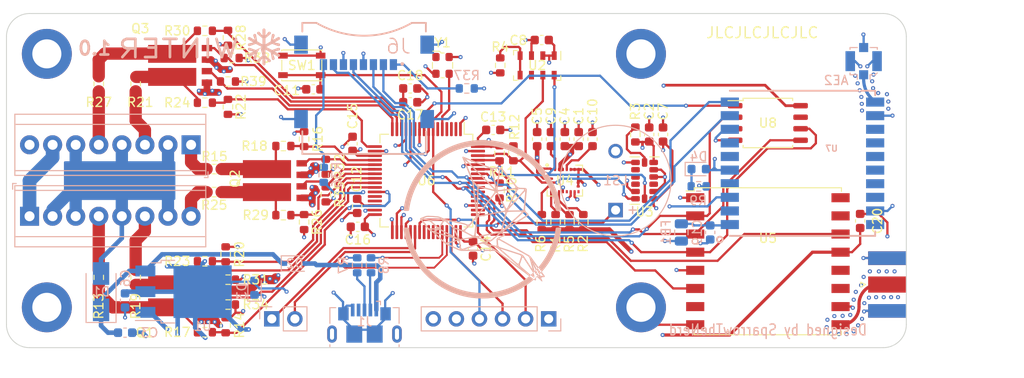
<source format=kicad_pcb>
(kicad_pcb (version 20211014) (generator pcbnew)
  (layers (0 "F.Cu" signal) (1 "In1.Cu" signal) (2 "In2.Cu" signal) (31 "B.Cu" signal) (34 "B.Paste" user) (35 "F.Paste" user) (36 "B.SilkS" user "B.Silkscreen") (37 "F.SilkS" user "F.Silkscreen") (38 "B.Mask" user) (39 "F.Mask" user) (44 "Edge.Cuts" user))
  (net 0 "")
  (net 1 "Net-(AE1-Pad1)")
  (net 2 "GNDREF")
  (net 3 "Net-(AE2-Pad1)")
  (net 4 "+3V3")
  (net 5 "Net-(C3-Pad1)")
  (net 6 "Net-(C9-Pad1)")
  (net 7 "Net-(C10-Pad1)")
  (net 8 "/NRST")
  (net 9 "Net-(C12-Pad1)")
  (net 10 "/SW+")
  (net 11 "Net-(D2-Pad2)")
  (net 12 "Net-(D4-Pad1)")
  (net 13 "Net-(J1-Pad2)")
  (net 14 "Net-(J1-Pad3)")
  (net 16 "/FIRE1")
  (net 17 "/FIRE2")
  (net 18 "/FIRE3")
  (net 19 "/LIPO+")
  (net 20 "/FIRE6")
  (net 21 "/FIRE5")
  (net 22 "/FIRE4")
  (net 23 "/BOOT0")
  (net 24 "/SWCLK")
  (net 25 "/SWDIO")
  (net 26 "/SERVO1")
  (net 27 "/SERVO2")
  (net 28 "Net-(J6-Pad1)")
  (net 29 "/CS_SD")
  (net 30 "/MOSI")
  (net 31 "/SCK")
  (net 32 "/MISO")
  (net 33 "Net-(J6-Pad8)")
  (net 34 "Net-(LS1-Pad1)")
  (net 35 "/PY1")
  (net 36 "/PY2")
  (net 37 "/FET1")
  (net 38 "/FET2")
  (net 39 "/PY3")
  (net 40 "/PY4")
  (net 41 "/FET3")
  (net 42 "/FET4")
  (net 43 "/PY5")
  (net 44 "/PY6")
  (net 45 "/FET5")
  (net 46 "/FET6")
  (net 47 "Net-(R1-Pad1)")
  (net 48 "Net-(R2-Pad1)")
  (net 49 "Net-(R3-Pad1)")
  (net 50 "Net-(R4-Pad1)")
  (net 51 "Net-(R5-Pad1)")
  (net 52 "Net-(R6-Pad2)")
  (net 53 "/D+")
  (net 54 "/D-")
  (net 55 "/SCL")
  (net 56 "/SDA")
  (net 57 "/SENSE1")
  (net 58 "/SENSE4")
  (net 59 "/SENSE2")
  (net 60 "/SENSE5")
  (net 61 "/SENSE3")
  (net 62 "/SENSE6")
  (net 65 "/HighG_INT")
  (net 69 "/IMU_IM")
  (net 71 "/IMU_I1")
  (net 72 "/IMU_I2")
  (net 74 "/CS_LoRa")
  (net 75 "/LoRa_RST")
  (net 79 "/LoRa_INT")
  (net 85 "Net-(U6-Pad5)")
  (net 87 "/CS_FL")
  (net 96 "/FIX")
  (net 98 "/TX1")
  (net 99 "/RX1")
  (net 114 "Net-(C19-Pad1)")
  (footprint "Resistor_SMD:R_0603_1608Metric" (layer "F.Cu") (at 123.8504 105.8672 180)
    (fp_text reference "R38")
    (fp_text value "470Ω")
  )
  (footprint "Capacitor_SMD:C_0603_1608Metric" (layer "F.Cu") (at 157.988 103.886)
    (fp_text reference "C8")
    (fp_text value "100nF")
  )
  (footprint "Resistor_SMD:R_0603_1608Metric" (layer "F.Cu") (at 153.340341 116.370376 90)
    (fp_text reference "R11")
    (fp_text value "10kΩ")
  )
  (footprint "Capacitor_SMD:C_0603_1608Metric" (layer "F.Cu") (at 157.48 114.808 90)
    (fp_text reference "C5")
    (fp_text value "100nF")
  )
  (footprint "Resistor_SMD:R_0603_1608Metric" (layer "F.Cu") (at 123.19 135.3312 90)
    (fp_text reference "R14")
    (fp_text value "2.7kΩ")
  )
  (footprint "Capacitor_SMD:C_0603_1608Metric" (layer "F.Cu") (at 137.668 122.174 -90)
    (fp_text reference "C12")
    (fp_text value "4.7uF")
  )
  (footprint "MountingHole:MountingHole_3.2mm_M3_ISO14580_Pad" (layer "F.Cu") (at 168.91 133.35)
    (fp_text reference "REF**" hide)
    (fp_text value "MountingHole_3.2mm_M3_ISO14580_Pad" hide)
  )
  (footprint "Resistor_SMD:R_0603_1608Metric" (layer "F.Cu") (at 154.864341 116.370376 90)
    (fp_text reference "R12")
    (fp_text value "10kΩ")
  )
  (footprint "Package_TO_SOT_SMD:LFPAK56D" (layer "F.Cu") (at 117.856 132.08 90)
    (fp_text reference "Q1")
    (fp_text value "BUK9K12-60EX" hide)
  )
  (footprint "Capacitor_SMD:C_0603_1608Metric" (layer "F.Cu") (at 169.815 114.3 -90)
    (fp_text reference "C2")
    (fp_text value "1uF (tantalum)")
  )
  (footprint "Resistor_SMD:R_0603_1608Metric" (layer "F.Cu") (at 123.19 127.508 90)
    (fp_text reference "R20")
    (fp_text value "2.7kΩ")
  )
  (footprint "Resistor_SMD:R_0603_1608Metric" (layer "F.Cu") (at 159.512 123.952 -90)
    (fp_text reference "R1")
    (fp_text value "10kΩ")
  )
  (footprint "Oscillator:Oscillator_SMD_ECS_2520MV-xxx-xx-4Pin_2.5x2.0mm" (layer "F.Cu") (at 147.066 106.68)
    (fp_text reference "Y1")
    (fp_text value "ECS-2520MV-xxx-xx")
  )
  (footprint "Capacitor_SMD:C_0603_1608Metric" (layer "F.Cu") (at 132.837489 109.316978 180)
    (fp_text reference "C11")
    (fp_text value "100nF")
  )
  (footprint "Resistor_SMD:R_0603_1608Metric" (layer "F.Cu") (at 123.444 103.632 -90)
    (fp_text reference "R28")
    (fp_text value "2.7kΩ")
  )
  (footprint "Capacitor_SMD:C_0603_1608Metric" (layer "F.Cu") (at 159.004 114.808 90)
    (fp_text reference "C9")
    (fp_text value "100nF")
  )
  (footprint "Resistor_SMD:R_0603_1608Metric" (layer "F.Cu") (at 131.826 114.808 90)
    (fp_text reference "R16")
    (fp_text value "2.7kΩ")
  )
  (footprint "Resistor_SMD:R_0603_1608Metric" (layer "F.Cu") (at 123.444 130.302 180)
    (fp_text reference "R31")
    (fp_text value "470Ω")
  )
  (footprint "Resistor_SMD:R_0603_1608Metric" (layer "F.Cu") (at 157.988 123.952 90)
    (fp_text reference "R6")
    (fp_text value "10kΩ")
  )
  (footprint "Capacitor_SMD:C_0603_1608Metric" (layer "F.Cu") (at 160.528 114.808 90)
    (fp_text reference "C4")
    (fp_text value "10uF")
  )
  (footprint "Capacitor_SMD:C_0603_1608Metric" (layer "F.Cu") (at 152.642 113.792)
    (fp_text reference "C13")
    (fp_text value "100nF")
  )
  (footprint "Capacitor_SMD:C_0603_1608Metric" (layer "F.Cu") (at 193.04 123.825 90)
    (fp_text reference "C20")
    (fp_text value "10uF")
  )
  (footprint "Resistor_SMD:R_0603_1608Metric" (layer "F.Cu") (at 120.904 110.7948 180)
    (fp_text reference "R24")
    (fp_text value "10kΩ")
  )
  (footprint "Connector_Coaxial:SMA_Molex_73251-2120_EdgeMount_Horizontal" (layer "F.Cu") (at 196.013492 130.837784)
    (fp_text reference "AE1" hide)
    (fp_text value "CON-SMA-EDGE-S" hide)
  )
  (footprint "RF_Module:HOPERF_RFM9XW_SMD" (layer "F.Cu") (at 182.88 128.27)
    (fp_text reference "U5")
    (fp_text value "RFM95")
  )
  (footprint "Resistor_SMD:R_0603_1608Metric" (layer "F.Cu") (at 113.284 108.712 -90)
    (fp_text reference "R21")
    (fp_text value "2Ω")
  )
  (footprint "Resistor_SMD:R_0603_1608Metric" (layer "F.Cu") (at 153.416 106.68 -90)
    (fp_text reference "R4")
    (fp_text value "10kΩ")
  )
  (footprint "Package_TO_SOT_SMD:LFPAK56D" (layer "F.Cu") (at 128.287011 119.38 90)
    (fp_text reference "Q2")
    (fp_text value "BUK9K12-60EX")
  )
  (footprint "Resistor_SMD:R_0603_1608Metric" (layer "F.Cu") (at 153.340341 120.466121 -90)
    (fp_text reference "R10")
    (fp_text value "4.7kΩ")
  )
  (footprint "Resistor_SMD:R_0603_1608Metric" (layer "F.Cu") (at 120.904 102.87 180)
    (fp_text reference "R30")
    (fp_text value "10kΩ")
  )
  (footprint "Capacitor_SMD:C_0603_1608Metric" (layer "F.Cu") (at 171.339 114.3 90)
    (fp_text reference "C7")
    (fp_text value "0.1uF")
  )
  (footprint "Resistor_SMD:R_0603_1608Metric" (layer "F.Cu") (at 120.904 128.27 180)
    (fp_text reference "R23")
    (fp_text value "10kΩ")
  )
  (footprint "Button_Switch_SMD:SW_SPST_PTS810" (layer "F.Cu") (at 131.572 106.68)
    (fp_text reference "SW1")
    (fp_text value "PTS810")
  )
  (footprint "Resistor_SMD:R_0603_1608Metric" (layer "F.Cu") (at 109.22 108.712 -90)
    (fp_text reference "R27")
    (fp_text value "2Ω")
  )
  (footprint "Resistor_SMD:R_0603_1608Metric" (layer "F.Cu") (at 129.54 115.57 180)
    (fp_text reference "R18")
    (fp_text value "10kΩ")
  )
  (footprint "Resistor_SMD:R_0603_1608Metric" (layer "F.Cu") (at 131.826 123.952 -90)
    (fp_text reference "R26")
    (fp_text value "2.7kΩ")
  )
  (footprint "Capacitor_SMD:C_0603_1608Metric" (layer "F.Cu") (at 143.51 109.22)
    (fp_text reference "C18")
    (fp_text value "4.7uF")
  )
  (footprint "Package_LGA:LGA-14_3x5mm_P0.8mm_LayoutBorder1x6y" (layer "F.Cu") (at 169.307 119.38 180)
    (fp_text reference "U3")
    (fp_text value "ADXL375")
  )
  (footprint "Resistor_SMD:R_0603_1608Metric" (layer "F.Cu") (at 161.036 123.952 -90)
    (fp_text reference "R5")
    (fp_text value "10kΩ")
  )
  (footprint "Resistor_SMD:R_0603_1608Metric" (layer "F.Cu") (at 123.444 111.252 -90)
    (fp_text reference "R22")
    (fp_text value "2.7kΩ")
  )
  (footprint "Capacitor_SMD:C_0603_1608Metric" (layer "F.Cu") (at 163.576 114.808 90)
    (fp_text reference "C10")
    (fp_text value "10nF (16V)*")
  )
  (footprint "Capacitor_SMD:C_0603_1608Metric" (layer "F.Cu") (at 162.052 114.808 90)
    (fp_text reference "C1")
    (fp_text value "100nF")
  )
  (footprint "MountingHole:MountingHole_3.2mm_M3_ISO14580_Pad" (layer "F.Cu") (at 103.505 133.35)
    (fp_text reference "REF**" hide)
    (fp_text value "MountingHole_3.2mm_M3_ISO14580_Pad" hide)
  )
  (footprint "Resistor_SMD:R_0603_1608Metric" (layer "F.Cu") (at 121.92 118.11 180)
    (fp_text reference "R15")
    (fp_text value "2Ω")
  )
  (footprint "Package_QFP:LQFP-64_10x10mm_P0.5mm" (layer "F.Cu") (at 145.288 119.38 -90)
    (fp_text reference "U6")
    (fp_text value "STM32F446RETx" hide)
  )
  (footprint "Package_LGA:LGA-8_3x5mm_P1.25mm" (layer "F.Cu") (at 157.48 106.68 -90)
    (fp_text reference "U2")
    (fp_text value "MS5607-02BA")
  )
  (footprint "Capacitor_SMD:C_0603_1608Metric" (layer "F.Cu") (at 137.16 115.316 90)
    (fp_text reference "C15")
    (fp_text value "100nF")
  )
  (footprint "Resistor_SMD:R_0603_1608Metric" (layer "F.Cu") (at 168.291 114.3 -90)
    (fp_text reference "R3")
    (fp_text value "10kΩ")
  )
  (footprint "Resistor_SMD:R_0603_1608Metric" (layer "F.Cu") (at 162.56 123.952 -90)
    (fp_text reference "R2")
    (fp_text value "10kΩ")
  )
  (footprint "Capacitor_SMD:C_0603_1608Metric" (layer "F.Cu") (at 150.422078 126.87807 -90)
    (fp_text reference "C14")
    (fp_text value "100nF")
  )
  (footprint "Resistor_SMD:R_0603_1608Metric" (layer "F.Cu") (at 121.92 120.65 180)
    (fp_text reference "R25")
    (fp_text value "2Ω")
  )
  (footprint "Resistor_SMD:R_0603_1608Metric" (layer "F.Cu") (at 123.444 133.0452 180)
    (fp_text reference "R34")
    (fp_text value "470Ω")
  )
  (footprint "Resistor_SMD:R_0603_1608Metric" (layer "F.Cu") (at 109.22 130.048 90)
    (fp_text reference "R13")
    (fp_text value "2Ω")
  )
  (footprint "Capacitor_SMD:C_0603_1608Metric" (layer "F.Cu") (at 137.737449 124.475255 180)
    (fp_text reference "C16")
    (fp_text value "100nF")
  )
  (footprint "Package_TO_SOT_SMD:LFPAK56D" (layer "F.Cu") (at 117.856 106.68 90)
    (fp_text reference "Q3")
    (fp_text value "BUK9K12-60EX")
  )
  (footprint "Resistor_SMD:R_0603_1608Metric" (layer "F.Cu") (at 123.444 108.458 180)
    (fp_text reference "R39")
    (fp_text value "470Ω")
  )
  (footprint "Package_LGA:LGA-24L_3x3.5mm_P0.43mm" (layer "F.Cu") (at 160.528 119.38)
    (fp_text reference "U4")
    (fp_text value "LSM9DS1")
  )
  (footprint "Resistor_SMD:R_0603_1608Metric" (layer "F.Cu") (at 134.2136 120.904 90)
    (fp_text reference "R35")
    (fp_text value "470Ω")
  )
  (footprint "Resistor_SMD:R_0603_1608Metric" (layer "F.Cu") (at 129.54 123.19 180)
    (fp_text reference "R29")
    (fp_text value "10kΩ")
  )
  (footprint "MountingHole:MountingHole_3.2mm_M3_ISO14580_Pad" (layer "F.Cu") (at 103.505 105.41)
    (fp_text reference "REF**" hide)
    (fp_text value "MountingHole_3.2mm_M3_ISO14580_Pad" hide)
  )
  (footprint "Resistor_SMD:R_0603_1608Metric" (layer "F.Cu") (at 134.2136 117.856 90)
    (fp_text reference "R32")
    (fp_text value "470Ω")
  )
  (footprint "Capacitor_SMD:C_0603_1608Metric" (layer "F.Cu") (at 143.51 110.744)
    (fp_text reference "C17")
    (fp_text value "100nF")
  )
  (footprint "Resistor_SMD:R_0603_1608Metric" (layer "F.Cu") (at 113.284 130.048 90)
    (fp_text reference "R19")
    (fp_text value "2Ω")
  )
  (footprint "MountingHole:MountingHole_3.2mm_M3_ISO14580_Pad" (layer "F.Cu") (at 168.91 105.41)
    (fp_text reference "REF**" hide)
    (fp_text value "MountingHole_3.2mm_M3_ISO14580_Pad" hide)
  )
  (footprint "Package_SO:SOIC-8_5.23x5.23mm_P1.27mm" (layer "F.Cu") (at 182.88 113.03)
    (fp_text reference "U8")
    (fp_text value "W25Q32JVSS")
  )
  (footprint "Resistor_SMD:R_0603_1608Metric" (layer "F.Cu") (at 120.904 136.0932 180)
    (fp_text reference "R17")
    (fp_text value "10kΩ")
  )
  (footprint "Connector_PinHeader_2.54mm:PinHeader_1x06_P2.54mm_Vertical" (layer "B.Cu") (at 158.75 134.62 90)
    (fp_text reference "J4" hide)
    (fp_text value "Conn_01x06" hide)
  )
  (footprint "Connector_Card:microSD_GCT_MEM2067-02-180-00" (layer "B.Cu") (at 138.43 109.22)
    (fp_text reference "J6")
    (fp_text value "MEM2067-02-180-00-A_REVB")
  )
  (footprint "Diode_SMD:D_SOD-323F" (layer "B.Cu") (at 130.81 128.524)
    (fp_text reference "D2")
    (fp_text value "PMEG1020EJ")
  )
  (footprint "Connector_Coaxial:U.FL_Molex_MCRF_73412-0110_Vertical" (layer "B.Cu") (at 193.422295 106.212749 180)
    (fp_text reference "AE2")
    (fp_text value "u.FL")
  )
  (footprint "Resistor_SMD:R_0603_1608Metric" (layer "B.Cu") (at 133.985 118.745 90)
    (fp_text reference "R36")
    (fp_text value "4.7kΩ")
  )
  (footprint "Connector_USB:USB_Micro-B_GCT_USB3076-30-A" (layer "B.Cu") (at 138.4734 135.0964 180)
    (fp_text reference "J1")
    (fp_text value "USB_B_Micro")
  )
  (footprint "Diode_SMD:D_SMA" (layer "B.Cu") (at 109.474 131.6228 90)
    (fp_text reference "D1")
    (fp_text value "SK510A-LTP" hide)
  )
  (footprint "TerminalBlock_TE-Connectivity:TerminalBlock_TE_282834-8_1x08_P2.54mm_Horizontal" (layer "B.Cu") (at 101.6 123.31)
    (fp_text reference "J3" hide)
    (fp_text value "Screw_Terminal_01x08" hide)
  )
  (footprint "Adafruit Ultimate GPS:Adafruit Ultimate GPS" (layer "B.Cu") (at 186.69 117.475)
    (fp_text reference "U7")
    (fp_text value "Adafruit Ultimate GPS")
  )
  (footprint "Connector_PinHeader_2.54mm:PinHeader_1x02_P2.54mm_Vertical" (layer "B.Cu") (at 128.27 134.62 -90)
    (fp_text reference "J5" hide)
    (fp_text value "Conn_01x02" hide)
  )
  (footprint "Resistor_SMD:R_0603_1608Metric" (layer "B.Cu") (at 139.192 128.715 90)
    (fp_text reference "R8")
    (fp_text value "22Ω")
  )
  (footprint "Resistor_SMD:R_0603_1608Metric" (layer "B.Cu") (at 137.668 128.715 90)
    (fp_text reference "R7")
    (fp_text value "22Ω")
  )
  (footprint "Capacitor_SMD:C_0603_1608Metric" (layer "B.Cu") (at 112.1156 132.588 -90)
    (fp_text reference "C6")
    (fp_text value "22uF")
  )
  (footprint "Resistor_SMD:R_0603_1608Metric" (layer "B.Cu") (at 175.26 120.015 180)
    (fp_text reference "R9")
    (fp_text value "1kΩ")
  )
  (footprint "Package_TO_SOT_SMD:TO-252-3_TabPin2" (layer "B.Cu") (at 118.55 131.6228)
    (fp_text reference "U1")
    (fp_text value "AZ1117-3.3" hide)
  )
  (footprint "LED_SMD:LED_0603_1608Metric" (layer "B.Cu") (at 175.26 118.11)
    (fp_text reference "D4")
    (fp_text value "LED_RD")
  )
  (footprint "Capacitor_SMD:C_0805_2012Metric" (layer "B.Cu") (at 173.355 125.095 -90)
    (fp_text reference "FB1")
    (fp_text value "ILBB0805ER102V")
  )
  (footprint "Capacitor_SMD:C_0603_1608Metric" (layer "B.Cu") (at 176.53 125.095 -90)
    (fp_text reference "C19")
    (fp_text value "0.1uF")
  )
  (footprint "LED_SMD:LED_0603_1608Metric" (layer "B.Cu") (at 126.365 131.191 90)
    (fp_text reference "D3")
    (fp_text value "LED_BL")
  )
  (footprint "Capacitor_SMD:C_0603_1608Metric" (layer "B.Cu") (at 112.1156 136.144)
    (fp_text reference "C3")
    (fp_text value "10uF")
  )
  (footprint "Resistor_SMD:R_0603_1608Metric" (layer "B.Cu") (at 149.733 109.22 180)
    (fp_text reference "R37")
    (fp_text value "4.7kΩ")
  )
  (footprint "TerminalBlock_TE-Connectivity:TerminalBlock_TE_282834-8_1x08_P2.54mm_Horizontal" (layer "B.Cu") (at 119.383547 115.435154 180)
    (fp_text reference "J2" hide)
    (fp_text value "Screw_Terminal_01x08" hide)
  )
  (footprint "Buzzer_Beeper:MagneticBuzzer_ProSignal_ABT-410-RC" (layer "B.Cu") (at 166.116 122.63 90)
    (fp_text reference "LS1")
    (fp_text value "AT-1220-TT" hide)
  )
  (gr_poly (pts (xy 151.2316 114.9096) (xy 151.01191 114.917709) (xy 150.793133 114.931213) (xy 150.575316 114.950102) (xy 150.358506 114.974365) (xy 150.142749 115.003995) (xy 149.928094 115.03898) (xy 149.714587 115.079312) (xy 149.502275 115.124981) (xy 149.291206 115.175977) (xy 149.081426 115.232291) (xy 148.872982 115.293913) (xy 148.665922 115.360834) (xy 148.460293 115.433043) (xy 148.256142 115.510532) (xy 148.053516 115.59329) (xy 147.859834 115.677962) (xy 147.66867 115.767059) (xy 147.480063 115.860554) (xy 147.29405 115.958421) (xy 147.110671 116.060635) (xy 146.929964 116.167169) (xy 146.751967 116.277997) (xy 146.57672 116.393093) (xy 146.404262 116.51243) (xy 146.23463 116.635982) (xy 146.067864 116.763724) (xy 145.904002 116.895629) (xy 145.743082 117.031671) (xy 145.585145 117.171824) (xy 145.430227 117.316062) (xy 145.278368 117.464357) (xy 145.130072 117.616214) (xy 144.985835 117.771125) (xy 144.845682 117.929054) (xy 144.70964 118.089962) (xy 144.577735 118.253812) (xy 144.449993 118.420566) (xy 144.326441 118.590186) (xy 144.207103 118.762634) (xy 144.092008 118.937873) (xy 143.98118 119.115865) (xy 143.874646 119.296571) (xy 143.772432 119.479955) (xy 143.674565 119.665978) (xy 143.58107 119.854603) (xy 143.491973 120.045791) (xy 143.407301 120.239506) (xy 143.293842 120.521318) (xy 143.190561 120.806035) (xy 143.097479 121.093529) (xy 143.014618 121.383671) (xy 142.941998 121.676334) (xy 142.879641 121.97139) (xy 142.827566 122.268711) (xy 142.785796 122.568169) (xy 142.785121 122.575248) (xy 142.784839 122.582266) (xy 142.78494 122.589211) (xy 142.785416 122.596072) (xy 142.786256 122.60284) (xy 142.787451 122.609503) (xy 142.788991 122.616051) (xy 142.790868 122.622473) (xy 142.793072 122.628758) (xy 142.795592 122.634896) (xy 142.798421 122.640876) (xy 142.801548 122.646688) (xy 142.804964 122.65232) (xy 142.808659 122.657762) (xy 142.812625 122.663003) (xy 142.816851 122.668033) (xy 142.821328 122.672841) (xy 142.826047 122.677416) (xy 142.830998 122.681748) (xy 142.836172 122.685825) (xy 142.84156 122.689638) (xy 142.847151 122.693175) (xy 142.852937 122.696426) (xy 142.858907 122.69938) (xy 142.865054 122.702027) (xy 142.871366 122.704355) (xy 142.877835 122.706355) (xy 142.884452 122.708015) (xy 142.891206 122.709324) (xy 142.898088 122.710273) (xy 142.905089 122.71085) (xy 142.9122 122.711045) (xy 143.256093 122.711045) (xy 143.262036 122.710908) (xy 143.267916 122.710501) (xy 143.273727 122.70983) (xy 143.279462 122.7089) (xy 143.285114 122.707717) (xy 143.290678 122.706287) (xy 143.296145 122.704615) (xy 143.30151 122.702707) (xy 143.306766 122.700569) (xy 143.311905 122.698205) (xy 143.316922 122.695622) (xy 143.32181 122.692826) (xy 143.326561 122.689822) (xy 143.33117 122.686615) (xy 143.335629 122.683212) (xy 143.339932 122.679617) (xy 143.344073 122.675837) (xy 143.348044 122.671877) (xy 143.351839 122.667744) (xy 143.355451 122.663441) (xy 143.358873 122.658976) (xy 143.3621 122.654353) (xy 143.365123 122.649578) (xy 143.367937 122.644658) (xy 143.370535 122.639597) (xy 143.372909 122.634402) (xy 143.375054 122.629077) (xy 143.376963 122.623629) (xy 143.378628 122.618063) (xy 143.380044 122.612384) (xy 143.381204 122.606599) (xy 143.3821 122.600713) (xy 143.438472 122.228587) (xy 143.51151 121.862124) (xy 143.600812 121.501728) (xy 143.705974 121.147802) (xy 143.826592 120.80075) (xy 143.962263 120.460974) (xy 144.112584 120.128878) (xy 144.277153 119.804866) (xy 144.455564 119.48934) (xy 144.647415 119.182704) (xy 144.852303 118.885362) (xy 145.069825 118.597716) (xy 145.299577 118.32017) (xy 145.541155 118.053128) (xy 145.794157 117.796992) (xy 146.058178 117.552166) (xy 146.332817 117.319053) (xy 146.617669 117.098057) (xy 146.912332 116.889581) (xy 147.216401 116.694028) (xy 147.529473 116.511801) (xy 147.851146 116.343304) (xy 148.181016 116.188941) (xy 148.518679 116.049114) (xy 148.863733 115.924226) (xy 149.215773 115.814682) (xy 149.574397 115.720884) (xy 149.939202 115.643236) (xy 150.309783 115.582141) (xy 150.685738 115.538002) (xy 151.066663 115.511223) (xy 151.452156 115.502207) (xy 151.837648 115.511223) (xy 152.218573 115.538002) (xy 152.594529 115.582141) (xy 152.96511 115.643236) (xy 153.329915 115.720884) (xy 153.688539 115.814682) (xy 154.040581 115.924226) (xy 154.385635 116.049114) (xy 154.7233 116.188941) (xy 155.053171 116.343304) (xy 155.374846 116.511801) (xy 155.687921 116.694028) (xy 155.991993 116.889581) (xy 156.286659 117.098057) (xy 156.571515 117.319053) (xy 156.846158 117.552166) (xy 157.110185 117.796992) (xy 157.363192 118.053128) (xy 157.604776 118.32017) (xy 157.834535 118.597716) (xy 158.052064 118.885362) (xy 158.256961 119.182704) (xy 158.448821 119.48934) (xy 158.627243 119.804866) (xy 158.791822 120.128878) (xy 158.942155 120.460974) (xy 159.077839 120.80075) (xy 159.198471 121.147802) (xy 159.303647 121.501728) (xy 159.392965 121.862124) (xy 159.46602 122.228587) (xy 159.52241 122.600713) (xy 159.523289 122.606599) (xy 159.524433 122.612384) (xy 159.525836 122.618063) (xy 159.527491 122.623629) (xy 159.52939 122.629077) (xy 159.531527 122.634402) (xy 159.533896 122.639597) (xy 159.53649 122.644658) (xy 159.539301 122.649578) (xy 159.542323 122.654353) (xy 159.545549 122.658976) (xy 159.548972 122.663441) (xy 159.552586 122.667744) (xy 159.556384 122.671877) (xy 159.560359 122.675837) (xy 159.564503 122.679617) (xy 159.568812 122.683212) (xy 159.573276 122.686615) (xy 159.577891 122.689822) (xy 159.582648 122.692826) (xy 159.587542 122.695622) (xy 159.592565 122.698205) (xy 159.597711 122.700569) (xy 159.602972 122.702707) (xy 159.608343 122.704615) (xy 159.613816 122.706287) (xy 159.619384 122.707717) (xy 159.62504 122.7089) (xy 159.630779 122.70983) (xy 159.636593 122.710501) (xy 159.642474 122.710908) (xy 159.648418 122.711045) (xy 159.648417 122.710847) (xy 159.992111 122.710847) (xy 159.999222 122.710652) (xy 160.006223 122.710077) (xy 160.013106 122.709131) (xy 160.01986 122.707825) (xy 160.026476 122.706169) (xy 160.032945 122.704174) (xy 160.039258 122.701851) (xy 160.045404 122.69921) (xy 160.051375 122.696262) (xy 160.057161 122.693017) (xy 160.062752 122.689486) (xy 160.068139 122.685679) (xy 160.073313 122.681608) (xy 160.078264 122.677282) (xy 160.082983 122.672712) (xy 160.08746 122.667909) (xy 160.091687 122.662884) (xy 160.095652 122.657646) (xy 160.099347 122.652207) (xy 160.102763 122.646577) (xy 160.10589 122.640766) (xy 160.108719 122.634786) (xy 160.11124 122.628647) (xy 160.113443 122.622359) (xy 160.11532 122.615932) (xy 160.116861 122.609379) (xy 160.118056 122.602708) (xy 160.118896 122.595931) (xy 160.119371 122.589058) (xy 160.119473 122.5821) (xy 160.119191 122.575068) (xy 160.118516 122.567971) (xy 160.076745 122.268456) (xy 160.02467 121.971108) (xy 159.962313 121.676049) (xy 159.889693 121.383399) (xy 159.806832 121.093278) (xy 159.71375 120.805809) (xy 159.610469 120.521112) (xy 159.49701 120.239307) (xy 159.412338 120.045626) (xy 159.323241 119.854461) (xy 159.229746 119.665853) (xy 159.131878 119.47984) (xy 159.029665 119.296461) (xy 158.923131 119.115754) (xy 158.812303 118.937757) (xy 158.697207 118.76251) (xy 158.57787 118.590052) (xy 158.454317 118.42042) (xy 158.326576 118.253654) (xy 158.194671 118.089792) (xy 158.058629 117.928873) (xy 157.918476 117.770935) (xy 157.774238 117.616018) (xy 157.625943 117.464159) (xy 157.474086 117.315863) (xy 157.319174 117.171626) (xy 157.161246 117.031473) (xy 157.000337 116.895431) (xy 156.836487 116.763526) (xy 156.669733 116.635784) (xy 156.500113 116.512231) (xy 156.327665 116.392894) (xy 156.152426 116.277799) (xy 155.974435 116.166971) (xy 155.793728 116.060437) (xy 155.610345 115.958223) (xy 155.424322 115.860355) (xy 155.235697 115.76686) (xy 155.044509 115.677764) (xy 154.850794 115.593092) (xy 154.648168 115.510368) (xy 154.444017 115.43291) (xy 154.238388 115.360727) (xy 154.031328 115.293829) (xy 153.822885 115.232227) (xy 153.613105 115.175929) (xy 153.402036 115.124946) (xy 153.189724 115.079287) (xy 152.976217 115.038964) (xy 152.761562 115.003984) (xy 152.545806 114.974359) (xy 152.328995 114.950098) (xy 152.111178 114.931212) (xy 151.892401 114.917709) (xy 151.672711 114.9096) (xy 151.452156 114.906895)) (layer "B.SilkS") (width 0.015) (fill solid))
  (gr_poly (pts (xy 157.391231 129.95391) (xy 157.386078 129.954672) (xy 157.381159 129.955981) (xy 157.376482 129.957832) (xy 157.372056 129.960221) (xy 157.367888 129.963145) (xy 157.363989 129.966599) (xy 157.360366 129.97058) (xy 157.357028 129.975083) (xy 157.353983 129.980106) (xy 157.351241 129.985643) (xy 157.348809 129.99169) (xy 157.346697 129.998245) (xy 157.344914 130.005303) (xy 157.343466 130.01286) (xy 157.342364 130.020912) (xy 157.341616 130.029455) (xy 157.341231 130.038486) (xy 157.341216 130.048) (xy 157.341582 130.057994) (xy 157.342903 130.08255) (xy 157.454993 129.978188) (xy 157.453693 129.977188) (xy 157.446681 129.972272) (xy 157.439816 129.967943) (xy 157.433107 129.964195) (xy 157.426563 129.961024) (xy 157.420191 129.958427) (xy 157.414001 129.9564) (xy 157.408002 129.954938) (xy 157.402201 129.954039) (xy 157.396608 129.953697)) (layer "B.SilkS") (width 0.015) (fill solid))
  (gr_poly (pts (xy 157.319365 130.104465) (xy 157.161427 130.244618) (xy 157.118587 130.280835) (xy 157.204065 130.344339) (xy 157.212225 130.350145) (xy 157.220253 130.355366) (xy 157.228141 130.360004) (xy 157.235877 130.364066) (xy 157.243454 130.367557) (xy 157.250861 130.370482) (xy 157.258089 130.372845) (xy 157.265128 130.374653) (xy 157.271968 130.375909) (xy 157.278601 130.37662) (xy 157.285017 130.376791) (xy 157.291206 130.376426) (xy 157.297158 130.37553) (xy 157.302865 130.37411) (xy 157.308316 130.372169) (xy 157.313503 130.369713) (xy 157.318415 130.366748) (xy 157.323043 130.363278) (xy 157.327378 130.359308) (xy 157.33141 130.354843) (xy 157.335129 130.34989) (xy 157.338526 130.344452) (xy 157.341592 130.338535) (xy 157.344317 130.332144) (xy 157.346691 130.325284) (xy 157.348705 130.31796) (xy 157.350349 130.310178) (xy 157.351615 130.301942) (xy 157.352491 130.293258) (xy 157.35297 130.28413) (xy 157.353041 130.274565) (xy 157.352694 130.264566) (xy 157.342903 130.08255)) (layer "B.SilkS") (width 0.015) (fill solid))
  (gr_poly (pts (xy 156.846133 129.724124) (xy 156.767207 129.791116) (xy 157.041941 130.028031) (xy 157.049622 130.034412) (xy 157.057143 130.040203) (xy 157.064498 130.045407) (xy 157.071677 130.050029) (xy 157.078673 130.054073) (xy 157.085477 130.057543) (xy 157.092083 130.060443) (xy 157.09848 130.062779) (xy 157.104663 130.064554) (xy 157.110622 130.065772) (xy 157.116349 130.066439) (xy 157.121837 130.066557) (xy 157.127078 130.066132) (xy 157.132063 130.065169) (xy 157.136784 130.06367) (xy 157.141234 130.061641) (xy 157.145405 130.059085) (xy 157.149287 130.056008) (xy 157.152874 130.052414) (xy 157.156157 130.048306) (xy 157.159128 130.043689) (xy 157.16178 130.038568) (xy 157.164104 130.032947) (xy 157.166092 130.02683) (xy 157.167736 130.020221) (xy 157.169028 130.013125) (xy 157.16996 130.005547) (xy 157.170524 129.997489) (xy 157.170713 129.988958) (xy 157.170517 129.979956) (xy 157.169929 129.970489) (xy 157.168941 129.960561) (xy 157.157432 129.86412) (xy 157.154481 129.843192) (xy 157.150508 129.821162) (xy 157.145581 129.798215) (xy 157.139768 129.774538) (xy 157.133135 129.750317) (xy 157.125749 129.725738) (xy 157.117678 129.700987) (xy 157.108988 129.67625) (xy 157.099748 129.651713) (xy 157.090023 129.627561) (xy 157.079882 129.603982) (xy 157.069391 129.581161) (xy 157.058617 129.559284) (xy 157.047628 129.538538) (xy 157.047157 129.537715)) (layer "B.SilkS") (width 0.015) (fill solid))
  (gr_poly (pts (xy 149.305201 116.752314) (xy 149.298898 116.753241) (xy 149.29297 116.754625) (xy 149.287426 116.756458) (xy 149.282272 116.758733) (xy 149.277514 116.761443) (xy 149.273161 116.764581) (xy 149.269218 116.76814) (xy 149.265694 116.772113) (xy 149.262594 116.776493) (xy 149.259927 116.781272) (xy 149.257699 116.786445) (xy 149.255916 116.792003) (xy 149.254587 116.79794) (xy 149.253718 116.804249) (xy 149.253316 116.810922) (xy 149.253388 116.817952) (xy 149.253941 116.825334) (xy 149.254982 116.833058) (xy 149.256518 116.841119) (xy 149.258557 116.849509) (xy 149.261105 116.858222) (xy 149.264169 116.86725) (xy 149.267756 116.876586) (xy 150.267285 119.338203) (xy 150.282678 119.379122) (xy 150.297931 119.425082) (xy 150.312645 119.474521) (xy 150.326419 119.525876) (xy 150.338854 119.577584) (xy 150.34955 119.628083) (xy 150.358106 119.675811) (xy 150.364122 119.719203) (xy 150.749884 123.135305) (xy 150.751489 123.156185) (xy 150.751725 123.178004) (xy 150.750648 123.200584) (xy 150.748313 123.223746) (xy 150.744774 123.247312) (xy 150.740087 123.271106) (xy 150.734306 123.294948) (xy 150.727486 123.318661) (xy 150.719683 123.342067) (xy 150.710951 123.364988) (xy 150.701346 123.387247) (xy 150.690921 123.408665) (xy 150.679733 123.429064) (xy 150.667836 123.448267) (xy 150.655284 123.466095) (xy 150.642134 123.482372) (xy 150.062101 124.15051) (xy 150.055192 124.15809) (xy 150.04791 124.165348) (xy 150.032304 124.178884) (xy 150.015441 124.191085) (xy 149.997479 124.201921) (xy 149.978575 124.211357) (xy 149.958887 124.219363) (xy 149.938572 124.225905) (xy 149.917788 124.230951) (xy 149.896692 124.23447) (xy 149.875442 124.236429) (xy 149.854196 124.236795) (xy 149.833111 124.235537) (xy 149.812344 124.232622) (xy 149.792054 124.228018) (xy 149.772397 124.221692) (xy 149.762855 124.217874) (xy 149.753531 124.213613) (xy 149.695785 124.185435) (xy 149.656015 124.167171) (xy 149.611248 124.148451) (xy 149.563016 124.129806) (xy 149.512851 124.111765) (xy 149.462286 124.094859) (xy 149.412853 124.079619) (xy 149.366086 124.066573) (xy 149.323516 124.056253) (xy 147.464951 123.649654) (xy 147.422344 123.639488) (xy 147.375471 123.626746) (xy 147.325868 123.611939) (xy 147.275071 123.595579) (xy 147.257453 123.589502) (xy 146.880455 123.589502) (xy 146.879957 123.592554) (xy 146.878856 123.595491) (xy 146.877154 123.598306) (xy 146.874853 123.600996) (xy 146.871954 123.603553) (xy 146.868459 123.605973) (xy 146.864368 123.608249) (xy 146.859684 123.610376) (xy 146.854408 123.612348) (xy 146.848542 123.61416) (xy 146.842085 123.615805) (xy 146.835042 123.617279) (xy 146.827412 123.618576) (xy 146.819197 123.619689) (xy 146.810398 123.620613) (xy 146.791057 123.621873) (xy 145.814745 123.661957) (xy 145.770934 123.663077) (xy 145.722291 123.663067) (xy 145.670439 123.662006) (xy 145.617001 123.659973) (xy 145.5636 123.657047) (xy 145.51186 123.653307) (xy 145.463404 123.648831) (xy 145.419854 123.6437) (xy 145.056316 123.594686) (xy 145.046478 123.593223) (xy 145.037242 123.59159) (xy 145.028608 123.589795) (xy 145.020578 123.587842) (xy 145.013153 123.58574) (xy 145.006333 123.583494) (xy 145.000119 123.581109) (xy 144.994512 123.578594) (xy 144.989513 123.575954) (xy 144.985122 123.573195) (xy 144.981341 123.570323) (xy 144.978171 123.567346) (xy 144.975611 123.564269) (xy 144.973663 123.561098) (xy 144.972329 123.557841) (xy 144.971608 123.554503) (xy 144.971501 123.55109) (xy 144.97201 123.547609) (xy 144.973135 123.544067) (xy 144.974877 123.540469) (xy 144.977237 123.536821) (xy 144.980215 123.533132) (xy 144.983813 123.529405) (xy 144.988032 123.525649) (xy 144.992871 123.521868) (xy 144.998333 123.51807) (xy 145.004417 123.514261) (xy 145.011125 123.510447) (xy 145.018458 123.506635) (xy 145.026416 123.50283) (xy 145.035 123.49904) (xy 145.044212 123.495269) (xy 145.185498 123.439508) (xy 145.205341 123.432153) (xy 145.22664 123.425141) (xy 145.249198 123.418502) (xy 145.272821 123.412267) (xy 145.297312 123.406466) (xy 145.322476 123.401132) (xy 145.348117 123.396294) (xy 145.37404 123.391983) (xy 145.400049 123.38823) (xy 145.425948 123.385066) (xy 145.451542 123.382522) (xy 145.476635 123.380629) (xy 145.501032 123.379417) (xy 145.524536 123.378916) (xy 145.546953 123.379159) (xy 145.568087 123.380176) (xy 146.441808 123.440103) (xy 146.462891 123.441914) (xy 146.48516 123.444486) (xy 146.508424 123.447772) (xy 146.532494 123.451725) (xy 146.582283 123.461437) (xy 146.633002 123.473243) (xy 146.683126 123.48676) (xy 146.731129 123.501607) (xy 146.753859 123.50941) (xy 146.775486 123.517403) (xy 146.79582 123.525537) (xy 146.814671 123.533766) (xy 146.814671 123.533767) (xy 146.823381 123.537865) (xy 146.831467 123.541933) (xy 146.838931 123.545966) (xy 146.845773 123.549957) (xy 146.851995 123.5539) (xy 146.8576 123.557792) (xy 146.862587 123.561624) (xy 146.866959 123.565393) (xy 146.870717 123.569092) (xy 146.873863 123.572715) (xy 146.876398 123.576257) (xy 146.878323 123.579713) (xy 146.87964 123.583076) (xy 146.88035 123.586341) (xy 146.880455 123.589502) (xy 147.257453 123.589502) (xy 147.224619 123.578177) (xy 147.176048 123.560245) (xy 147.130895 123.542294) (xy 147.090698 123.524836) (xy 146.859717 123.419267) (xy 146.840313 123.410813) (xy 146.819439 123.402451) (xy 146.774051 123.386203) (xy 146.725105 123.370921) (xy 146.674153 123.357008) (xy 146.622745 123.344861) (xy 146.572432 123.334882) (xy 146.524766 123.32747) (xy 146.502409 123.324852) (xy 146.481297 123.323025) (xy 145.543481 123.257541) (xy 145.522345 123.256485) (xy 145.499922 123.256198) (xy 145.476407 123.256651) (xy 145.451998 123.257814) (xy 145.42689 123.259655) (xy 145.401279 123.262145) (xy 145.375362 123.265254) (xy 145.349335 123.268951) (xy 145.323393 123.273206) (xy 145.297734 123.277989) (xy 145.272554 123.28327) (xy 145.248048 123.289018) (xy 145.224413 123.295203) (xy 145.201845 123.301796) (xy 145.18054 123.308765) (xy 145.160695 123.31608) (xy 144.691189 123.499832) (xy 144.681895 123.503741) (xy 144.673066 123.507978) (xy 144.664706 123.512531) (xy 144.656816 123.517384) (xy 144.649401 123.522525) (xy 144.642464 123.527938) (xy 144.636008 123.533611) (xy 144.630036 123.539529) (xy 144.624552 123.545678) (xy 144.619558 123.552044) (xy 144.615058 123.558613) (xy 144.611056 123.565371) (xy 144.607553 123.572305) (xy 144.604555 123.579399) (xy 144.602063 123.586641) (xy 144.600081 123.594016) (xy 144.598613 123.60151) (xy 144.597661 123.609109) (xy 144.59723 123.616799) (xy 144.597321 123.624567) (xy 144.597938 123.632398) (xy 144.599085 123.640278) (xy 144.600765 123.648193) (xy 144.60298 123.656129) (xy 144.605735 123.664073) (xy 144.609032 123.67201) (xy 144.612875 123.679927) (xy 144.617267 123.687808) (xy 144.622211 123.695641) (xy 144.627711 123.703412) (xy 144.633769 123.711105) (xy 144.640389 123.718708) (xy 144.934672 124.040573) (xy 144.963653 124.073471) (xy 144.994731 124.110873) (xy 145.026934 124.15148) (xy 145.059291 124.193991) (xy 145.090829 124.237106) (xy 145.120577 124.279527) (xy 145.147562 124.319952) (xy 145.170813 124.357082) (xy 145.30833 124.585881) (xy 145.31966 124.603736) (xy 145.332421 124.622087) (xy 145.346474 124.640797) (xy 145.361679 124.659728) (xy 145.377896 124.678744) (xy 145.394983 124.697708) (xy 145.412803 124.716484) (xy 145.431213 124.734933) (xy 145.450074 124.75292) (xy 145.469247 124.770306) (xy 145.488591 124.786957) (xy 145.507965 124.802734) (xy 145.52723 124.8175) (xy 145.546246 124.831119) (xy 145.564872 124.843454) (xy 145.582969 124.854367) (xy 145.750649 124.950015) (xy 145.885536 125.027331) (xy 145.936776 125.05692) (xy 145.967738 125.07503) (xy 145.979674 125.083169) (xy 145.996507 125.096129) (xy 146.01746 125.113243) (xy 146.041757 125.133842) (xy 146.068621 125.157259) (xy 146.097276 125.182828) (xy 146.126945 125.20988) (xy 146.156851 125.237749) (xy 147.215911 126.234699) (xy 147.23155 126.248984) (xy 147.248589 126.26371) (xy 147.266862 126.278766) (xy 147.286202 126.294038) (xy 147.327414 126.324784) (xy 147.370891 126.355051) (xy 147.415298 126.383942) (xy 147.459301 126.410558) (xy 147.480733 126.422733) (xy 147.501564 126.434002) (xy 147.521626 126.444254) (xy 147.540753 126.453377) (xy 148.813134 127.036784) (xy 148.832541 127.045202) (xy 148.853422 127.053386) (xy 148.875585 127.061295) (xy 148.898835 127.068884) (xy 148.922978 127.076112) (xy 148.947819 127.082935) (xy 148.998823 127.095199) (xy 149.050291 127.105332) (xy 149.075714 127.109493) (xy 149.100671 127.112993) (xy 149.124967 127.11579) (xy 149.148409 127.11784) (xy 149.170802 127.119102) (xy 149.191952 127.119532) (xy 152.664807 127.119532) (xy 152.68585 127.120145) (xy 152.707927 127.121944) (xy 152.730854 127.124869) (xy 152.754448 127.128858) (xy 152.778525 127.133853) (xy 152.8029 127.139791) (xy 152.82739 127.146613) (xy 152.85181 127.154258) (xy 152.875976 127.162666) (xy 152.899706 127.171777) (xy 152.922813 127.181529) (xy 152.945116 127.191862) (xy 152.966428 127.202717) (xy 152.986568 127.214032) (xy 153.00535 127.225746) (xy 153.02259 127.237801) (xy 156.623546 129.913055) (xy 156.767207 129.791116) (xy 156.023814 129.150058) (xy 155.818314 129.150058) (xy 155.818251 129.150639) (xy 155.817691 129.15082) (xy 155.816633 129.150601) (xy 155.813026 129.148957) (xy 155.807436 129.145704) (xy 155.799868 129.140835) (xy 155.790327 129.134344) (xy 155.778818 129.126228) (xy 155.749915 129.105097) (xy 153.073985 127.115364) (xy 152.9609 127.031723) (xy 152.926115 127.006255) (xy 152.916464 126.999318) (xy 152.912853 126.996897) (xy 152.898799 126.988687) (xy 152.86188 126.966338) (xy 152.849805 126.958943) (xy 152.563882 126.958943) (xy 152.563767 126.962721) (xy 152.563058 126.966338) (xy 152.561758 126.969788) (xy 152.559868 126.973064) (xy 152.55739 126.976158) (xy 152.554326 126.979066) (xy 152.550677 126.981779) (xy 152.546446 126.984291) (xy 152.541635 126.986596) (xy 152.536245 126.988687) (xy 152.530278 126.990557) (xy 152.523736 126.992199) (xy 152.516622 126.993606) (xy 152.508936 126.994773) (xy 152.500681 126.995692) (xy 152.491859 126.996357) (xy 152.482472 126.996761) (xy 152.472521 126.996897) (xy 149.607281 126.996899) (xy 149.588041 126.996565) (xy 149.571253 126.995585) (xy 149.56378 126.994863) (xy 149.556922 126.993991) (xy 149.550679 126.992975) (xy 149.545053 126.991817) (xy 149.540043 126.990523) (xy 149.535651 126.989096) (xy 149.531877 126.98754) (xy 149.528721 126.985859) (xy 149.526185 126.984058) (xy 149.524269 126.98214) (xy 149.522974 126.980111) (xy 149.522301 126.977973) (xy 149.522249 126.975731) (xy 149.52282 126.973389) (xy 149.524015 126.970951) (xy 149.525833 126.968422) (xy 149.528276 126.965805) (xy 149.531345 126.963104) (xy 149.535039 126.960324) (xy 149.53936 126.957468) (xy 149.544308 126.954542) (xy 149.549885 126.951548) (xy 149.55609 126.948491) (xy 149.562924 126.945376) (xy 149.578483 126.938984) (xy 149.596566 126.932406) (xy 151.314242 126.34146) (xy 151.334231 126.335421) (xy 151.355381 126.330614) (xy 151.377509 126.327016) (xy 151.400432 126.324607) (xy 151.423966 126.323367) (xy 151.447929 126.323275) (xy 151.472137 126.32431) (xy 151.496408 126.326452) (xy 151.520557 126.32968) (xy 151.544402 126.333973) (xy 151.56776 126.339311) (xy 151.590448 126.345673) (xy 151.612283 126.353038) (xy 151.633081 126.361386) (xy 151.652659 126.370697) (xy 151.670834 126.380949) (xy 152.502088 126.892916) (xy 152.510484 126.898243) (xy 152.51826 126.903502) (xy 152.525417 126.908687) (xy 152.531958 126.913792) (xy 152.537884 126.91881) (xy 152.543198 126.923734) (xy 152.547901 126.928557) (xy 152.551996 126.933274) (xy 152.555483 126.937876) (xy 152.558365 126.942357) (xy 152.560644 126.946711) (xy 152.562322 126.950931) (xy 152.563401 126.955011) (xy 152.563882 126.958943) (xy 152.849805 126.958943) (xy 152.741999 126.892916) (xy 152.156609 126.532553) (xy 152.140385 126.522288) (xy 152.126533 126.512937) (xy 152.115042 126.504523) (xy 152.105905 126.497067) (xy 152.09911 126.490591) (xy 152.096588 126.487728) (xy 152.094648 126.485118) (xy 152.093289 126.482763) (xy 152.09251 126.480668) (xy 152.09231 126.478834) (xy 152.092687 126.477263) (xy 152.09364 126.47596) (xy 152.095167 126.474927) (xy 152.097269 126.474165) (xy 152.099943 126.473679) (xy 152.103189 126.47347) (xy 152.107004 126.473542) (xy 152.116341 126.474538) (xy 152.127944 126.476689) (xy 152.141803 126.480016) (xy 152.15791 126.484541) (xy 152.176254 126.490287) (xy 152.90194 126.727816) (xy 152.921907 126.734808) (xy 152.942849 126.742921) (xy 152.964591 126.752057) (xy 152.986958 126.762118) (xy 153.009776 126.773005) (xy 153.032871 126.78462) (xy 153.056069 126.796867) (xy 153.079194 126.809646) (xy 153.102073 126.82286) (xy 153.124531 126.836412) (xy 153.146393 126.850202) (xy 153.167486 126.864133) (xy 153.187635 126.878107) (xy 153.206665 126.892026) (xy 153.224403 126.905793) (xy 153.240673 126.919308) (xy 155.759042 129.093787) (xy 155.78594 129.117453) (xy 155.796353 129.126935) (xy 155.804748 129.134844) (xy 155.811131 129.141175) (xy 155.815505 129.145921) (xy 155.817877 129.149077) (xy 155.818314 129.150058) (xy 156.023814 129.150058) (xy 155.684034 128.857051) (xy 155.669049 128.842883) (xy 155.655153 128.827205) (xy 155.64239 128.810177) (xy 155.630803 128.791964) (xy 155.620434 128.772727) (xy 155.611327 128.75263) (xy 155.603524 128.731835) (xy 155.597068 128.710505) (xy 155.592004 128.688803) (xy 155.588373 128.666892) (xy 155.586219 128.644935) (xy 155.585584 128.623093) (xy 155.586512 128.601531) (xy 155.589046 128.580411) (xy 155.593228 128.559895) (xy 155.599103 128.540147) (xy 155.809644 127.937492) (xy 155.813152 127.92811) (xy 155.816896 127.919276) (xy 155.820866 127.910991) (xy 155.82505 127.903258) (xy 155.829438 127.896076) (xy 155.834017 127.889448) (xy 155.838777 127.883375) (xy 155.843707 127.877858) (xy 155.848796 127.872899) (xy 155.854033 127.8685) (xy 155.859406 127.864661) (xy 155.864904 127.861384) (xy 155.870516 127.85867) (xy 155.876232 127.856522) (xy 155.88204 127.854939) (xy 155.887928 127.853925) (xy 155.893886 127.85348) (xy 155.899903 127.853605) (xy 155.905968 127.854302) (xy 155.912068 127.855573) (xy 155.918195 127.857418) (xy 155.924335 127.85984) (xy 155.930478 127.862839) (xy 155.936613 127.866417) (xy 155.94273 127.870576) (xy 155.948815 127.875317) (xy 155.95486 127.880641) (xy 155.960852 127.886549) (xy 155.96678 127.893044) (xy 155.972633 127.900127) (xy 155.978401 127.907798) (xy 155.984071 127.91606) (xy 157.025273 129.501179) (xy 157.036491 129.519107) (xy 157.047157 129.537715) (xy 157.110155 129.479298) (xy 157.199938 129.388402) (xy 157.210812 129.42736) (xy 157.217001 129.447542) (xy 157.224489 129.468539) (xy 157.233175 129.490182) (xy 157.242955 129.512303) (xy 157.25373 129.534737) (xy 157.265398 129.557315) (xy 157.277857 129.579869) (xy 157.291005 129.602233) (xy 157.304742 129.624238) (xy 157.318966 129.645718) (xy 157.333575 129.666505) (xy 157.348468 129.686432) (xy 157.363544 129.705331) (xy 157.378701 129.723034) (xy 157.393837 129.739375) (xy 157.408852 129.754185) (xy 157.549867 129.886417) (xy 157.474282 129.960228) (xy 157.454993 129.978188) (xy 157.460844 129.982692) (xy 157.468125 129.98879) (xy 157.475527 129.995485) (xy 157.95773 130.447526) (xy 157.972063 130.460399) (xy 157.985199 130.471055) (xy 157.991308 130.475558) (xy 157.997104 130.479517) (xy 158.002584 130.482933) (xy 158.007743 130.485809) (xy 158.012577 130.48815) (xy 158.017082 130.489957) (xy 158.021253 130.491233) (xy 158.025087 130.491983) (xy 158.028578 130.492208) (xy 158.031723 130.491912) (xy 158.034517 130.491098) (xy 158.036957 130.489769) (xy 158.039037 130.487927) (xy 158.040753 130.485576) (xy 158.042102 130.48272) (xy 158.043078 130.47936) (xy 158.043678 130.4755) (xy 158.043897 130.471142) (xy 158.043731 130.466291) (xy 158.043176 130.460949) (xy 158.042228 130.455119) (xy 158.040881 130.448803) (xy 158.039133 130.442006) (xy 158.036978 130.434729) (xy 158.031431 130.418752) (xy 158.024207 130.400894) (xy 157.940069 130.204837) (xy 157.936316 130.195498) (xy 157.933125 130.186275) (xy 157.930488 130.177182) (xy 157.928397 130.16823) (xy 157.926845 130.159431) (xy 157.925824 130.150796) (xy 157.925327 130.142337) (xy 157.925345 130.134067) (xy 157.925871 130.125996) (xy 157.926897 130.118136) (xy 157.928415 130.1105) (xy 157.930418 130.103099) (xy 157.932897 130.095944) (xy 157.935846 130.089047) (xy 157.939257 130.082421) (xy 157.94312 130.076077) (xy 157.94743 130.070026) (xy 157.952178 130.06428) (xy 157.957357 130.058852) (xy 157.962958 130.053752) (xy 157.968974 130.048993) (xy 157.975397 130.044586) (xy 157.982219 130.040543) (xy 157.989434 130.036876) (xy 157.997032 130.033596) (xy 158.005007 130.030716) (xy 158.01335 130.028246) (xy 158.022054 130.026199) (xy 158.031111 130.024587) (xy 158.040513 130.023421) (xy 158.050253 130.022712) (xy 158.060323 130.022473) (xy 158.199229 130.022473) (xy 158.209249 130.022262) (xy 158.216354 130.021799) (xy 157.714445 130.021799) (xy 157.714276 130.022695) (xy 157.713741 130.023231) (xy 157.712849 130.023414) (xy 157.711608 130.023251) (xy 157.708111 130.021909) (xy 157.703319 130.019259) (xy 157.697296 130.015351) (xy 157.69011 130.010237) (xy 157.681828 130.00397) (xy 157.662239 129.988179) (xy 157.639062 129.968394) (xy 157.612829 129.945027) (xy 157.584073 129.918492) (xy 157.549867 129.886417) (xy 157.616796 129.821058) (xy 157.645173 129.877952) (xy 157.676743 129.941883) (xy 157.700723 129.991192) (xy 157.708785 130.008183) (xy 157.713652 130.018902) (xy 157.714445 130.021799) (xy 158.216354 130.021799) (xy 158.218842 130.021636) (xy 158.228002 130.020605) (xy 158.236724 130.01918) (xy 158.245003 130.017371) (xy 158.252834 130.015188) (xy 158.260211 130.012641) (xy 158.267129 130.009743) (xy 158.273582 130.006501) (xy 158.279567 130.002928) (xy 158.285076 129.999033) (xy 158.290106 129.994826) (xy 158.29465 129.990319) (xy 158.298704 129.985522) (xy 158.302262 129.980444) (xy 158.305319 129.975097) (xy 158.307869 129.96949) (xy 158.309908 129.963634) (xy 158.31143 129.95754) (xy 158.312429 129.951218) (xy 158.312902 129.944678) (xy 158.312841 129.937931) (xy 158.312243 129.930987) (xy 158.311101 129.923856) (xy 158.309411 129.916549) (xy 158.307167 129.909077) (xy 158.304364 129.901449) (xy 158.303753 129.900038) (xy 158.146047 129.900038) (xy 157.974597 129.900038) (xy 157.96577 129.899805) (xy 157.956825 129.899116) (xy 157.947778 129.897981) (xy 157.938646 129.896411) (xy 157.929445 129.894419) (xy 157.920193 129.892015) (xy 157.910904 129.889212) (xy 157.901597 129.88602) (xy 157.882992 129.878517) (xy 157.864511 129.869597) (xy 157.846285 129.859352) (xy 157.828448 129.847874) (xy 157.811132 129.835254) (xy 157.794469 129.821583) (xy 157.778592 129.806954) (xy 157.763633 129.791458) (xy 157.749726 129.775187) (xy 157.737003 129.758231) (xy 157.731126 129.749526) (xy 157.725595 129.740684) (xy 157.720426 129.731716) (xy 157.715637 129.722635) (xy 157.714858 129.721085) (xy 157.626141 129.811932) (xy 157.616796 129.821058) (xy 157.609473 129.806375) (xy 157.332222 129.25448) (xy 157.199938 129.388402) (xy 157.126158 129.124052) (xy 156.974876 129.124052) (xy 156.974764 129.128613) (xy 156.974368 129.13261) (xy 156.973693 129.13604) (xy 156.972743 129.138903) (xy 156.97152 129.141195) (xy 156.970028 129.142916) (xy 156.968271 129.144064) (xy 156.966253 129.144636) (xy 156.963976 129.144632) (xy 156.961445 129.14405) (xy 156.958663 129.142887) (xy 156.955634 129.141143) (xy 156.952361 129.138815) (xy 156.948848 129.135902) (xy 156.945097 129.132402) (xy 156.941114 129.128314) (xy 156.936902 129.123635) (xy 156.932463 129.118364) (xy 156.927802 129.112499) (xy 156.917826 129.098982) (xy 156.907004 129.083069) (xy 156.034545 127.755012) (xy 155.7138 127.755012) (xy 155.713743 127.764676) (xy 155.713199 127.774382) (xy 155.712158 127.784115) (xy 155.710615 127.793859) (xy 155.70856 127.803597) (xy 155.705986 127.813314) (xy 155.702885 127.822993) (xy 155.485993 128.443903) (xy 155.482431 128.453349) (xy 155.478525 128.462339) (xy 155.474291 128.470867) (xy 155.469741 128.478932) (xy 155.464889 128.486529) (xy 155.459749 128.493654) (xy 155.454336 128.500304) (xy 155.448662 128.506476) (xy 155.442741 128.512165) (xy 155.436588 128.517368) (xy 155.430216 128.522083) (xy 155.423638 128.526304) (xy 155.41687 128.530028) (xy 155.409924 128.533252) (xy 155.402814 128.535973) (xy 155.395555 128.538186) (xy 155.388159 128.539888) (xy 155.380642 128.541075) (xy 155.373016 128.541744) (xy 155.365295 128.541891) (xy 155.357493 128.541513) (xy 155.349625 128.540606) (xy 155.341703 128.539167) (xy 155.333742 128.537191) (xy 155.325755 128.534675) (xy 155.317757 128.531616) (xy 155.30976 128.52801) (xy 155.301779 128.523853) (xy 155.293829 128.519142) (xy 155.285921 128.513874) (xy 155.278071 128.508044) (xy 155.270292 128.501649) (xy 153.506778 126.979237) (xy 153.492466 126.966327) (xy 153.480474 126.954409) (xy 153.475342 126.948833) (xy 153.470783 126.943519) (xy 153.466794 126.938469) (xy 153.463372 126.933689) (xy 153.460516 126.929183) (xy 153.458224 126.924954) (xy 153.456491 126.921009) (xy 153.455317 126.917349) (xy 153.454698 126.913981) (xy 153.454632 126.910908) (xy 153.455118 126.908135) (xy 153.456151 126.905665) (xy 153.457731 126.903504) (xy 153.459853 126.901655) (xy 153.462517 126.900123) (xy 153.46572 126.898912) (xy 153.469459 126.898025) (xy 153.473731 126.897469) (xy 153.478535 126.897246) (xy 153.483867 126.897362) (xy 153.489726 126.89782) (xy 153.496109 126.898625) (xy 153.503014 126.89978) (xy 153.510437 126.901291) (xy 153.526832 126.905396) (xy 153.545274 126.910974) (xy 155.579655 127.574153) (xy 155.589242 127.577542) (xy 155.598537 127.581375) (xy 155.607532 127.585635) (xy 155.61622 127.590306) (xy 155.624593 127.595372) (xy 155.632644 127.600818) (xy 155.640363 127.606627) (xy 155.647744 127.612782) (xy 155.654778 127.619269) (xy 155.661458 127.626071) (xy 155.667776 127.633172) (xy 155.673724 127.640556) (xy 155.679293 127.648207) (xy 155.684478 127.656109) (xy 155.689268 127.664246) (xy 155.693657 127.672602) (xy 155.697637 127.68116) (xy 155.7012 127.689906) (xy 155.704338 127.698823) (xy 155.707042 127.707894) (xy 155.709307 127.717104) (xy 155.711122 127.726437) (xy 155.712482 127.735876) (xy 155.713377 127.745407) (xy 155.7138 127.755012) (xy 156.034545 127.755012) (xy 156.008677 127.715636) (xy 155.996599 127.698445) (xy 155.982938 127.681106) (xy 155.967848 127.663735) (xy 155.951481 127.64645) (xy 155.933989 127.629367) (xy 155.915526 127.612603) (xy 155.896244 127.596275) (xy 155.876295 127.5805) (xy 155.855832 127.565395) (xy 155.835008 127.551076) (xy 155.813975 127.537661) (xy 155.792886 127.525266) (xy 155.771893 127.514009) (xy 155.75115 127.504005) (xy 155.730808 127.495372) (xy 155.711021 127.488226) (xy 153.382159 126.727219) (xy 153.37247 126.723798) (xy 153.362873 126.719907) (xy 153.344001 126.710784) (xy 153.325648 126.699983) (xy 153.307915 126.687637) (xy 153.290907 126.67388) (xy 153.274727 126.658844) (xy 153.259477 126.642663) (xy 153.245262 126.62547) (xy 153.232183 126.607398) (xy 153.220345 126.58858) (xy 153.20985 126.569149) (xy 153.200802 126.549239) (xy 153.193304 126.528982) (xy 153.187459 126.508511) (xy 153.183371 126.487961) (xy 153.182017 126.477697) (xy 153.181142 126.467464) (xy 153.153559 126.027727) (xy 153.153138 126.0177) (xy 153.153173 126.008053) (xy 153.153652 125.99879) (xy 153.154564 125.989919) (xy 153.155901 125.981445) (xy 153.157651 125.973376) (xy 153.159803 125.965717) (xy 153.162349 125.958475) (xy 153.165276 125.951657) (xy 153.168576 125.945269) (xy 153.172237 125.939317) (xy 153.176249 125.933808) (xy 153.180602 125.928749) (xy 153.185285 125.924145) (xy 153.190289 125.920003) (xy 153.195602 125.916329) (xy 153.201215 125.913131) (xy 153.207117 125.910414) (xy 153.213297 125.908185) (xy 153.219746 125.90645) (xy 153.226453 125.905216) (xy 153.233407 125.904489) (xy 153.240599 125.904275) (xy 153.248018 125.904582) (xy 153.255653 125.905414) (xy 153.263494 125.90678) (xy 153.271531 125.908685) (xy 153.279754 125.911136) (xy 153.288152 125.914139) (xy 153.296715 125.9177) (xy 153.305432 125.921826) (xy 153.314293 125.926524) (xy 156.428968 127.668211) (xy 156.446884 127.679053) (xy 156.464839 127.691538) (xy 156.482716 127.705518) (xy 156.500399 127.720846) (xy 156.517773 127.737374) (xy 156.534722 127.754954) (xy 156.55113 127.773439) (xy 156.566882 127.792681) (xy 156.581862 127.812532) (xy 156.595954 127.832844) (xy 156.609043 127.853471) (xy 156.621012 127.874264) (xy 156.631747 127.895075) (xy 156.641131 127.915757) (xy 156.649049 127.936163) (xy 156.655385 127.956144) (xy 156.962566 129.057867) (xy 156.967441 129.076452) (xy 156.971069 129.092833) (xy 156.972425 129.100192) (xy 156.97348 129.106996) (xy 156.974238 129.113241) (xy 156.974702 129.118927) (xy 156.974876 129.124052) (xy 157.126158 129.124052) (xy 157.003841 128.685799) (xy 156.998864 128.667241) (xy 156.994934 128.65101) (xy 156.992032 128.637113) (xy 156.99014 128.625557) (xy 156.98924 128.616349) (xy 156.989156 128.612628) (xy 156.989313 128.609495) (xy 156.989709 128.606953) (xy 156.990342 128.605002) (xy 156.991208 128.603643) (xy 156.992307 128.602877) (xy 156.993635 128.602704) (xy 156.995191 128.603125) (xy 156.996972 128.604142) (xy 156.998975 128.605755) (xy 157.001199 128.607965) (xy 157.003641 128.610773) (xy 157.009171 128.618184) (xy 157.015546 128.627997) (xy 157.022748 128.640217) (xy 157.030759 128.654852) (xy 157.03956 128.671908) (xy 157.332222 129.25448) (xy 157.363157 129.223162) (xy 157.428451 129.150985) (xy 157.714858 129.721085) (xy 157.774437 129.660075) (xy 157.887151 129.53902) (xy 158.031549 129.739105) (xy 158.076507 129.801588) (xy 158.113057 129.85276) (xy 158.137477 129.887338) (xy 158.143976 129.896753) (xy 158.146047 129.900038) (xy 158.303753 129.900038) (xy 158.300997 129.893676) (xy 158.29706 129.885768) (xy 158.292548 129.877736) (xy 158.287456 129.869591) (xy 158.281779 129.861342) (xy 157.97771 129.438641) (xy 157.918674 129.505164) (xy 157.887151 129.53902) (xy 157.527832 129.041128) (xy 157.428451 129.150985) (xy 157.108219 128.513555) (xy 157.099743 128.496309) (xy 157.092686 128.481186) (xy 157.087033 128.468197) (xy 157.082773 128.457347) (xy 157.07989 128.448647) (xy 157.078961 128.445105) (xy 157.078371 128.442103) (xy 157.078119 128.439643) (xy 157.078203 128.437724) (xy 157.078621 128.43635) (xy 157.079371 128.435519) (xy 157.080453 128.435234) (xy 157.081863 128.435495) (xy 157.083601 128.436303) (xy 157.085664 128.43766) (xy 157.088052 128.439566) (xy 157.090762 128.442023) (xy 157.097141 128.448591) (xy 157.104789 128.457373) (xy 157.113691 128.468378) (xy 157.123835 128.481612) (xy 157.135207 128.497085) (xy 157.527832 129.041128) (xy 157.604735 128.956119) (xy 157.618579 128.939395) (xy 157.97771 129.438641) (xy 158.058827 129.347235) (xy 158.194869 129.186327) (xy 158.326774 129.022477) (xy 158.454516 128.855723) (xy 158.578069 128.686103) (xy 158.697406 128.513655) (xy 158.812501 128.338416) (xy 158.923329 128.160425) (xy 159.029863 127.979718) (xy 159.132077 127.796335) (xy 159.229945 127.610312) (xy 159.32344 127.421687) (xy 159.412536 127.230499) (xy 159.497208 127.036784) (xy 159.610668 126.754972) (xy 159.713948 126.470254) (xy 159.80703 126.182761) (xy 159.889891 125.892618) (xy 159.962511 125.599955) (xy 160.024869 125.304899) (xy 160.076944 125.007578) (xy 160.118714 124.70812) (xy 160.119389 124.701041) (xy 160.119671 124.694023) (xy 160.11957 124.687079) (xy 160.119094 124.680217) (xy 160.118254 124.673449) (xy 160.117059 124.666786) (xy 160.115519 124.660238) (xy 160.113642 124.653816) (xy 160.111438 124.647531) (xy 160.108918 124.641393) (xy 160.106089 124.635413) (xy 160.102962 124.629601) (xy 160.099546 124.623969) (xy 160.095851 124.618527) (xy 160.091885 124.613286) (xy 160.087659 124.608256) (xy 160.083182 124.603448) (xy 160.078463 124.598873) (xy 160.073512 124.594542) (xy 160.068338 124.590464) (xy 160.06295 124.586652) (xy 160.057359 124.583114) (xy 160.051573 124.579863) (xy 160.045603 124.576909) (xy 160.039456 124.574263) (xy 160.033144 124.571934) (xy 160.026675 124.569935) (xy 160.020058 124.568275) (xy 160.013304 124.566965) (xy 160.006422 124.566017) (xy 159.999421 124.56544) (xy 159.99231 124.565245) (xy 159.648219 124.565245) (xy 159.642276 124.565382) (xy 159.636396 124.565789) (xy 159.630585 124.56646) (xy 159.62485 124.567389) (xy 159.619197 124.568572) (xy 159.613634 124.570002) (xy 159.608167 124.571674) (xy 159.602802 124.573582) (xy 159.597546 124.575721) (xy 159.592407 124.578085) (xy 159.58739 124.580667) (xy 159.582502 124.583464) (xy 159.577751 124.586468) (xy 159.573142 124.589675) (xy 159.568683 124.593078) (xy 159.564379 124.596672) (xy 159.560239 124.600452) (xy 159.556268 124.604412) (xy 159.552473 124.608546) (xy 159.548861 124.612849) (xy 159.545438 124.617314) (xy 159.542212 124.621937) (xy 159.539189 124.626711) (xy 159.536375 124.631632) (xy 159.533777 124.636692) (xy 159.531403 124.641888) (xy 159.529258 124.647213) (xy 159.527349 124.652661) (xy 159.525683 124.658227) (xy 159.524267 124.663905) (xy 159.523108 124.66969) (xy 159.522211 124.675576) (xy 159.46584 125.047703) (xy 159.392801 125.414165) (xy 159.3035 125.774562) (xy 159.198338 126.128487) (xy 159.07772 126.47554) (xy 158.942048 126.815316) (xy 158.791727 127.147412) (xy 158.627159 127.471424) (xy 158.448748 127.78695) (xy 158.256896 128.093585) (xy 158.052008 128.390928) (xy 157.834486 128.678573) (xy 157.618579 128.939395) (xy 156.831201 127.844821) (xy 156.818503 127.827925) (xy 156.804396 127.810516) (xy 156.789028 127.792725) (xy 156.772547 127.774686) (xy 156.755102 127.75653) (xy 156.736842 127.73839) (xy 156.717916 127.720399) (xy 156.698471 127.70269) (xy 156.678656 127.685394) (xy 156.65862 127.668645) (xy 156.638511 127.652575) (xy 156.618479 127.637317) (xy 156.59867 127.623003) (xy 156.579235 127.609765) (xy 156.560321 127.597737) (xy 156.542077 127.587051) (xy 153.387516 125.824926) (xy 153.378864 125.819879) (xy 153.370804 125.814715) (xy 153.363336 125.809447) (xy 153.356458 125.804084) (xy 153.350169 125.798636) (xy 153.34447 125.793116) (xy 153.339358 125.787534) (xy 153.334834 125.781899) (xy 153.330896 125.776224) (xy 153.327543 125.770518) (xy 153.324775 125.764793) (xy 153.322591 125.759059) (xy 153.32099 125.753327) (xy 153.31997 125.747607) (xy 153.319533 125.741911) (xy 153.319675 125.736249) (xy 153.320397 125.730632) (xy 153.321698 125.72507) (xy 153.323577 125.719574) (xy 153.326033 125.714155) (xy 153.329066 125.708824) (xy 153.332673 125.703592) (xy 153.336856 125.698468) (xy 153.341612 125.693464) (xy 153.346941 125.688591) (xy 153.352842 125.683859) (xy 153.359314 125.679278) (xy 153.366357 125.674861) (xy 153.37397 125.670617) (xy 153.382151 125.666557) (xy 153.3909 125.662692) (xy 153.400216 125.659032) (xy 153.84035 125.49552) (xy 153.849685 125.491811) (xy 153.858527 125.487796) (xy 153.866872 125.483491) (xy 153.87472 125.478908) (xy 153.882065 125.47406) (xy 153.888907 125.468961) (xy 153.895243 125.463622) (xy 153.901069 125.458059) (xy 153.906383 125.452283) (xy 153.911183 125.446309) (xy 153.915465 125.440148) (xy 153.919228 125.433815) (xy 153.922468 125.427322) (xy 153.925183 125.420683) (xy 153.92737 125.41391) (xy 153.929027 125.407017) (xy 153.93015 125.400018) (xy 153.930738 125.392924) (xy 153.930788 125.38575) (xy 153.930296 125.378508) (xy 153.929261 125.371212) (xy 153.927679 125.363875) (xy 153.925548 125.35651) (xy 153.923336 125.350421) (xy 153.699479 125.350421) (xy 153.699138 125.357596) (xy 153.698287 125.364733) (xy 153.69693 125.371818) (xy 153.69507 125.378839) (xy 153.692709 125.385782) (xy 153.689851 125.392634) (xy 153.686498 125.399381) (xy 153.682653 125.406011) (xy 153.67832 125.412509) (xy 153.673502 125.418863) (xy 153.6682 125.425058) (xy 153.66242 125.431083) (xy 153.656162 125.436923) (xy 153.649431 125.442565) (xy 153.642229 125.447996) (xy 153.63456 125.453203) (xy 153.626426 125.458171) (xy 153.61783 125.462889) (xy 153.608775 125.467342) (xy 153.177569 125.668357) (xy 153.168357 125.672907) (xy 153.159294 125.677911) (xy 153.141659 125.689214) (xy 153.124748 125.702121) (xy 153.10865 125.716487) (xy 153.093449 125.732169) (xy 153.079232 125.749021) (xy 153.066084 125.766899) (xy 153.054092 125.785659) (xy 153.043342 125.805156) (xy 153.03392 125.825245) (xy 153.025911 125.845783) (xy 153.019403 125.866625) (xy 153.01448 125.887626) (xy 153.01123 125.908641) (xy 153.009737 125.929527) (xy 153.009677 125.939877) (xy 153.010089 125.950139) (xy 153.039854 126.424206) (xy 153.040253 126.434266) (xy 153.040155 126.444049) (xy 153.039572 126.453546) (xy 153.038515 126.462749) (xy 153.036995 126.471648) (xy 153.035024 126.480235) (xy 153.032614 126.4885) (xy 153.029774 126.496434) (xy 153.026518 126.504028) (xy 153.022856 126.511274) (xy 153.018799 126.518161) (xy 153.014359 126.524682) (xy 153.009548 126.530827) (xy 153.004377 126.536586) (xy 152.998856 126.541952) (xy 152.992998 126.546915) (xy 152.986814 126.551465) (xy 152.980315 126.555594) (xy 152.973513 126.559293) (xy 152.966419 126.562552) (xy 152.959044 126.565363) (xy 152.9514 126.567717) (xy 152.943498 126.569604) (xy 152.935349 126.571016) (xy 152.926965 126.571943) (xy 152.918358 126.572376) (xy 152.909538 126.572307) (xy 152.900517 126.571726) (xy 152.891306 126.570624) (xy 152.881917 126.568993) (xy 152.872361 126.566823) (xy 152.86265 126.564104) (xy 151.936145 126.280735) (xy 151.926671 126.277723) (xy 151.91782 126.274644) (xy 151.909592 126.271505) (xy 151.901986 126.268311) (xy 151.895003 126.26507) (xy 151.888641 126.261788) (xy 151.882901 126.25847) (xy 151.877783 126.255124) (xy 151.873285 126.251757) (xy 151.869409 126.248373) (xy 151.866153 126.24498) (xy 151.863518 126.241584) (xy 151.861503 126.238192) (xy 151.860108 126.234809) (xy 151.859332 126.231443) (xy 151.859176 126.2281) (xy 151.859639 126.224785) (xy 151.860721 126.221506) (xy 151.862421 126.218269) (xy 151.86474 126.21508) (xy 151.867677 126.211946) (xy 151.871232 126.208873) (xy 151.875405 126.205867) (xy 151.880195 126.202935) (xy 151.885602 126.200083) (xy 151.891626 126.197318) (xy 151.898266 126.194646) (xy 151.905523 126.192074) (xy 151.913396 126.189607) (xy 151.921885 126.187252) (xy 151.930989 126.185016) (xy 151.940709 126.182905) (xy 152.212569 126.127145) (xy 152.233161 126.122434) (xy 152.254712 126.116544) (xy 152.277044 126.109562) (xy 152.299981 126.101574) (xy 152.323345 126.092666) (xy 152.346961 126.082925) (xy 152.370651 126.072437) (xy 152.394239 126.061288) (xy 152.417547 126.049565) (xy 152.4404 126.037354) (xy 152.46262 126.024741) (xy 152.469873 126.020361) (xy 152.003415 126.020361) (xy 152.003084 126.023199) (xy 152.002127 126.026027) (xy 152.000544 126.028838) (xy 151.998336 126.031628) (xy 151.995503 126.034392) (xy 151.992044 126.037122) (xy 151.987959 126.039815) (xy 151.983249 126.042465) (xy 151.977913 126.045067) (xy 151.971952 126.047614) (xy 151.965365 126.050102) (xy 151.958153 126.052526) (xy 151.950315 126.054879) (xy 151.941852 126.057156) (xy 151.932763 126.059353) (xy 151.923048 126.061463) (xy 151.710521 126.105516) (xy 151.667688 126.114941) (xy 151.620307 126.126264) (xy 151.569949 126.139057) (xy 151.518186 126.152892) (xy 151.466591 126.167341) (xy 151.416735 126.181976) (xy 151.370191 126.196369) (xy 151.32853 126.210093) (xy 149.308436 126.902044) (xy 149.298767 126.905079) (xy 149.289153 126.907566) (xy 149.279609 126.909515) (xy 149.270147 126.910934) (xy 149.260781 126.91183) (xy 149.251526 126.912213) (xy 149.242394 126.912091) (xy 149.233399 126.911473) (xy 149.224555 126.910366) (xy 149.215876 126.90878) (xy 149.207375 126.906723) (xy 149.199065 126.904203) (xy 149.190961 126.901229) (xy 149.183076 126.897809) (xy 149.175423 126.893952) (xy 149.168017 126.889667) (xy 149.16087 126.88496) (xy 149.153997 126.879842) (xy 149.147412 126.874321) (xy 149.141127 126.868405) (xy 149.135156 126.862102) (xy 149.129513 126.855421) (xy 149.124212 126.848371) (xy 149.119266 126.840959) (xy 149.114689 126.833196) (xy 149.110495 126.825087) (xy 149.106696 126.816644) (xy 149.103472 126.808297) (xy 148.957724 126.808297) (xy 148.957425 126.817227) (xy 148.956675 126.825795) (xy 148.955484 126.833993) (xy 148.953861 126.841815) (xy 148.951816 126.849254) (xy 148.94936 126.8563) (xy 148.946501 126.862949) (xy 148.943251 126.869191) (xy 148.939617 126.87502) (xy 148.935612 126.880429) (xy 148.931244 126.885409) (xy 148.926523 126.889954) (xy 148.921459 126.894057) (xy 148.916061 126.897709) (xy 148.910341 126.900905) (xy 148.904307 126.903635) (xy 148.89797 126.905894) (xy 148.891338 126.907673) (xy 148.884423 126.908966) (xy 148.877234 126.909765) (xy 148.869781 126.910062) (xy 148.862073 126.909851) (xy 148.854121 126.909123) (xy 148.845935 126.907872) (xy 148.837523 126.906091) (xy 148.828896 126.903771) (xy 148.820065 126.900907) (xy 148.811038 126.897489) (xy 148.801825 126.893511) (xy 147.757846 126.416268) (xy 147.748848 126.411962) (xy 147.740458 126.407569) (xy 147.732674 126.403098) (xy 147.725497 126.398559) (xy 147.718926 126.393959) (xy 147.712959 126.389308) (xy 147.707597 126.384614) (xy 147.702839 126.379886) (xy 147.698683 126.375134) (xy 147.695131 126.370365) (xy 147.69218 126.365589) (xy 147.689831 126.360814) (xy 147.688082 126.356049) (xy 147.686933 126.351304) (xy 147.686384 126.346586) (xy 147.686434 126.341904) (xy 147.687081 126.337268) (xy 147.688327 126.332686) (xy 147.690169 126.328168) (xy 147.692608 126.32372) (xy 147.695643 126.319354) (xy 147.699272 126.315076) (xy 147.703497 126.310897) (xy 147.708315 126.306825) (xy 147.713726 126.302868) (xy 147.71973 126.299036) (xy 147.726326 126.295337) (xy 147.733514 126.29178) (xy 147.741292 126.288374) (xy 147.74966 126.285127) (xy 147.758618 126.282049) (xy 147.768165 126.279149) (xy 148.655776 126.025347) (xy 148.665576 126.022812) (xy 148.675321 126.020817) (xy 148.684998 126.019354) (xy 148.694592 126.018414) (xy 148.70409 126.017987) (xy 148.713477 126.018065) (xy 148.72274 126.018638) (xy 148.731864 126.019698) (xy 148.740837 126.021235) (xy 148.749642 126.02324) (xy 148.758268 126.025705) (xy 148.7667 126.028619) (xy 148.774923 126.031974) (xy 148.782924 126.035762) (xy 148.790689 126.039972) (xy 148.798205 126.044595) (xy 148.805456 126.049624) (xy 148.812429 126.055048) (xy 148.819111 126.060858) (xy 148.825487 126.067046) (xy 148.831543 126.073602) (xy 148.837265 126.080517) (xy 148.84264 126.087783) (xy 148.847653 126.095389) (xy 148.85229 126.103327) (xy 148.856538 126.111589) (xy 148.860383 126.120164) (xy 148.86381 126.129044) (xy 148.866805 126.138219) (xy 148.869356 126.147681) (xy 148.871447 126.15742) (xy 148.873065 126.167428) (xy 148.955814 126.77941) (xy 148.956928 126.789381) (xy 148.957561 126.799013) (xy 148.957724 126.808297) (xy 149.103472 126.808297) (xy 149.103308 126.807873) (xy 149.100343 126.798783) (xy 149.097814 126.789383) (xy 149.095737 126.779681) (xy 149.094124 126.769686) (xy 149.008597 126.135876) (xy 149.005991 126.115826) (xy 149.00368 126.096303) (xy 149.001668 126.07741) (xy 148.999956 126.059248) (xy 148.998548 126.04192) (xy 148.997446 126.025531) (xy 148.996653 126.010182) (xy 148.996171 125.995977) (xy 148.996003 125.983018) (xy 148.996151 125.971409) (xy 148.996619 125.961251) (xy 148.997408 125.952649) (xy 148.998522 125.945705) (xy 148.999201 125.942887) (xy 148.999962 125.940522) (xy 149.000806 125.938623) (xy 149.001733 125.937203) (xy 149.002742 125.936274) (xy 149.003835 125.93585) (xy 149.057809 125.927317) (xy 149.285813 125.891401) (xy 149.45985 125.864017) (xy 148.665724 125.864017) (xy 148.66543 125.867663) (xy 148.66452 125.871305) (xy 148.662995 125.874935) (xy 148.660854 125.878548) (xy 148.658097 125.882135) (xy 148.654724 125.88569) (xy 148.650735 125.889207) (xy 148.646131 125.892678) (xy 148.64091 125.896097) (xy 148.635074 125.899457) (xy 148.628621 125.902751) (xy 148.621553 125.905972) (xy 148.613868 125.909114) (xy 148.605567 125.912168) (xy 148.59665 125.91513) (xy 148.587117 125.917992) (xy 147.614376 126.195805) (xy 147.594185 126.200649) (xy 147.573091 126.203972) (xy 147.551265 126.205816) (xy 147.52888 126.206223) (xy 147.506107 126.205235) (xy 147.483116 126.202893) (xy 147.460081 126.19924) (xy 147.437171 126.194317) (xy 147.414559 126.188166) (xy 147.392417 126.180829) (xy 147.370914 126.172348) (xy 147.350225 126.162765) (xy 147.330518 126.152121) (xy 147.311967 126.140459) (xy 147.294743 126.12782) (xy 147.279016 126.114246) (xy 146.423751 125.309584) (xy 146.410041 125.296003) (xy 146.404061 125.289555) (xy 146.39866 125.283343) (xy 146.393836 125.277372) (xy 146.389585 125.271647) (xy 146.385905 125.266173) (xy 146.382792 125.260956) (xy 146.380244 125.256001) (xy 146.378257 125.251313) (xy 146.376829 125.246898) (xy 146.375956 125.24276) (xy 146.375636 125.238905) (xy 146.375866 125.235339) (xy 146.376642 125.232066) (xy 146.377962 125.229092) (xy 146.379822 125.226421) (xy 146.38222 125.224061) (xy 146.385153 125.222014) (xy 146.388618 125.220288) (xy 146.392611 125.218887) (xy 146.39713 125.217816) (xy 146.402172 125.217081) (xy 146.407734 125.216686) (xy 146.413812 125.216638) (xy 146.420404 125.216942) (xy 146.427508 125.217602) (xy 146.435119 125.218624) (xy 146.443235 125.220013) (xy 146.451853 125.221775) (xy 146.470583 125.226438) (xy 148.58672 125.810638) (xy 148.596272 125.813427) (xy 148.60521 125.816321) (xy 148.613532 125.819314) (xy 148.621239 125.822397) (xy 148.628331 125.825564) (xy 148.634807 125.828809) (xy 148.640668 125.832125) (xy 148.645914 125.835504) (xy 148.650544 125.838941) (xy 148.654559 125.842427) (xy 148.657959 125.845957) (xy 148.660743 125.849523) (xy 148.662911 125.853119) (xy 148.664464 125.856738) (xy 148.665402 125.860373) (xy 148.665724 125.864017) (xy 149.45985 125.864017) (xy 150.410756 125.714394) (xy 150.431752 125.711494) (xy 150.454125 125.709112) (xy 150.477677 125.707244) (xy 150.502208 125.705884) (xy 150.553411 125.70466) (xy 150.606143 125.705391) (xy 150.658809 125.708029) (xy 150.709817 125.712526) (xy 150.734202 125.715455) (xy 150.757574 125.718831) (xy 150.779736 125.722647) (xy 150.800488 125.726897) (xy 151.923643 125.977921) (xy 151.933321 125.980193) (xy 151.942372 125.982541) (xy 151.950799 125.98496) (xy 151.958599 125.987444) (xy 151.965774 125.989987) (xy 151.972324 125.992585) (xy 151.978248 125.995232) (xy 151.983547 125.997922) (xy 151.98822 126.000651) (xy 151.992267 126.003412) (xy 151.995689 126.0062) (xy 151.998485 126.00901) (xy 152.000656 126.011837) (xy 152.002201 126.014675) (xy 152.003121 126.017518) (xy 152.003415 126.020361) (xy 152.469873 126.020361) (xy 152.484032 126.011812) (xy 152.504457 125.998655) (xy 152.523719 125.985355) (xy 152.541642 125.971998) (xy 152.558049 125.958672) (xy 153.372634 125.264736) (xy 153.380556 125.258296) (xy 153.38872 125.252259) (xy 153.397109 125.246624) (xy 153.405703 125.241392) (xy 153.414486 125.236564) (xy 153.423437 125.23214) (xy 153.432541 125.228119) (xy 153.441777 125.224503) (xy 153.451129 125.221292) (xy 153.460577 125.218485) (xy 153.470105 125.216084) (xy 153.479693 125.214088) (xy 153.489323 125.212498) (xy 153.498978 125.211314) (xy 153.499859 125.211243) (xy 153.208318 125.211243) (xy 153.207903 125.215294) (xy 153.206922 125.219593) (xy 153.205372 125.224135) (xy 153.203249 125.228914) (xy 153.200552 125.233923) (xy 153.197276 125.239157) (xy 153.19342 125.244611) (xy 153.18898 125.250278) (xy 153.183954 125.256152) (xy 153.178338 125.262227) (xy 153.17213 125.268499) (xy 153.165326 125.274959) (xy 153.157925 125.281604) (xy 152.535227 125.826711) (xy 152.519009 125.839791) (xy 152.501277 125.852064) (xy 152.482208 125.863484) (xy 152.461976 125.874008) (xy 152.440758 125.883589) (xy 152.418727 125.892184) (xy 152.396059 125.899748) (xy 152.372931 125.906235) (xy 152.349516 125.911602) (xy 152.325991 125.915803) (xy 152.30253 125.918794) (xy 152.279308 125.920529) (xy 152.256502 125.920965) (xy 152.234287 125.920055) (xy 152.212837 125.917757) (xy 152.192328 125.914024) (xy 151.097945 125.668755) (xy 151.088268 125.666486) (xy 151.079218 125.664146) (xy 151.070795 125.661741) (xy 151.062998 125.659276) (xy 151.055828 125.656757) (xy 151.049284 125.654187) (xy 151.043367 125.651574) (xy 151.038076 125.648921) (xy 151.033412 125.646234) (xy 151.029374 125.643518) (xy 151.025962 125.640779) (xy 151.023176 125.638021) (xy 151.021017 125.63525) (xy 151.019484 125.632471) (xy 151.018578 125.629689) (xy 151.018297 125.62691) (xy 151.018643 125.624138) (xy 151.019615 125.621379) (xy 151.021212 125.618638) (xy 151.023436 125.61592) (xy 151.026286 125.61323) (xy 151.029761 125.610574) (xy 151.033863 125.607956) (xy 151.03859 125.605383) (xy 151.043944 125.602858) (xy 151.049923 125.600388) (xy 151.056528 125.597978) (xy 151.063758 125.595632) (xy 151.071615 125.593356) (xy 151.080097 125.591155) (xy 151.089204 125.589035) (xy 151.098937 125.587) (xy 151.193976 125.56823) (xy 150.307549 125.56823) (xy 150.307146 125.572488) (xy 150.306145 125.576645) (xy 150.304547 125.580694) (xy 150.302354 125.584627) (xy 150.299566 125.588434) (xy 150.296185 125.59211) (xy 150.292213 125.595645) (xy 150.287651 125.599032) (xy 150.2825 125.602263) (xy 150.276761 125.605329) (xy 150.270437 125.608223) (xy 150.263527 125.610937) (xy 150.256034 125.613463) (xy 150.247959 125.615793) (xy 150.239304 125.617919) (xy 150.230069 125.619833) (xy 150.220255 125.621527) (xy 149.161592 125.788015) (xy 149.084548 125.799798) (xy 149.019858 125.809199) (xy 148.994261 125.812704) (xy 148.974291 125.815252) (xy 148.960796 125.81672) (xy 148.956741 125.817012) (xy 148.954621 125.816988) (xy 148.953065 125.81588) (xy 148.950661 125.81299) (xy 148.943515 125.802232) (xy 148.933588 125.785452) (xy 148.921284 125.763385) (xy 148.907008 125.73677) (xy 148.891164 125.706343) (xy 148.874158 125.672842) (xy 148.856394 125.637005) (xy 148.856183 125.636575) (xy 148.692012 125.636575) (xy 148.691906 125.642185) (xy 148.691344 125.647389) (xy 148.690329 125.652183) (xy 148.688869 125.656561) (xy 148.686968 125.660517) (xy 148.684633 125.664046) (xy 148.681869 125.667143) (xy 148.678682 125.669802) (xy 148.675077 125.672018) (xy 148.671061 125.673786) (xy 148.666638 125.675099) (xy 148.661814 125.675953) (xy 148.656596 125.676342) (xy 148.650988 125.676261) (xy 148.644997 125.675704) (xy 148.638628 125.674666) (xy 148.631887 125.673141) (xy 148.624779 125.671125) (xy 148.61731 125.668611) (xy 148.609486 125.665595) (xy 148.601313 125.66207) (xy 148.592796 125.658032) (xy 148.58394 125.653475) (xy 148.333971 125.52012) (xy 148.049534 125.52012) (xy 148.049276 125.521614) (xy 148.048428 125.522873) (xy 148.04699 125.523894) (xy 148.044965 125.524675) (xy 148.042353 125.525214) (xy 148.039155 125.525507) (xy 148.035372 125.525552) (xy 148.026056 125.524888) (xy 148.014413 125.523201) (xy 148.000452 125.520469) (xy 147.984182 125.516673) (xy 147.96561 125.51179) (xy 146.403708 125.080189) (xy 146.394133 125.077362) (xy 146.385127 125.074319) (xy 146.376692 125.071069) (xy 146.36883 125.067624) (xy 146.36154 125.063991) (xy 146.354825 125.060181) (xy 146.348686 125.056203) (xy 146.343123 125.052067) (xy 146.338138 125.047783) (xy 146.333732 125.043361) (xy 146.329906 125.03881) (xy 146.326662 125.034139) (xy 146.324 125.029359) (xy 146.321922 125.024479) (xy 146.320429 125.019508) (xy 146.319521 125.014457) (xy 146.319201 125.009335) (xy 146.31947 125.004152) (xy 146.320327 124.998917) (xy 146.321776 124.993641) (xy 146.323816 124.988332) (xy 146.326449 124.983) (xy 146.329676 124.977656) (xy 146.333499 124.972308) (xy 146.337918 124.966966) (xy 146.342935 124.961641) (xy 146.34855 124.956342) (xy 146.354766 124.951077) (xy 146.361582 124.945858) (xy 146.369001 124.940694) (xy 146.377023 124.935594) (xy 146.38565 124.930568) (xy 146.497172 124.868258) (xy 146.515722 124.858892) (xy 146.535536 124.850737) (xy 146.556434 124.843795) (xy 146.578237 124.838068) (xy 146.600767 124.833559) (xy 146.623845 124.830269) (xy 146.647292 124.8282) (xy 146.670929 124.827355) (xy 146.694578 124.827736) (xy 146.71806 124.829344) (xy 146.741196 124.832182) (xy 146.763807 124.836251) (xy 146.785715 124.841554) (xy 146.806741 124.848093) (xy 146.826706 124.855869) (xy 146.84543 124.864886) (xy 147.981881 125.47131) (xy 147.998714 125.48052) (xy 148.013128 125.488937) (xy 148.025131 125.49654) (xy 148.034731 125.503308) (xy 148.041937 125.509221) (xy 148.044645 125.511849) (xy 148.046758 125.514256) (xy 148.048276 125.516439) (xy 148.049201 125.518394) (xy 148.049534 125.52012) (xy 148.333971 125.52012) (xy 146.975497 124.795394) (xy 146.319879 124.795394) (xy 146.319834 124.798857) (xy 146.319188 124.802467) (xy 146.317938 124.806217) (xy 146.316083 124.810101) (xy 146.313621 124.814113) (xy 146.310551 124.818247) (xy 146.306871 124.822497) (xy 146.302579 124.826856) (xy 146.297674 124.831319) (xy 146.292154 124.835879) (xy 146.286018 124.840531) (xy 146.279264 124.845267) (xy 146.27189 124.850082) (xy 146.263895 124.85497) (xy 146.255277 124.859925) (xy 146.223924 124.877387) (xy 146.205387 124.886764) (xy 146.185613 124.894876) (xy 146.164781 124.901724) (xy 146.143067 124.907311) (xy 146.120648 124.911636) (xy 146.097701 124.9147) (xy 146.074405 124.916504) (xy 146.050936 124.91705) (xy 146.027472 124.916337) (xy 146.004189 124.914367) (xy 145.981266 124.911141) (xy 145.95888 124.906659) (xy 145.937207 124.900923) (xy 145.916426 124.893933) (xy 145.896713 124.88569) (xy 145.878246 124.876196) (xy 145.863759 124.868059) (xy 145.855178 124.863026) (xy 145.84722 124.858052) (xy 145.839883 124.853143) (xy 145.833166 124.848306) (xy 145.827066 124.843547) (xy 145.821582 124.838872) (xy 145.816713 124.834288) (xy 145.812456 124.829802) (xy 145.808811 124.825419) (xy 145.805774 124.821146) (xy 145.803346 124.81699) (xy 145.801523 124.812957) (xy 145.800305 124.809054) (xy 145.799689 124.805286) (xy 145.799674 124.801661) (xy 145.800259 124.798185) (xy 145.801441 124.794864) (xy 145.803219 124.791705) (xy 145.805592 124.788713) (xy 145.808557 124.785896) (xy 145.812113 124.78326) (xy 145.816258 124.780812) (xy 145.820991 124.778557) (xy 145.82631 124.776503) (xy 145.832213 124.774655) (xy 145.838699 124.77302) (xy 145.845765 124.771605) (xy 145.853411 124.770416) (xy 145.861635 124.769459) (xy 145.870434 124.768742) (xy 145.879808 124.768269) (xy 145.889754 124.768048) (xy 146.230075 124.764873) (xy 146.24002 124.764908) (xy 146.24939 124.765193) (xy 146.258184 124.765723) (xy 146.2664 124.766491) (xy 146.274036 124.767492) (xy 146.281091 124.768719) (xy 146.287563 124.770166) (xy 146.293451 124.771827) (xy 146.298753 124.773696) (xy 146.303467 124.775767) (xy 146.307592 124.778033) (xy 146.311126 124.780489) (xy 146.314068 124.783128) (xy 146.316416 124.785944) (xy 146.318168 124.788931) (xy 146.319323 124.792083) (xy 146.319879 124.795394) (xy 146.975497 124.795394) (xy 146.93056 124.771421) (xy 146.921717 124.766404) (xy 146.913237 124.761002) (xy 146.905125 124.755232) (xy 146.897387 124.749111) (xy 146.890026 124.742657) (xy 146.883049 124.735885) (xy 146.876459 124.728814) (xy 146.870262 124.721461) (xy 146.864464 124.713842) (xy 146.859068 124.705975) (xy 146.85408 124.697876) (xy 146.849505 124.689564) (xy 146.845348 124.681055) (xy 146.841614 124.672366) (xy 146.838307 124.663514) (xy 146.835433 124.654516) (xy 146.832998 124.64539) (xy 146.831004 124.636153) (xy 146.829459 124.626821) (xy 146.828366 124.617413) (xy 146.827731 124.607944) (xy 146.827558 124.598432) (xy 146.827854 124.588895) (xy 146.827943 124.587789) (xy 146.408392 124.587789) (xy 146.408003 124.592935) (xy 146.407053 124.597883) (xy 146.405545 124.602626) (xy 146.403482 124.607154) (xy 146.400868 124.611459) (xy 146.397706 124.615532) (xy 146.394 124.619365) (xy 146.389752 124.622948) (xy 146.384966 124.626274) (xy 146.379646 124.629332) (xy 146.373795 124.632116) (xy 146.367415 124.634615) (xy 146.360511 124.636822) (xy 146.353086 124.638727) (xy 146.345144 124.640323) (xy 146.336686 124.641599) (xy 146.327718 124.642548) (xy 146.318242 124.643162) (xy 146.308261 124.64343) (xy 145.700447 124.648986) (xy 145.690143 124.648855) (xy 145.679708 124.648284) (xy 145.669162 124.647283) (xy 145.658524 124.645864) (xy 145.637046 124.641812) (xy 145.615428 124.636215) (xy 145.593825 124.629158) (xy 145.572389 124.620728) (xy 145.551274 124.611012) (xy 145.530633 124.600096) (xy 145.510621 124.588066) (xy 145.491389 124.575008) (xy 145.473093 124.561009) (xy 145.455884 124.546155) (xy 145.439918 124.530532) (xy 145.432448 124.52246) (xy 145.425347 124.514228) (xy 145.418632 124.505846) (xy 145.412324 124.497327) (xy 145.406442 124.48868) (xy 145.401004 124.479917) (xy 145.286307 124.285844) (xy 145.263335 124.248576) (xy 145.236586 124.208035) (xy 145.207028 124.165527) (xy 145.175628 124.122356) (xy 145.143354 124.079828) (xy 145.111173 124.039245) (xy 145.080053 124.001914) (xy 145.05096 123.969138) (xy 144.917214 123.824081) (xy 144.910573 123.816626) (xy 144.904526 123.809336) (xy 144.899068 123.802218) (xy 144.894196 123.79528) (xy 144.889906 123.788528) (xy 144.886193 123.781972) (xy 144.883054 123.775618) (xy 144.880485 123.769473) (xy 144.878481 123.763547) (xy 144.877039 123.757845) (xy 144.876155 123.752375) (xy 144.875824 123.747146) (xy 144.876043 123.742165) (xy 144.876808 123.737438) (xy 144.878114 123.732975) (xy 144.879958 123.728781) (xy 144.882336 123.724866) (xy 144.885243 123.721236) (xy 144.888676 123.717899) (xy 144.892631 123.714863) (xy 144.897103 123.712135) (xy 144.90209 123.709722) (xy 144.907585 123.707633) (xy 144.913587 123.705874) (xy 144.92009 123.704454) (xy 144.927091 123.70338) (xy 144.934586 123.702659) (xy 144.942571 123.702299) (xy 144.951041 123.702308) (xy 144.959993 123.702693) (xy 144.969423 123.703462) (xy 144.979326 123.704622) (xy 145.382551 123.758994) (xy 145.403339 123.76241) (xy 145.42503 123.767097) (xy 145.447448 123.772974) (xy 145.470418 123.779957) (xy 145.493764 123.787964) (xy 145.517309 123.796913) (xy 145.540878 123.806722) (xy 145.564295 123.817309) (xy 145.587384 123.828591) (xy 145.609969 123.840486) (xy 145.631875 123.852912) (xy 145.652925 123.865787) (xy 145.672944 123.879027) (xy 145.691756 123.892552) (xy 145.709184 123.906279) (xy 145.725054 123.920124) (xy 146.360848 124.506904) (xy 146.36806 124.513823) (xy 146.374667 124.520657) (xy 146.380673 124.527398) (xy 146.386081 124.534038) (xy 146.390895 124.540567) (xy 146.395117 124.546978) (xy 146.39875 124.55326) (xy 146.4018 124.559407) (xy 146.404267 124.565408) (xy 146.406157 124.571255) (xy 146.407472 124.576941) (xy 146.408216 124.582455) (xy 146.408392 124.587789) (xy 146.827943 124.587789) (xy 146.828621 124.579349) (xy 146.829867 124.569811) (xy 146.831595 124.560299) (xy 146.83381 124.550829) (xy 146.836518 124.54142) (xy 146.839724 124.532087) (xy 146.843432 124.522848) (xy 146.847647 124.51372) (xy 146.852375 124.504721) (xy 147.168684 123.938975) (xy 147.173834 123.930271) (xy 147.179302 123.922022) (xy 147.185072 123.914228) (xy 147.191129 123.906893) (xy 147.197456 123.90002) (xy 147.204039 123.893611) (xy 147.21086 123.887668) (xy 147.217906 123.882194) (xy 147.225159 123.877193) (xy 147.232604 123.872665) (xy 147.240226 123.868615) (xy 147.248008 123.865044) (xy 147.255935 123.861955) (xy 147.263992 123.859351) (xy 147.272162 123.857234) (xy 147.280429 123.855607) (xy 147.288779 123.854472) (xy 147.297194 123.853833) (xy 147.305661 123.853691) (xy 147.314162 123.854049) (xy 147.322682 123.854909) (xy 147.331205 123.856275) (xy 147.339716 123.858149) (xy 147.348199 123.860534) (xy 147.356638 123.863431) (xy 147.365017 123.866844) (xy 147.373321 123.870776) (xy 147.381534 123.875228) (xy 147.38964 123.880203) (xy 147.397623 123.885705) (xy 147.405468 123.891735) (xy 147.413159 123.898296) (xy 148.047961 124.468406) (xy 148.063447 124.482819) (xy 148.079389 124.498639) (xy 148.095667 124.515709) (xy 148.112161 124.53387) (xy 148.128751 124.552961) (xy 148.145315 124.572825) (xy 148.161734 124.593302) (xy 148.177887 124.614234) (xy 148.193655 124.635461) (xy 148.208916 124.656824) (xy 148.22355 124.678164) (xy 148.237437 124.699323) (xy 148.250457 124.720141) (xy 148.262489 124.740459) (xy 148.273413 124.760119) (xy 148.283108 124.778961) (xy 148.671451 125.568742) (xy 148.675716 125.577756) (xy 148.679472 125.586413) (xy 148.682726 125.594708) (xy 148.685483 125.602636) (xy 148.687748 125.610191) (xy 148.689529 125.617368) (xy 148.690829 125.624161) (xy 148.691655 125.630565) (xy 148.692012 125.636575) (xy 148.856183 125.636575) (xy 148.473608 124.856352) (xy 148.469359 124.847302) (xy 148.465649 124.838539) (xy 148.462471 124.830069) (xy 148.45982 124.8219) (xy 148.457688 124.814038) (xy 148.45607 124.806491) (xy 148.454958 124.799266) (xy 148.454347 124.792371) (xy 148.454231 124.785811) (xy 148.454602 124.779595) (xy 148.455454 124.77373) (xy 148.456781 124.768223) (xy 148.458577 124.76308) (xy 148.460835 124.75831) (xy 148.463549 124.753919) (xy 148.466713 124.749914) (xy 148.470319 124.746303) (xy 148.474362 124.743093) (xy 148.478835 124.74029) (xy 148.483732 124.737903) (xy 148.489046 124.735938) (xy 148.494771 124.734402) (xy 148.500901 124.733303) (xy 148.50743 124.732647) (xy 148.51435 124.732442) (xy 148.521655 124.732695) (xy 148.52934 124.733414) (xy 148.537397 124.734605) (xy 148.54582 124.736275) (xy 148.554603 124.738432) (xy 148.56374 124.741082) (xy 148.573224 124.744234) (xy 149.127261 124.939893) (xy 149.168387 124.955057) (xy 149.213681 124.97288) (xy 149.261653 124.992707) (xy 149.310816 125.013885) (xy 149.359681 125.035761) (xy 149.406761 125.057681) (xy 149.450566 125.078992) (xy 149.489608 125.09904) (xy 150.240892 125.497702) (xy 150.249624 125.502513) (xy 150.257738 125.507344) (xy 150.265234 125.512185) (xy 150.272115 125.51703) (xy 150.278381 125.521869) (xy 150.284034 125.526695) (xy 150.289076 125.5315) (xy 150.293507 125.536276) (xy 150.297329 125.541015) (xy 150.300544 125.54571) (xy 150.303152 125.550351) (xy 150.305155 125.554932) (xy 150.306555 125.559444) (xy 150.307353 125.563879) (xy 150.307549 125.56823) (xy 151.193976 125.56823) (xy 153.112482 125.18933) (xy 153.122274 125.18754) (xy 153.131554 125.186111) (xy 153.14032 125.185036) (xy 153.14857 125.18431) (xy 153.1563 125.183926) (xy 153.163507 125.183879) (xy 153.170189 125.184163) (xy 153.176342 125.184772) (xy 153.181964 125.185701) (xy 153.187052 125.186942) (xy 153.191602 125.188491) (xy 153.195612 125.190342) (xy 153.19908 125.192488) (xy 153.202001 125.194924) (xy 153.204374 125.197644) (xy 153.206195 125.200641) (xy 153.207461 125.203911) (xy 153.20817 125.207447) (xy 153.208318 125.211243) (xy 153.499859 125.211243) (xy 153.508638 125.210537) (xy 153.518287 125.210166) (xy 153.527906 125.210202) (xy 153.537476 125.210645) (xy 153.546979 125.211496) (xy 153.556398 125.212755) (xy 153.565714 125.214422) (xy 153.574909 125.216497) (xy 153.583964 125.218981) (xy 153.592863 125.221874) (xy 153.601585 125.225176) (xy 153.610114 125.228888) (xy 153.618431 125.233009) (xy 153.626518 125.237541) (xy 153.634357 125.242483) (xy 153.641929 125.247836) (xy 153.649217 125.2536) (xy 153.656201 125.259775) (xy 153.662754 125.266229) (xy 153.668758 125.272817) (xy 153.674217 125.279528) (xy 153.679134 125.286348) (xy 153.683512 125.293263) (xy 153.687353 125.30026) (xy 153.690661 125.307326) (xy 153.693439 125.314448) (xy 153.69569 125.321612) (xy 153.697416 125.328804) (xy 153.698621 125.336012) (xy 153.699308 125.343222) (xy 153.699479 125.350421) (xy 153.923336 125.350421) (xy 153.922866 125.34913) (xy 153.919629 125.341748) (xy 153.915836 125.334377) (xy 153.911482 125.327031) (xy 153.906567 125.319723) (xy 153.901086 125.312465) (xy 153.895038 125.305272) (xy 153.88842 125.298156) (xy 153.881228 125.29113) (xy 153.77427 125.191315) (xy 153.767055 125.18424) (xy 153.760364 125.176978) (xy 153.754198 125.169545) (xy 153.748554 125.161957) (xy 153.743431 125.154228) (xy 153.738827 125.146375) (xy 153.734741 125.138413) (xy 153.731172 125.130357) (xy 153.728118 125.122224) (xy 153.725577 125.114028) (xy 153.723549 125.105785) (xy 153.722032 125.097511) (xy 153.721023 125.089221) (xy 153.720523 125.080932) (xy 153.720529 125.072657) (xy 153.721039 125.064414) (xy 153.722054 125.056217) (xy 153.72357 125.048082) (xy 153.725587 125.040025) (xy 153.728102 125.032061) (xy 153.731116 125.024206) (xy 153.734626 125.016475) (xy 153.73863 125.008883) (xy 153.743128 125.001447) (xy 153.748117 124.994182) (xy 153.753597 124.987104) (xy 153.759566 124.980227) (xy 153.766023 124.973569) (xy 153.772965 124.967143) (xy 153.780392 124.960966) (xy 153.788302 124.955053) (xy 153.796694 124.94942) (xy 156.447422 123.263693) (xy 156.45583 123.258061) (xy 156.463754 123.252152) (xy 156.471191 123.24598) (xy 156.47814 123.239562) (xy 156.484601 123.232913) (xy 156.490571 123.226048) (xy 156.496049 123.218983) (xy 156.501034 123.211734) (xy 156.505525 123.204315) (xy 156.50952 123.196742) (xy 156.513017 123.189032) (xy 156.516016 123.181198) (xy 156.518516 123.173258) (xy 156.520514 123.165225) (xy 156.52201 123.157116) (xy 156.523002 123.148947) (xy 156.523488 123.140732) (xy 156.523468 123.132487) (xy 156.522941 123.124228) (xy 156.522866 123.123636) (xy 156.313365 123.123636) (xy 156.312882 123.131856) (xy 156.311895 123.14003) (xy 156.310405 123.148143) (xy 156.308413 123.156178) (xy 156.305921 123.164122) (xy 156.302929 123.171958) (xy 156.29944 123.179671) (xy 156.295454 123.187245) (xy 156.290973 123.194665) (xy 156.285999 123.201915) (xy 156.280533 123.208981) (xy 156.274576 123.215846) (xy 156.268129 123.222496) (xy 156.261194 123.228914) (xy 156.253773 123.235086) (xy 156.245866 123.240996) (xy 156.237476 123.246628) (xy 154.265801 124.50115) (xy 154.249504 124.511329) (xy 154.235148 124.519848) (xy 154.222745 124.526723) (xy 154.212307 124.531969) (xy 154.207827 124.533986) (xy 154.203843 124.535602) (xy 154.200356 124.536818) (xy 154.197367 124.537636) (xy 154.194877 124.538058) (xy 154.192889 124.538086) (xy 154.191402 124.537722) (xy 154.19042 124.536967) (xy 154.189942 124.535825) (xy 154.189972 124.534295) (xy 154.190509 124.532382) (xy 154.191556 124.530085) (xy 154.193113 124.527408) (xy 154.195183 124.524352) (xy 154.197767 124.520919) (xy 154.200866 124.517111) (xy 154.208614 124.508377) (xy 154.21844 124.498165) (xy 154.230355 124.48649) (xy 154.24437 124.473368) (xy 155.903704 122.946193) (xy 155.911367 122.939472) (xy 155.919311 122.933185) (xy 155.927517 122.927332) (xy 155.935967 122.921915) (xy 155.944643 122.916932) (xy 155.953524 122.912383) (xy 155.962593 122.908269) (xy 155.97183 122.90459) (xy 155.981218 122.901344) (xy 155.990737 122.898533) (xy 156.000368 122.896156) (xy 156.010093 122.894213) (xy 156.019893 122.892704) (xy 156.02975 122.891629) (xy 156.039643 122.890987) (xy 156.049556 122.89078) (xy 156.059468 122.891006) (xy 156.069362 122.891665) (xy 156.079218 122.892759) (xy 156.089019 122.894286) (xy 156.098744 122.896246) (xy 156.108375 122.898639) (xy 156.117894 122.901466) (xy 156.127281 122.904726) (xy 156.136519 122.908419) (xy 156.145588 122.912545) (xy 156.154469 122.917104) (xy 156.163144 122.922096) (xy 156.171594 122.927521) (xy 156.179801 122.933379) (xy 156.187745 122.939669) (xy 156.195407 122.946392) (xy 156.259106 123.005328) (xy 156.266358 123.012383) (xy 156.273086 123.019625) (xy 156.279289 123.027037) (xy 156.28497 123.034603) (xy 156.29013 123.042309) (xy 156.29477 123.050139) (xy 156.298891 123.058077) (xy 156.302495 123.066108) (xy 156.305584 123.074217) (xy 156.308158 123.082389) (xy 156.31022 123.090606) (xy 156.31177 123.098856) (xy 156.31281 123.107121) (xy 156.313341 123.115386) (xy 156.313365 123.123636) (xy 156.522866 123.123636) (xy 156.521904 123.11597) (xy 156.520356 123.107728) (xy 156.518297 123.099519) (xy 156.515724 123.091357) (xy 156.512636 123.083258) (xy 156.509033 123.075237) (xy 156.504912 123.067311) (xy 156.500273 123.059494) (xy 156.495114 123.051802) (xy 156.489433 123.04425) (xy 156.48323 123.036854) (xy 156.476503 123.029629) (xy 156.46925 123.022592) (xy 156.273837 122.842063) (xy 155.787298 122.842063) (xy 155.787115 122.847237) (xy 155.786364 122.852599) (xy 155.78504 122.858141) (xy 155.783141 122.863854) (xy 155.780664 122.86973) (xy 155.777603 122.87576) (xy 155.773958 122.881936) (xy 155.769723 122.888249) (xy 155.764896 122.894692) (xy 155.759473 122.901255) (xy 155.753451 122.907931) (xy 155.746827 122.914711) (xy 155.739597 122.921587) (xy 153.790544 124.713477) (xy 153.783117 124.720105) (xy 153.775911 124.726151) (xy 153.768931 124.731619) (xy 153.762184 124.736511) (xy 153.755675 124.740833) (xy 153.749411 124.744587) (xy 153.743399 124.747778) (xy 153.737644 124.750409) (xy 153.732153 124.752483) (xy 153.726932 124.754006) (xy 153.721986 124.75498) (xy 153.717323 124.755409) (xy 153.712949 124.755297) (xy 153.708869 124.754647) (xy 153.70509 124.753464) (xy 153.701618 124.751751) (xy 153.69846 124.749512) (xy 153.695621 124.746751) (xy 153.693108 124.743471) (xy 153.690927 124.739676) (xy 153.689084 124.73537) (xy 153.687586 124.730556) (xy 153.686438 124.725239) (xy 153.685647 124.719421) (xy 153.685219 124.713108) (xy 153.685161 124.706302) (xy 153.685478 124.699008) (xy 153.686176 124.691228) (xy 153.687263 124.682967) (xy 153.688743 124.674229) (xy 153.690624 124.665017) (xy 153.692912 124.655335) (xy 154.108241 123.008701) (xy 154.110979 122.998839) (xy 154.114197 122.989093) (xy 154.117878 122.979476) (xy 154.122006 122.97) (xy 154.126567 122.960678) (xy 154.131544 122.951522) (xy 154.142683 122.93376) (xy 154.155296 122.916814) (xy 154.169256 122.900784) (xy 154.184438 122.885772) (xy 154.196733 122.875277) (xy 153.985087 122.875277) (xy 153.98503 122.888949) (xy 153.984317 122.903762) (xy 153.982946 122.919618) (xy 153.980917 122.936417) (xy 153.978225 122.954062) (xy 153.97487 122.972453) (xy 153.970849 122.991493) (xy 153.966161 123.011082) (xy 153.51273 124.803766) (xy 153.50998 124.813674) (xy 153.506761 124.823557) (xy 153.49898 124.843187) (xy 153.489514 124.862537) (xy 153.478484 124.881489) (xy 153.466017 124.899923) (xy 153.452235 124.917721) (xy 153.437263 124.934764) (xy 153.421226 124.950932) (xy 153.404246 124.966108) (xy 153.386449 124.980172) (xy 153.367958 124.993005) (xy 153.348898 125.004489) (xy 153.329393 125.014504) (xy 153.309566 125.022931) (xy 153.289543 125.029653) (xy 153.279496 125.032336) (xy 153.269446 125.034549) (xy 150.879069 125.506036) (xy 150.869109 125.507757) (xy 150.859329 125.508943) (xy 150.84974 125.509606) (xy 150.840353 125.509755) (xy 150.831179 125.509401) (xy 150.822229 125.508554) (xy 150.813516 125.507225) (xy 150.805048 125.505423) (xy 150.796839 125.503158) (xy 150.788898 125.500442) (xy 150.781238 125.497285) (xy 150.773869 125.493695) (xy 150.766803 125.489685) (xy 150.76005 125.485264) (xy 150.753621 125.480442) (xy 150.747529 125.475229) (xy 150.741784 125.469636) (xy 150.736397 125.463674) (xy 150.731379 125.457351) (xy 150.726742 125.450679) (xy 150.722497 125.443668) (xy 150.718655 125.436328) (xy 150.715226 125.428669) (xy 150.712223 125.420702) (xy 150.709656 125.412437) (xy 150.707536 125.403883) (xy 150.705875 125.395052) (xy 150.704684 125.385953) (xy 150.703974 125.376597) (xy 150.703756 125.366994) (xy 150.704041 125.357154) (xy 150.704841 125.347088) (xy 150.873591 123.723432) (xy 150.736415 123.723432) (xy 150.736222 123.732323) (xy 150.735687 123.74173) (xy 150.734803 123.75165) (xy 150.571689 125.323275) (xy 150.570405 125.33327) (xy 150.568684 125.342898) (xy 150.566539 125.352152) (xy 150.563981 125.361025) (xy 150.561023 125.369511) (xy 150.557678 125.377602) (xy 150.553958 125.385293) (xy 150.549876 125.392577) (xy 150.545444 125.399446) (xy 150.540675 125.405894) (xy 150.535581 125.411915) (xy 150.530176 125.417501) (xy 150.524471 125.422647) (xy 150.518478 125.427344) (xy 150.512212 125.431587) (xy 150.505683 125.435368) (xy 150.498905 125.438682) (xy 150.49189 125.44152) (xy 150.484651 125.443878) (xy 150.4772 125.445747) (xy 150.46955 125.447121) (xy 150.461713 125.447994) (xy 150.453702 125.448358) (xy 150.445529 125.448208) (xy 150.437207 125.447535) (xy 150.428748 125.446334) (xy 150.420166 125.444598) (xy 150.411472 125.44232) (xy 150.402679 125.439493) (xy 150.393799 125.436111) (xy 150.384846 125.432167) (xy 150.375831 125.427653) (xy 149.628714 125.03177) (xy 149.619915 125.026822) (xy 149.611601 125.021586) (xy 149.603776 125.016076) (xy 149.59644 125.010309) (xy 149.589596 125.004297) (xy 149.583246 124.998056) (xy 149.577391 124.991601) (xy 149.572035 124.984945) (xy 149.567179 124.978104) (xy 149.562824 124.971092) (xy 149.558974 124.963924) (xy 149.55563 124.956614) (xy 149.552794 124.949177) (xy 149.550468 124.941628) (xy 149.548654 124.933981) (xy 149.547354 124.926251) (xy 149.546571 124.918452) (xy 149.546306 124.910599) (xy 149.546561 124.902707) (xy 149.547339 124.89479) (xy 149.548641 124.886863) (xy 149.550469 124.87894) (xy 149.552826 124.871037) (xy 149.555714 124.863167) (xy 149.559133 124.855345) (xy 149.563088 124.847586) (xy 149.567579 124.839904) (xy 149.572609 124.832315) (xy 149.578179 124.824832) (xy 149.584292 124.817471) (xy 149.59095 124.810245) (xy 149.598155 124.80317) (xy 149.825366 124.590446) (xy 149.8571 124.560149) (xy 149.891867 124.525994) (xy 149.928531 124.489146) (xy 149.965958 124.450771) (xy 149.994828 124.420589) (xy 149.747658 124.420589) (xy 149.747533 124.42832) (xy 149.746882 124.436088) (xy 149.745701 124.443881) (xy 149.74399 124.451685) (xy 149.741745 124.459484) (xy 149.738965 124.467265) (xy 149.735647 124.475013) (xy 149.731789 124.482715) (xy 149.727389 124.490355) (xy 149.722444 124.49792) (xy 149.716953 124.505396) (xy 149.710913 124.512768) (xy 149.704321 124.520021) (xy 149.697176 124.527143) (xy 149.470956 124.741852) (xy 149.45532 124.755439) (xy 149.438217 124.76797) (xy 149.419816 124.779412) (xy 149.400288 124.789728) (xy 149.379801 124.798883) (xy 149.358526 124.80684) (xy 149.336632 124.813564) (xy 149.31429 124.81902) (xy 149.291669 124.82317) (xy 149.268938 124.825981) (xy 149.246267 124.827415) (xy 149.223827 124.827438) (xy 149.201787 124.826013) (xy 149.180317 124.823105) (xy 149.159586 124.818677) (xy 149.139764 124.812695) (xy 148.480951 124.581317) (xy 148.461111 124.573906) (xy 148.440326 124.56536) (xy 148.418768 124.555778) (xy 148.396606 124.545263) (xy 148.374013 124.533916) (xy 148.35116 124.521837) (xy 148.328219 124.509128) (xy 148.305359 124.49589) (xy 148.282753 124.482224) (xy 148.260571 124.468231) (xy 148.238986 124.454013) (xy 148.218167 124.43967) (xy 148.198287 124.425304) (xy 148.179516 124.411016) (xy 148.162026 124.396907) (xy 148.145989 124.383078) (xy 147.612391 123.90524) (xy 147.605062 123.898509) (xy 147.598329 123.891972) (xy 147.592189 123.885637) (xy 147.586639 123.879508) (xy 147.581676 123.873592) (xy 147.577296 123.867894) (xy 147.573497 123.86242) (xy 147.570275 123.857175) (xy 147.567629 123.852167) (xy 147.565554 123.847399) (xy 147.564047 123.842878) (xy 147.563106 123.83861) (xy 147.562728 123.8346) (xy 147.56291 123.830855) (xy 147.563648 123.827379) (xy 147.563823 123.826945) (xy 147.058537 123.826945) (xy 147.058238 123.834452) (xy 147.057411 123.842166) (xy 147.056052 123.850077) (xy 147.054152 123.858174) (xy 147.051706 123.866446) (xy 147.048707 123.874883) (xy 147.045148 123.883473) (xy 147.041023 123.892208) (xy 147.036326 123.901075) (xy 146.744821 124.422766) (xy 146.739656 124.431467) (xy 146.734179 124.43971) (xy 146.728407 124.447493) (xy 146.722355 124.454811) (xy 146.716038 124.461665) (xy 146.709472 124.468049) (xy 146.702673 124.473963) (xy 146.695655 124.479404) (xy 146.688434 124.484369) (xy 146.681027 124.488855) (xy 146.673448 124.492861) (xy 146.665713 124.496383) (xy 146.657837 124.499419) (xy 146.649836 124.501968) (xy 146.641726 124.504025) (xy 146.633522 124.505588) (xy 146.625239 124.506656) (xy 146.616894 124.507226) (xy 146.608501 124.507294) (xy 146.600075 124.506859) (xy 146.591634 124.505919) (xy 146.583192 124.504469) (xy 146.574764 124.502509) (xy 146.566366 124.500036) (xy 146.558014 124.497046) (xy 146.549724 124.493538) (xy 146.541509 124.489509) (xy 146.533387 124.484957) (xy 146.525373 124.479878) (xy 146.517482 124.474271) (xy 146.50973 124.468133) (xy 146.502132 124.461462) (xy 145.913369 123.91814) (xy 145.906156 123.911231) (xy 145.899547 123.904388) (xy 145.893538 123.89762) (xy 145.888126 123.890937) (xy 145.883308 123.884348) (xy 145.879081 123.877861) (xy 145.875441 123.871487) (xy 145.872385 123.865234) (xy 145.86991 123.859112) (xy 145.868013 123.853129) (xy 145.866689 123.847295) (xy 145.865937 123.84162) (xy 145.865752 123.836111) (xy 145.866132 123.83078) (xy 145.867073 123.825633) (xy 145.868572 123.820682) (xy 145.870625 123.815935) (xy 145.87323 123.811401) (xy 145.876382 123.807089) (xy 145.88008 123.803009) (xy 145.884319 123.79917) (xy 145.889097 123.795581) (xy 145.894409 123.792251) (xy 145.900253 123.789189) (xy 145.906626 123.786405) (xy 145.913524 123.783908) (xy 145.920943 123.781707) (xy 145.928882 123.779811) (xy 145.937335 123.77823) (xy 145.946301 123.776972) (xy 145.955776 123.776046) (xy 145.965756 123.775463) (xy 146.934924 123.735974) (xy 146.944951 123.735776) (xy 146.954601 123.73603) (xy 146.963866 123.736725) (xy 146.972741 123.737851) (xy 146.981219 123.739397) (xy 146.989294 123.741353) (xy 146.996959 123.743708) (xy 147.004207 123.746451) (xy 147.011032 123.749572) (xy 147.017428 123.753059) (xy 147.023388 123.756903) (xy 147.028906 123.761092) (xy 147.033974 123.765617) (xy 147.038587 123.770466) (xy 147.042738 123.775628) (xy 147.046421 123.781094) (xy 147.049629 123.786852) (xy 147.052355 123.792892) (xy 147.054593 123.799203) (xy 147.056337 123.805774) (xy 147.05758 123.812596) (xy 147.058315 123.819656) (xy 147.058537 123.826945) (xy 147.563823 123.826945) (xy 147.564939 123.824179) (xy 147.566781 123.821261) (xy 147.569171 123.818629) (xy 147.572105 123.81629) (xy 147.575581 123.81425) (xy 147.579595 123.812515) (xy 147.584145 123.811089) (xy 147.589227 123.809979) (xy 147.594838 123.809191) (xy 147.600976 123.80873) (xy 147.607637 123.808602) (xy 147.614819 123.808813) (xy 147.622518 123.809368) (xy 147.630732 123.810274) (xy 147.639456 123.811536) (xy 147.648689 123.813159) (xy 147.658428 123.81515) (xy 149.272717 124.167575) (xy 149.315352 124.177878) (xy 149.362172 124.190876) (xy 149.411646 124.206046) (xy 149.462249 124.222865) (xy 149.512452 124.240809) (xy 149.560727 124.259355) (xy 149.605546 124.277981) (xy 149.645382 124.296162) (xy 149.662449 124.304298) (xy 149.671415 124.308896) (xy 149.679896 124.31379) (xy 149.687888 124.318964) (xy 149.69539 124.324405) (xy 149.702399 124.330098) (xy 149.708914 124.336029) (xy 149.714931 124.342184) (xy 149.720448 124.348549) (xy 149.725464 124.355109) (xy 149.729976 124.36185) (xy 149.733982 124.368758) (xy 149.737479 124.375819) (xy 149.740466 124.383018) (xy 149.742939 124.390341) (xy 149.744897 124.397774) (xy 149.746338 124.405302) (xy 149.747259 124.412912) (xy 149.747658 124.420589) (xy 149.994828 124.420589) (xy 150.003014 124.412032) (xy 150.038562 124.374096) (xy 150.071468 124.338128) (xy 150.100598 124.305291) (xy 150.624869 123.703826) (xy 150.631537 123.696428) (xy 150.638066 123.689633) (xy 150.64445 123.683439) (xy 150.650681 123.677843) (xy 150.656753 123.672841) (xy 150.662659 123.668432) (xy 150.668391 123.664611) (xy 150.673942 123.661377) (xy 150.679306 123.658725) (xy 150.684476 123.656653) (xy 150.689444 123.655157) (xy 150.694204 123.654236) (xy 150.698747 123.653885) (xy 150.703069 123.654102) (xy 150.707161 123.654883) (xy 150.711016 123.656227) (xy 150.714628 123.658129) (xy 150.717989 123.660586) (xy 150.721092 123.663597) (xy 150.723931 123.667157) (xy 150.726498 123.671263) (xy 150.728787 123.675913) (xy 150.73079 123.681104) (xy 150.7325 123.686833) (xy 150.73391 123.693096) (xy 150.735014 123.69989) (xy 150.735804 123.707213) (xy 150.736274 123.715061) (xy 150.736415 123.723432) (xy 150.873591 123.723432) (xy 150.886807 123.596275) (xy 150.888116 123.586109) (xy 150.889912 123.575975) (xy 150.892181 123.565887) (xy 150.894911 123.555861) (xy 150.898086 123.545912) (xy 150.901694 123.536054) (xy 150.90572 123.526303) (xy 150.910151 123.516673) (xy 150.920172 123.49784) (xy 150.931647 123.479676) (xy 150.944465 123.4623) (xy 150.958517 123.445834) (xy 150.973692 123.430398) (xy 150.98988 123.416113) (xy 151.006971 123.403099) (xy 151.024854 123.391478) (xy 151.034059 123.386227) (xy 151.04342 123.381369) (xy 151.052925 123.376919) (xy 151.062559 123.372893) (xy 151.072308 123.369305) (xy 151.082159 123.366171) (xy 151.092098 123.363506) (xy 151.102112 123.361324) (xy 153.714542 122.8565) (xy 153.75476 122.848897) (xy 153.79437 122.841818) (xy 153.832351 122.835414) (xy 153.867686 122.829835) (xy 153.899356 122.825232) (xy 153.926343 122.821758) (xy 153.947628 122.819562) (xy 153.955813 122.818991) (xy 153.962192 122.818796) (xy 153.964828 122.819048) (xy 153.967305 122.819794) (xy 153.969622 122.821022) (xy 153.971779 122.822721) (xy 153.973776 122.824877) (xy 153.975612 122.827478) (xy 153.978802 122.833968) (xy 153.981346 122.842091) (xy 153.983243 122.851749) (xy 153.984491 122.862844) (xy 153.985087 122.875277) (xy 154.196733 122.875277) (xy 154.200713 122.871878) (xy 154.217956 122.859203) (xy 154.23604 122.847847) (xy 154.254838 122.83791) (xy 154.274222 122.829493) (xy 154.294067 122.822698) (xy 154.304123 122.819939) (xy 154.314246 122.817624) (xy 154.324421 122.815764) (xy 154.334632 122.814371) (xy 154.344863 122.81346) (xy 154.355098 122.813042) (xy 155.687208 122.790618) (xy 155.697189 122.790627) (xy 155.706666 122.790984) (xy 155.715634 122.791679) (xy 155.724091 122.792705) (xy 155.732034 122.794054) (xy 155.739458 122.795716) (xy 155.746361 122.797683) (xy 155.752739 122.799948) (xy 155.758589 122.802501) (xy 155.763908 122.805335) (xy 155.768692 122.80844) (xy 155.772937 122.811809) (xy 155.776641 122.815433) (xy 155.779799 122.819303) (xy 155.782409 122.823412) (xy 155.784468 122.827751) (xy 155.785971 122.832311) (xy 155.786915 122.837084) (xy 155.787298 122.842063) (xy 156.273837 122.842063) (xy 156.26863 122.837251) (xy 156.253878 122.822518) (xy 156.239732 122.806187) (xy 156.226254 122.788429) (xy 156.21351 122.769414) (xy 156.201566 122.749311) (xy 156.190484 122.728292) (xy 156.180331 122.706525) (xy 156.171172 122.684182) (xy 156.16307 122.661431) (xy 156.156092 122.638444) (xy 156.150301 122.61539) (xy 156.145763 122.592439) (xy 156.142542 122.569761) (xy 156.140703 122.547526) (xy 156.140311 122.525905) (xy 156.141431 122.505067) (xy 156.316495 120.632698) (xy 156.174841 120.632698) (xy 156.174768 120.641615) (xy 156.174349 120.651046) (xy 156.173579 120.660987) (xy 156.005502 122.466967) (xy 156.0043 122.477105) (xy 156.002598 122.487123) (xy 156.000411 122.497007) (xy 155.997754 122.506744) (xy 155.994639 122.516321) (xy 155.991081 122.525727) (xy 155.987094 122.534947) (xy 155.982692 122.54397) (xy 155.977888 122.552781) (xy 155.972696 122.56137) (xy 155.967131 122.569721) (xy 155.961207 122.577824) (xy 155.954936 122.585664) (xy 155.948334 122.59323) (xy 155.941414 122.600508) (xy 155.934189 122.607485) (xy 155.926675 122.614149) (xy 155.918884 122.620487) (xy 155.910832 122.626486) (xy 155.90253 122.632133) (xy 155.893995 122.637415) (xy 155.885239 122.64232) (xy 155.876276 122.646835) (xy 155.867121 122.650946) (xy 155.857786 122.654642) (xy 155.848287 122.657908) (xy 155.838637 122.660733) (xy 155.82885 122.663104) (xy 155.81894 122.665007) (xy 155.808921 122.66643) (xy 155.798806 122.667361) (xy 155.788611 122.667785) (xy 154.396572 122.690209) (xy 154.386573 122.690182) (xy 154.377044 122.689772) (xy 154.367988 122.68899) (xy 154.35941 122.687843) (xy 154.351314 122.686341) (xy 154.343705 122.684494) (xy 154.336586 122.682311) (xy 154.329962 122.6798) (xy 154.323837 122.676972) (xy 154.318215 122.673836) (xy 154.313101 122.6704) (xy 154.308499 122.666674) (xy 154.304413 122.662668) (xy 154.300848 122.65839) (xy 154.297807 122.65385) (xy 154.295294 122.649058) (xy 154.293315 122.644022) (xy 154.291874 122.638751) (xy 154.290973 122.633255) (xy 154.290619 122.627544) (xy 154.290815 122.621626) (xy 154.291565 122.615511) (xy 154.292874 122.609208) (xy 154.294746 122.602726) (xy 154.297184 122.596074) (xy 154.300195 122.589263) (xy 154.30378 122.5823) (xy 154.305984 122.578542) (xy 153.942747 122.578542) (xy 153.942294 122.587001) (xy 153.941343 122.595318) (xy 153.939901 122.60348) (xy 153.937973 122.611473) (xy 153.935568 122.619283) (xy 153.932691 122.626896) (xy 153.929349 122.634299) (xy 153.92555 122.641477) (xy 153.921298 122.648417) (xy 153.916602 122.655104) (xy 153.911468 122.661526) (xy 153.905903 122.667669) (xy 153.899913 122.673518) (xy 153.893505 122.67906) (xy 153.886685 122.68428) (xy 153.879461 122.689166) (xy 153.871839 122.693703) (xy 153.863826 122.697878) (xy 153.855428 122.701676) (xy 153.846653 122.705084) (xy 153.837506 122.708089) (xy 153.827994 122.710675) (xy 153.818125 122.71283) (xy 151.192797 123.21964) (xy 151.182968 123.221358) (xy 151.173577 123.222646) (xy 151.164627 123.223512) (xy 151.156124 123.223964) (xy 151.148073 123.224009) (xy 151.140478 123.223655) (xy 151.133343 123.222911) (xy 151.126674 123.221783) (xy 151.120476 123.220279) (xy 151.114752 123.218406) (xy 151.109509 123.216174) (xy 151.104749 123.213588) (xy 151.100479 123.210657) (xy 151.096703 123.207389) (xy 151.093426 123.203791) (xy 151.090652 123.199871) (xy 151.088386 123.195636) (xy 151.086633 123.191094) (xy 151.085397 123.186253) (xy 151.084684 123.181121) (xy 151.084498 123.175705) (xy 151.084843 123.170012) (xy 151.085725 123.164052) (xy 151.087148 123.15783) (xy 151.089117 123.151355) (xy 151.091637 123.144634) (xy 151.094712 123.137676) (xy 151.098347 123.130488) (xy 151.102547 123.123077) (xy 151.107316 123.115451) (xy 151.11266 123.107618) (xy 151.118582 123.099585) (xy 152.867411 120.811998) (xy 152.873706 120.804147) (xy 152.880153 120.796853) (xy 152.886739 120.790115) (xy 152.893452 120.783931) (xy 152.900276 120.778301) (xy 152.9072 120.773223) (xy 152.914209 120.768696) (xy 152.92129 120.76472) (xy 152.928429 120.761292) (xy 152.935614 120.758412) (xy 152.942829 120.756078) (xy 152.950063 120.754289) (xy 152.957301 120.753045) (xy 152.964531 120.752344) (xy 152.971737 120.752184) (xy 152.978908 120.752565) (xy 152.98603 120.753486) (xy 152.993088 120.754945) (xy 153.00007 120.756941) (xy 153.006963 120.759473) (xy 153.013752 120.762541) (xy 153.020424 120.766141) (xy 153.026966 120.770275) (xy 153.033364 120.774939) (xy 153.039605 120.780134) (xy 153.045675 120.785858) (xy 153.051561 120.79211) (xy 153.057249 120.798888) (xy 153.062726 120.806192) (xy 153.067978 120.814021) (xy 153.072993 120.822372) (xy 153.077755 120.831246) (xy 153.923297 122.49832) (xy 153.927629 122.507431) (xy 153.931403 122.516526) (xy 153.934625 122.525589) (xy 153.937302 122.534607) (xy 153.939441 122.543567) (xy 153.941048 122.552454) (xy 153.94213 122.561255) (xy 153.942694 122.569955) (xy 153.942747 122.578542) (xy 154.305984 122.578542) (xy 154.307946 122.575196) (xy 154.312696 122.567959) (xy 154.318034 122.560599) (xy 154.323965 122.553126) (xy 154.330492 122.545548) (xy 156.059676 120.611378) (xy 156.066439 120.604053) (xy 156.073068 120.597332) (xy 156.079556 120.591212) (xy 156.085895 120.58569) (xy 156.092078 120.580762) (xy 156.098098 120.576425) (xy 156.103948 120.572677) (xy 156.10962 120.569513) (xy 156.115108 120.566932) (xy 156.120403 120.564929) (xy 156.125499 120.563502) (xy 156.130388 120.562648) (xy 156.135063 120.562363) (xy 156.139517 120.562644) (xy 156.143743 120.563489) (xy 156.147733 120.564894) (xy 156.15148 120.566855) (xy 156.154976 120.56937) (xy 156.158215 120.572437) (xy 156.161189 120.57605) (xy 156.163891 120.580208) (xy 156.166314 120.584908) (xy 156.16845 120.590145) (xy 156.170292 120.595918) (xy 156.171834 120.602223) (xy 156.173066 120.609056) (xy 156.173983 120.616415) (xy 156.174577 120.624297) (xy 156.174841 120.632698) (xy 156.316495 120.632698) (xy 156.337487 120.408177) (xy 156.338171 120.398031) (xy 156.338333 120.387989) (xy 156.338292 120.386826) (xy 156.051736 120.386826) (xy 156.051538 120.393087) (xy 156.050785 120.39952) (xy 156.049475 120.406116) (xy 156.047602 120.412863) (xy 156.045162 120.419751) (xy 156.042151 120.426771) (xy 156.038565 120.433912) (xy 156.034399 120.441164) (xy 156.029649 120.448518) (xy 156.024311 120.455962) (xy 156.01838 120.463487) (xy 156.011852 120.471082) (xy 154.544803 122.110771) (xy 154.531768 122.124915) (xy 154.519989 122.136846) (xy 154.509488 122.146581) (xy 154.500288 122.154136) (xy 154.496184 122.1571) (xy 154.492413 122.159525) (xy 154.488979 122.161413) (xy 154.485885 122.162766) (xy 154.483133 122.163585) (xy 154.480727 122.163872) (xy 154.478669 122.16363) (xy 154.476963 122.162861) (xy 154.47561 122.161566) (xy 154.474614 122.159747) (xy 154.473978 122.157407) (xy 154.473705 122.154547) (xy 154.473797 122.15117) (xy 154.474258 122.147277) (xy 154.47509 122.14287) (xy 154.476296 122.137951) (xy 154.479842 122.126585) (xy 154.484919 122.113196) (xy 154.49155 122.097799) (xy 154.499758 122.08041) (xy 155.292516 120.463343) (xy 155.30244 120.445273) (xy 155.314105 120.427805) (xy 155.327365 120.411027) (xy 155.328958 120.409294) (xy 155.153737 120.409294) (xy 155.15331 120.41691) (xy 155.152363 120.424768) (xy 155.150888 120.432858) (xy 155.148879 120.44117) (xy 155.146328 120.449693) (xy 155.143228 120.45842) (xy 155.139572 120.467338) (xy 155.135354 120.47644) (xy 154.197141 122.388782) (xy 154.19253 122.397687) (xy 154.187747 122.406021) (xy 154.182803 122.413783) (xy 154.177709 122.420975) (xy 154.172476 122.427595) (xy 154.167116 122.433643) (xy 154.16164 122.43912) (xy 154.156058 122.444025) (xy 154.150384 122.448359) (xy 154.144626 122.452121) (xy 154.138798 122.45531) (xy 154.13291 122.457928) (xy 154.126974 122.459973) (xy 154.121 122.461447) (xy 154.115 122.462347) (xy 154.108985 122.462675) (xy 154.102967 122.462431) (xy 154.096957 122.461614) (xy 154.090966 122.460224) (xy 154.085005 122.458261) (xy 154.079085 122.455724) (xy 154.073219 122.452615) (xy 154.067416 122.448933) (xy 154.061689 122.444676) (xy 154.056048 122.439847) (xy 154.050506 122.434444) (xy 154.045072 122.428467) (xy 154.039759 122.421916) (xy 154.034578 122.414791) (xy 154.029539 122.407093) (xy 154.024655 122.39882) (xy 154.019936 122.389973) (xy 153.214082 120.800885) (xy 153.196216 120.764783) (xy 153.179756 120.730105) (xy 153.165049 120.697677) (xy 153.152443 120.668329) (xy 153.142282 120.642887) (xy 153.138481 120.632576) (xy 152.805238 120.632576) (xy 152.80483 120.640365) (xy 152.80389 120.648249) (xy 152.802414 120.656215) (xy 152.800398 120.66425) (xy 152.797836 120.672341) (xy 152.794726 120.680474) (xy 152.791061 120.688637) (xy 152.786838 120.696815) (xy 152.782052 120.704996) (xy 152.776698 120.713166) (xy 152.770772 120.721312) (xy 151.040397 122.982507) (xy 151.03423 122.990329) (xy 151.028161 122.997539) (xy 151.022197 123.00414) (xy 151.016346 123.010132) (xy 151.010614 123.015521) (xy 151.005008 123.020307) (xy 150.999537 123.024493) (xy 150.994208 123.028082) (xy 150.989026 123.031077) (xy 150.984001 123.03348) (xy 150.979139 123.035294) (xy 150.974446 123.036521) (xy 150.969932 123.037164) (xy 150.965602 123.037225) (xy 150.961463 123.036707) (xy 150.957525 123.035613) (xy 150.953792 123.033946) (xy 150.950273 123.031707) (xy 150.946975 123.028899) (xy 150.943905 123.025525) (xy 150.94107 123.021588) (xy 150.938478 123.01709) (xy 150.936135 123.012033) (xy 150.93405 123.006421) (xy 150.932229 123.000256) (xy 150.930679 122.99354) (xy 150.929408 122.986276) (xy 150.928423 122.978467) (xy 150.927731 122.970115) (xy 150.92734 122.961222) (xy 150.927256 122.951792) (xy 150.927486 122.941827) (xy 151.030874 120.288123) (xy 151.031531 120.278034) (xy 151.032677 120.268199) (xy 151.034299 120.25863) (xy 151.036383 120.249334) (xy 151.038918 120.240322) (xy 151.04189 120.231603) (xy 151.045287 120.223186) (xy 151.049095 120.215082) (xy 151.051053 120.211461) (xy 150.894751 120.211461) (xy 150.894744 120.232362) (xy 150.817949 122.233803) (xy 150.817063 122.252994) (xy 150.815978 122.269641) (xy 150.814709 122.283742) (xy 150.81327 122.295296) (xy 150.811677 122.304303) (xy 150.809944 122.310762) (xy 150.809029 122.313035) (xy 150.808086 122.314671) (xy 150.807114 122.315669) (xy 150.806117 122.31603) (xy 150.805096 122.315753) (xy 150.804054 122.314838) (xy 150.802991 122.313285) (xy 150.801909 122.311094) (xy 150.799699 122.304798) (xy 150.797439 122.295948) (xy 150.795142 122.284543) (xy 150.792824 122.270583) (xy 150.790499 122.254067) (xy 150.788183 122.234993) (xy 150.521483 119.868427) (xy 150.52053 119.858485) (xy 150.51997 119.849013) (xy 150.519797 119.840016) (xy 150.520002 119.831497) (xy 150.520578 119.82346) (xy 150.521515 119.815911) (xy 150.522807 119.808852) (xy 150.524444 119.802289) (xy 150.52642 119.796224) (xy 150.528726 119.790663) (xy 150.531353 119.785609) (xy 150.534295 119.781067) (xy 150.537543 119.77704) (xy 150.541088 119.773532) (xy 150.544924 119.770548) (xy 150.549041 119.768093) (xy 150.553432 119.766169) (xy 150.558089 119.764781) (xy 150.563004 119.763933) (xy 150.568168 119.76363) (xy 150.573574 119.763875) (xy 150.579214 119.764672) (xy 150.58508 119.766026) (xy 150.591163 119.767941) (xy 150.597455 119.77042) (xy 150.60395 119.773468) (xy 150.610637 119.77709) (xy 150.617511 119.781288) (xy 150.624561 119.786068) (xy 150.631781 119.791433) (xy 150.639163 119.797387) (xy 150.646698 119.803935) (xy 150.754846 119.901368) (xy 150.769837 119.91592) (xy 150.78433 119.93208) (xy 150.798251 119.949678) (xy 150.81153 119.968545) (xy 150.824095 119.988512) (xy 150.835875 120.00941) (xy 150.846798 120.03107) (xy 150.856793 120.053322) (xy 150.865787 120.075997) (xy 150.87371 120.098926) (xy 150.880491 120.12194) (xy 150.886056 120.14487) (xy 150.890336 120.167546) (xy 150.893258 120.189799) (xy 150.894751 120.211461) (xy 151.051053 120.211461) (xy 151.053303 120.2073) (xy 151.057897 120.199849) (xy 151.062864 120.192738) (xy 151.068193 120.185979) (xy 151.073869 120.179579) (xy 151.079881 120.173549) (xy 151.086216 120.167898) (xy 151.09286 120.162636) (xy 151.099801 120.157771) (xy 151.107027 120.153315) (xy 151.114524 120.149276) (xy 151.12228 120.145664) (xy 151.130282 120.142489) (xy 151.138518 120.139759) (xy 151.146974 120.137485) (xy 151.155637 120.135676) (xy 151.164496 120.134342) (xy 151.173537 120.133492) (xy 151.182748 120.133136) (xy 151.192115 120.133283) (xy 151.201627 120.133943) (xy 151.21127 120.135125) (xy 151.221031 120.13684) (xy 151.230898 120.139096) (xy 152.699137 120.51454) (xy 152.708836 120.517261) (xy 152.718099 120.520357) (xy 152.726922 120.523813) (xy 152.7353 120.527616) (xy 152.743228 120.531754) (xy 152.750702 120.536212) (xy 152.757718 120.540978) (xy 152.76427 120.546039) (xy 152.770355 120.55138) (xy 152.775968 120.55699) (xy 152.781103 120.562854) (xy 152.785758 120.568959) (xy 152.789926 120.575292) (xy 152.793605 120.58184) (xy 152.796788 120.58859) (xy 152.799471 120.595527) (xy 152.801651 120.60264) (xy 152.803322 120.609915) (xy 152.80448 120.617338) (xy 152.80512 120.624896) (xy 152.805238 120.632576) (xy 153.138481 120.632576) (xy 153.138228 120.63189) (xy 153.134915 120.62218) (xy 153.132387 120.61386) (xy 153.130687 120.607035) (xy 153.129859 120.601807) (xy 153.129785 120.599825) (xy 153.129945 120.59828) (xy 153.13048 120.596934) (xy 153.131518 120.595538) (xy 153.135052 120.592613) (xy 153.140443 120.58953) (xy 153.147587 120.586315) (xy 153.15638 120.582995) (xy 153.166717 120.579595) (xy 153.191609 120.572657) (xy 153.221431 120.565711) (xy 153.255351 120.558962) (xy 153.292536 120.552618) (xy 153.332153 120.546885) (xy 155.026014 120.324239) (xy 155.035979 120.32314) (xy 155.045592 120.322516) (xy 155.054845 120.322358) (xy 155.063732 120.322656) (xy 155.072246 120.323399) (xy 155.080379 120.324579) (xy 155.088125 120.326185) (xy 155.095477 120.328207) (xy 155.102427 120.330637) (xy 155.108968 120.333464) (xy 155.115094 120.336678) (xy 155.120798 120.34027) (xy 155.126072 120.34423) (xy 155.13091 120.348549) (xy 155.135304 120.353215) (xy 155.139248 120.358221) (xy 155.142734 120.363556) (xy 155.145756 120.36921) (xy 155.148306 120.375173) (xy 155.150377 120.381437) (xy 155.151963 120.38799) (xy 155.153056 120.394824) (xy 155.15365 120.401929) (xy 155.153737 120.409294) (xy 155.328958 120.409294) (xy 155.342073 120.395025) (xy 155.358082 120.379886) (xy 155.375245 120.365696) (xy 155.393416 120.352542) (xy 155.412447 120.34051) (xy 155.432192 120.329688) (xy 155.452505 120.320162) (xy 155.473237 120.312018) (xy 155.494244 120.305344) (xy 155.515377 120.300225) (xy 155.536489 120.296748) (xy 155.557435 120.295) (xy 155.578068 120.295068) (xy 155.945971 120.313324) (xy 155.955952 120.314017) (xy 155.965464 120.315085) (xy 155.974504 120.316517) (xy 155.983067 120.318304) (xy 155.991149 120.320435) (xy 155.998746 120.3229) (xy 156.005853 120.32569) (xy 156.012466 120.328793) (xy 156.018581 120.3322) (xy 156.024194 120.335901) (xy 156.029299 120.339885) (xy 156.033894 120.344142) (xy 156.037973 120.348663) (xy 156.041532 120.353437) (xy 156.044568 120.358453) (xy 156.047075 120.363703) (xy 156.04905 120.369175) (xy 156.050488 120.374859) (xy 156.051384 120.380746) (xy 156.051736 120.386826) (xy 156.338292 120.386826) (xy 156.337984 120.378066) (xy 156.337136 120.368274) (xy 156.335801 120.358627) (xy 156.33399 120.349137) (xy 156.331714 120.339819) (xy 156.328986 120.330684) (xy 156.325816 120.321748) (xy 156.322217 120.313021) (xy 156.318199 120.304519) (xy 156.313775 120.296253) (xy 156.308956 120.288237) (xy 156.303753 120.280485) (xy 156.298179 120.273009) (xy 156.292244 120.265823) (xy 156.28596 120.25894) (xy 156.279339 120.252373) (xy 156.272392 120.246135) (xy 156.265131 120.24024) (xy 156.257568 120.2347) (xy 156.249713 120.22953) (xy 156.241579 120.224741) (xy 156.233178 120.220347) (xy 156.224519 120.216362) (xy 156.215616 120.212799) (xy 156.20648 120.20967) (xy 156.197122 120.206989) (xy 156.187553 120.204769) (xy 156.177786 120.203024) (xy 156.167833 120.201766) (xy 156.157703 120.201009) (xy 155.569932 120.172632) (xy 155.549058 120.170851) (xy 155.527478 120.167571) (xy 155.505356 120.162876) (xy 155.482861 120.156847) (xy 155.460159 120.149569) (xy 155.437416 120.141124) (xy 155.414801 120.131594) (xy 155.392479 120.121064) (xy 155.380154 120.114608) (xy 155.122521 120.114608) (xy 155.122006 120.121306) (xy 155.120957 120.127834) (xy 155.119377 120.134181) (xy 155.117271 120.140336) (xy 155.114644 120.146288) (xy 155.111499 120.152025) (xy 155.107843 120.157536) (xy 155.103678 120.162809) (xy 155.099009 120.167833) (xy 155.093841 120.172596) (xy 155.088179 120.177087) (xy 155.082027 120.181295) (xy 155.075388 120.185209) (xy 155.068269 120.188816) (xy 155.060672 120.192105) (xy 155.052604 120.195066) (xy 155.044067 120.197686) (xy 155.035067 120.199954) (xy 155.025609 120.20186) (xy 155.015695 120.20339) (xy 153.278574 120.431593) (xy 153.268533 120.43265) (xy 153.258694 120.433187) (xy 153.249069 120.433214) (xy 153.239668 120.432742) (xy 153.230502 120.431782) (xy 153.221582 120.430345) (xy 153.212919 120.428442) (xy 153.204523 120.426083) (xy 153.196405 120.423281) (xy 153.188576 120.420044) (xy 153.181047 120.416385) (xy 153.173828 120.412314) (xy 153.166931 120.407842) (xy 153.160366 120.40298) (xy 153.154143 120.397739) (xy 153.148275 120.392129) (xy 153.142771 120.386162) (xy 153.137642 120.379848) (xy 153.1329 120.373198) (xy 153.128554 120.366223) (xy 153.124616 120.358934) (xy 153.121096 120.351342) (xy 153.119583 120.347481) (xy 152.700187 120.347481) (xy 152.699749 120.351349) (xy 152.698769 120.354923) (xy 152.697251 120.358196) (xy 152.695198 120.361162) (xy 152.692614 120.363817) (xy 152.689501 120.366153) (xy 152.685864 120.368165) (xy 152.681705 120.369848) (xy 152.677028 120.371195) (xy 152.671836 120.3722) (xy 152.666133 120.372858) (xy 152.659922 120.373163) (xy 152.653206 120.373109) (xy 152.645989 120.37269) (xy 152.638273 120.371901) (xy 152.630063 120.370734) (xy 152.621361 120.369186) (xy 152.612171 120.367249) (xy 152.602497 120.364918) (xy 151.20133 120.006143) (xy 151.180974 120.000457) (xy 151.159685 119.99358) (xy 151.137638 119.985606) (xy 151.115006 119.976629) (xy 151.091964 119.966741) (xy 151.068686 119.956036) (xy 151.045345 119.944607) (xy 151.022116 119.932548) (xy 150.999173 119.919951) (xy 150.97669 119.906911) (xy 150.954842 119.89352) (xy 150.933802 119.879872) (xy 150.913745 119.86606) (xy 150.894844 119.852177) (xy 150.877273 119.838317) (xy 150.861208 119.824573) (xy 150.618718 119.607482) (xy 150.603263 119.593041) (xy 150.587485 119.577133) (xy 150.571497 119.559921) (xy 150.555413 119.541567) (xy 150.539346 119.522233) (xy 150.523411 119.502081) (xy 150.50772 119.481272) (xy 150.492387 119.459969) (xy 150.477527 119.438333) (xy 150.463252 119.416527) (xy 150.449677 119.394712) (xy 150.436915 119.37305) (xy 150.425079 119.351703) (xy 150.414284 119.330834) (xy 150.404643 119.310603) (xy 150.396269 119.291173) (xy 149.575928 117.270682) (xy 149.569044 117.25267) (xy 149.566209 117.244392) (xy 149.563773 117.236601) (xy 149.561732 117.229302) (xy 149.560082 117.222497) (xy 149.558819 117.216188) (xy 149.557938 117.210379) (xy 149.557436 117.205071) (xy 149.557309 117.200268) (xy 149.557551 117.195973) (xy 149.55816 117.192188) (xy 149.55913 117.188916) (xy 149.560458 117.186159) (xy 149.56214 117.183921) (xy 149.564171 117.182203) (xy 149.566548 117.18101) (xy 149.569265 117.180343) (xy 149.57232 117.180206) (xy 149.575708 117.1806) (xy 149.579424 117.181529) (xy 149.583465 117.182996) (xy 149.587827 117.185002) (xy 149.592505 117.187552) (xy 149.597495 117.190647) (xy 149.602793 117.194291) (xy 149.608395 117.198485) (xy 149.614296 117.203234) (xy 149.620494 117.208539) (xy 149.626983 117.214403) (xy 149.640818 117.227819) (xy 152.655083 120.273041) (xy 152.661989 120.280208) (xy 152.66831 120.287156) (xy 152.674049 120.293879) (xy 152.67921 120.300372) (xy 152.683796 120.306629) (xy 152.687811 120.312644) (xy 152.691257 120.318412) (xy 152.694138 120.323925) (xy 152.696458 120.329179) (xy 152.698219 120.334167) (xy 152.699425 120.338884) (xy 152.70008 120.343324) (xy 152.700187 120.347481) (xy 153.119583 120.347481) (xy 153.118006 120.343458) (xy 153.115356 120.335292) (xy 153.113157 120.326856) (xy 153.111419 120.318159) (xy 153.110153 120.309214) (xy 153.109371 120.300031) (xy 153.109083 120.290621) (xy 153.1093 120.280994) (xy 153.110032 120.271162) (xy 153.111291 120.261135) (xy 153.124048 120.176233) (xy 152.859057 120.176233) (xy 152.858948 120.183554) (xy 152.858489 120.190368) (xy 152.857685 120.196671) (xy 152.856544 120.202461) (xy 152.855073 120.207734) (xy 152.853276 120.212486) (xy 152.851162 120.216715) (xy 152.848736 120.220415) (xy 152.846006 120.223585) (xy 152.842976 120.226221) (xy 152.839655 120.228319) (xy 152.836049 120.229875) (xy 152.832163 120.230887) (xy 152.828005 120.231351) (xy 152.823582 120.231263) (xy 152.818898 120.23062) (xy 152.813962 120.229419) (xy 152.808779 120.227656) (xy 152.803357 120.225327) (xy 152.797701 120.222429) (xy 152.791818 120.218959) (xy 152.785715 120.214913) (xy 152.779398 120.210288) (xy 152.772873 120.205081) (xy 152.766148 120.199287) (xy 152.759228 120.192904) (xy 152.75212 120.185928) (xy 149.711858 117.115306) (xy 149.698593 117.10135) (xy 149.687578 117.088526) (xy 149.682907 117.08255) (xy 149.678791 117.07687) (xy 149.675225 117.071491) (xy 149.672208 117.066416) (xy 149.669736 117.061651) (xy 149.667807 117.057199) (xy 149.666417 117.053065) (xy 149.665564 117.049254) (xy 149.665244 117.04577) (xy 149.665455 117.042616) (xy 149.666194 117.039798) (xy 149.667458 117.03732) (xy 149.669244 117.035186) (xy 149.671549 117.0334) (xy 149.674371 117.031968) (xy 149.677706 117.030892) (xy 149.681551 117.030179) (xy 149.685904 117.029831) (xy 149.690761 117.029853) (xy 149.69612 117.030251) (xy 149.701978 117.031027) (xy 149.708332 117.032187) (xy 149.715179 117.033734) (xy 149.722515 117.035674) (xy 149.738648 117.040747) (xy 149.756706 117.04744) (xy 152.28222 118.047367) (xy 152.301197 118.055804) (xy 152.320028 118.065991) (xy 152.338598 118.077792) (xy 152.356792 118.091067) (xy 152.374497 118.105679) (xy 152.391598 118.12149) (xy 152.407981 118.138363) (xy 152.423532 118.15616) (xy 152.438137 118.174743) (xy 152.451681 118.193974) (xy 152.464049 118.213716) (xy 152.475129 118.23383) (xy 152.484805 118.254179) (xy 152.492964 118.274625) (xy 152.499491 118.29503) (xy 152.504271 118.315257) (xy 152.854117 120.132151) (xy 152.855858 120.141953) (xy 152.857216 120.151266) (xy 152.858198 120.160086) (xy 152.858809 120.16841) (xy 152.859057 120.176233) (xy 153.124048 120.176233) (xy 153.412916 118.253742) (xy 153.414581 118.243881) (xy 153.416556 118.23454) (xy 153.41883 118.225722) (xy 153.421394 118.217429) (xy 153.424237 118.209666) (xy 153.427348 118.202433) (xy 153.430719 118.195734) (xy 153.434339 118.189572) (xy 153.438197 118.18395) (xy 153.442283 118.17887) (xy 153.446588 118.174334) (xy 153.451102 118.170347) (xy 153.455813 118.16691) (xy 153.460712 118.164027) (xy 153.465789 118.161699) (xy 153.471034 118.159931) (xy 153.476437 118.158724) (xy 153.481986 118.158081) (xy 153.487673 118.158005) (xy 153.493488 118.1585) (xy 153.499419 118.159567) (xy 153.505457 118.161209) (xy 153.511591 118.163429) (xy 153.517813 118.166231) (xy 153.524111 118.169616) (xy 153.530475 118.173588) (xy 153.536895 118.178148) (xy 153.543361 118.183301) (xy 153.549863 118.189049) (xy 153.556391 118.195394) (xy 153.562935 118.202339) (xy 153.569484 118.209887) (xy 155.085348 120.025193) (xy 155.0916 120.033031) (xy 155.097264 120.040837) (xy 155.102345 120.048599) (xy 155.106845 120.056307) (xy 155.11077 120.063947) (xy 155.114125 120.07151) (xy 155.116914 120.078983) (xy 155.119141 120.086355) (xy 155.12081 120.093615) (xy 155.121927 120.100752) (xy 155.122496 120.107753) (xy 155.122521 120.114608) (xy 155.380154 120.114608) (xy 155.370617 120.109614) (xy 155.349383 120.097329) (xy 155.328943 120.084291) (xy 155.309464 120.070583) (xy 155.291113 120.056288) (xy 155.274056 120.041488) (xy 155.258461 120.026267) (xy 155.244494 120.010708) (xy 153.687576 118.145838) (xy 153.287956 118.145838) (xy 153.287722 118.155375) (xy 153.28698 118.165152) (xy 153.285718 118.17516) (xy 153.022194 119.925776) (xy 153.018985 119.944758) (xy 153.015486 119.961224) (xy 153.013638 119.968513) (xy 153.01173 119.975172) (xy 153.009766 119.981203) (xy 153.007751 119.986603) (xy 153.005689 119.991374) (xy 153.003584 119.995515) (xy 153.00144 119.999027) (xy 152.999262 120.001908) (xy 152.997054 120.00416) (xy 152.994821 120.005782) (xy 152.992566 120.006773) (xy 152.990295 120.007135) (xy 152.98801 120.006866) (xy 152.985717 120.005967) (xy 152.98342 120.004438) (xy 152.981122 120.002279) (xy 152.978829 119.999489) (xy 152.976545 119.996068) (xy 152.974274 119.992017) (xy 152.97202 119.987335) (xy 152.969787 119.982022) (xy 152.96758 119.976078) (xy 152.965404 119.969504) (xy 152.963261 119.962298) (xy 152.959097 119.945994) (xy 152.955121 119.927165) (xy 152.645162 118.319424) (xy 152.643493 118.309368) (xy 152.642347 118.299336) (xy 152.641715 118.289345) (xy 152.641586 118.27941) (xy 152.641951 118.269545) (xy 152.6428 118.259765) (xy 152.644123 118.250085) (xy 152.645909 118.240521) (xy 152.64815 118.231087) (xy 152.650834 118.221798) (xy 152.653951 118.212669) (xy 152.657493 118.203715) (xy 152.661448 118.194952) (xy 152.665807 118.186393) (xy 152.67056 118.178055) (xy 152.675697 118.169951) (xy 152.681207 118.162098) (xy 152.687081 118.15451) (xy 152.69331 118.147201) (xy 152.699882 118.140187) (xy 152.706787 118.133484) (xy 152.714017 118.127105) (xy 152.721561 118.121066) (xy 152.729408 118.115381) (xy 152.737549 118.110067) (xy 152.745974 118.105137) (xy 152.754673 118.100607) (xy 152.763636 118.096491) (xy 152.772853 118.092805) (xy 152.782314 118.089564) (xy 152.792009 118.086782) (xy 152.801927 118.084475) (xy 153.120816 118.01899) (xy 153.130746 118.017194) (xy 153.140473 118.015928) (xy 153.149987 118.015183) (xy 153.159278 118.014949) (xy 153.168334 118.015215) (xy 153.177146 118.015972) (xy 153.185702 118.01721) (xy 153.193993 118.018919) (xy 153.202007 118.021088) (xy 153.209734 118.023708) (xy 153.217164 118.026769) (xy 153.224285 118.03026) (xy 153.231088 118.034173) (xy 153.237561 118.038496) (xy 153.243695 118.043219) (xy 153.249478 118.048334) (xy 153.2549 118.053829) (xy 153.25995 118.059696) (xy 153.264619 118.065923) (xy 153.268894 118.0725) (xy 153.272766 118.079419) (xy 153.276225 118.086668) (xy 153.279259 118.094239) (xy 153.281858 118.10212) (xy 153.284011 118.110302) (xy 153.285708 118.118775) (xy 153.286938 118.127528) (xy 153.287691 118.136553) (xy 153.287956 118.145838) (xy 153.687576 118.145838) (xy 153.552021 117.983471) (xy 153.538074 117.968167) (xy 153.52254 117.953698) (xy 153.505581 117.940122) (xy 153.487364 117.927496) (xy 153.468052 117.915878) (xy 153.447812 117.905325) (xy 153.426806 117.895897) (xy 153.405201 117.88765) (xy 153.383162 117.880643) (xy 153.360852 117.874933) (xy 153.338437 117.870578) (xy 153.316081 117.867636) (xy 153.29395 117.866165) (xy 153.272208 117.866222) (xy 153.251021 117.867866) (xy 153.230552 117.871155) (xy 152.730092 117.974144) (xy 152.709359 117.977844) (xy 152.687322 117.980697) (xy 152.664179 117.982718) (xy 152.640122 117.983926) (xy 152.615349 117.984338) (xy 152.590053 117.98397) (xy 152.56443 117.98284) (xy 152.538674 117.980965) (xy 152.512982 117.978362) (xy 152.487547 117.975049) (xy 152.462565 117.971042) (xy 152.438231 117.966358) (xy 152.41474 117.961016) (xy 152.392287 117.955031) (xy 152.371067 117.948421) (xy 152.351275 117.941203) (xy 149.377689 116.76566) (xy 149.368318 116.762164) (xy 149.35926 116.759188) (xy 149.350521 116.756724) (xy 149.34211 116.754766) (xy 149.334032 116.753307) (xy 149.326296 116.752339) (xy 149.318907 116.751856) (xy 149.311873 116.751849)) (layer "B.SilkS") (width 0.015) (fill solid))
  (gr_poly (pts (xy 127.398582 102.616207) (xy 127.390192 102.61682) (xy 127.381924 102.617829) (xy 127.373788 102.619225) (xy 127.365796 102.620998) (xy 127.357956 102.623137) (xy 127.35028 102.625633) (xy 127.342778 102.628475) (xy 127.33546 102.631654) (xy 127.328337 102.63516) (xy 127.321418 102.638982) (xy 127.314716 102.643111) (xy 127.308239 102.647537) (xy 127.301998 102.65225) (xy 127.296003 102.65724) (xy 127.290266 102.662496) (xy 127.284796 102.668009) (xy 127.279604 102.673769) (xy 127.274699 102.679766) (xy 127.270094 102.68599) (xy 127.265797 102.692431) (xy 127.261819 102.699079) (xy 127.258171 102.705924) (xy 127.254862 102.712956) (xy 127.251904 102.720165) (xy 127.249307 102.727542) (xy 127.247081 102.735075) (xy 127.245236 102.742756) (xy 127.243784 102.750573) (xy 127.242733 102.758518) (xy 127.242095 102.766581) (xy 127.24188 102.77475) (xy 127.24188 103.386572) (xy 126.935143 103.017796) (xy 126.929297 103.011863) (xy 126.923211 103.006281) (xy 126.916899 103.001052) (xy 126.910377 102.996175) (xy 126.90366 102.991653) (xy 126.896761 102.987484) (xy 126.889695 102.983671) (xy 126.882478 102.980214) (xy 126.875124 102.977114) (xy 126.867647 102.974371) (xy 126.860062 102.971987) (xy 126.852384 102.969961) (xy 126.844628 102.968295) (xy 126.836808 102.96699) (xy 126.828938 102.966046) (xy 126.821034 102.965464) (xy 126.81311 102.965245) (xy 126.805181 102.965389) (xy 126.797261 102.965898) (xy 126.789365 102.966772) (xy 126.781508 102.968011) (xy 126.773704 102.969617) (xy 126.765968 102.97159) (xy 126.758315 102.973931) (xy 126.75076 102.976641) (xy 126.743316 102.979721) (xy 126.735999 102.983171) (xy 126.728824 102.986992) (xy 126.721804 102.991185) (xy 126.714956 102.99575) (xy 126.708292 103.000688) (xy 126.701828 103.006001) (xy 126.695652 103.011619) (xy 126.689843 103.017468) (xy 126.684399 103.023533) (xy 126.679324 103.029801) (xy 126.674616 103.036256) (xy 126.670278 103.042886) (xy 126.66631 103.049675) (xy 126.662712 103.05661) (xy 126.659485 103.063678) (xy 126.656631 103.070862) (xy 126.65415 103.078151) (xy 126.652042 103.085529) (xy 126.650309 103.092982) (xy 126.648951 103.100497) (xy 126.647969 103.108059) (xy 126.647363 103.115655) (xy 126.647135 103.123269) (xy 126.647286 103.130888) (xy 126.647815 103.138499) (xy 126.648725 103.146086) (xy 126.650015 103.153636) (xy 126.651686 103.161134) (xy 126.653739 103.168567) (xy 126.656175 103.175921) (xy 126.658995 103.183181) (xy 126.6622 103.190333) (xy 126.665789 103.197363) (xy 126.669764 103.204258) (xy 126.674127 103.211003) (xy 126.678876 103.217583) (xy 126.684014 103.223986) (xy 126.689541 103.230196) (xy 127.241872 103.6955) (xy 127.241872 104.361067) (xy 126.667015 104.02828) (xy 126.5413 103.316008) (xy 126.5387 103.308103) (xy 126.53574 103.300441) (xy 126.532431 103.293026) (xy 126.528787 103.285865) (xy 126.524821 103.278966) (xy 126.520544 103.272334) (xy 126.515969 103.265975) (xy 126.511108 103.259896) (xy 126.505976 103.254104) (xy 126.500583 103.248604) (xy 126.494942 103.243404) (xy 126.489067 103.238509) (xy 126.482969 103.233925) (xy 126.476661 103.22966) (xy 126.470155 103.22572) (xy 126.463465 103.22211) (xy 126.456603 103.218838) (xy 126.449581 103.21591) (xy 126.442411 103.213332) (xy 126.435107 103.21111) (xy 126.427681 103.209251) (xy 126.420146 103.207761) (xy 126.412513 103.206647) (xy 126.404797 103.205915) (xy 126.397008 103.205571) (xy 126.38916 103.205622) (xy 126.381265 103.206074) (xy 126.373336 103.206934) (xy 126.365385 103.208208) (xy 126.357426 103.209901) (xy 126.349469 103.212022) (xy 126.341529 103.214575) (xy 126.33371 103.217532) (xy 126.326113 103.22085) (xy 126.318746 103.224515) (xy 126.311616 103.228515) (xy 126.304728 103.232836) (xy 126.298091 103.237465) (xy 126.291709 103.242389) (xy 126.285591 103.247595) (xy 126.279743 103.25307) (xy 126.274171 103.258801) (xy 126.268882 103.264774) (xy 126.263883 103.270977) (xy 126.259181 103.277397) (xy 126.254781 103.28402) (xy 126.250692 103.290833) (xy 126.246919 103.297823) (xy 126.24347 103.304978) (xy 126.24035 103.312283) (xy 126.237567 103.319726) (xy 126.235128 103.327294) (xy 126.233038 103.334974) (xy 126.231305 103.342753) (xy 126.229936 103.350616) (xy 126.228936 103.358553) (xy 126.228313 103.366548) (xy 126.228074 103.37459) (xy 126.228225 103.382665) (xy 126.228772 103.39076) (xy 126.229723 103.398861) (xy 126.231084 103.406957) (xy 126.232862 103.415033) (xy 126.235064 103.423077) (xy 126.400203 103.873824) (xy 125.871772 103.567913) (xy 125.864609 103.564015) (xy 125.857327 103.560539) (xy 125.84994 103.557479) (xy 125.842462 103.554832) (xy 125.834906 103.552594) (xy 125.827287 103.550761) (xy 125.819618 103.549329) (xy 125.811912 103.548293) (xy 125.804185 103.54765) (xy 125.796449 103.547396) (xy 125.788719 103.547526) (xy 125.781007 103.548037) (xy 125.773329 103.548925) (xy 125.765697 103.550185) (xy 125.758126 103.551814) (xy 125.75063 103.553808) (xy 125.743221 103.556162) (xy 125.735915 103.558872) (xy 125.728724 103.561935) (xy 125.721663 103.565347) (xy 125.714746 103.569102) (xy 125.707985 103.573199) (xy 125.701396 103.577631) (xy 125.694991 103.582397) (xy 125.688785 103.58749) (xy 125.682791 103.592908) (xy 125.677024 103.598646) (xy 125.671496 103.6047) (xy 125.666222 103.611067) (xy 125.661216 103.617742) (xy 125.656492 103.624721) (xy 125.652062 103.632) (xy 125.647989 103.639486) (xy 125.644324 103.647078) (xy 125.641061 103.654762) (xy 125.638199 103.662525) (xy 125.635733 103.670352) (xy 125.633661 103.67823) (xy 125.631978 103.686144) (xy 125.630682 103.69408) (xy 125.629769 103.702024) (xy 125.629235 103.709963) (xy 125.629077 103.717882) (xy 125.629292 103.725767) (xy 125.629876 103.733605) (xy 125.630826 103.74138) (xy 125.632139 103.749081) (xy 125.63381 103.756691) (xy 125.635837 103.764198) (xy 125.638215 103.771587) (xy 125.640943 103.778845) (xy 125.644016 103.785956) (xy 125.64743 103.792909) (xy 125.651183 103.799687) (xy 125.655271 103.806278) (xy 125.65969 103.812667) (xy 125.664438 103.81884) (xy 125.66951 103.824783) (xy 125.674903 103.830483) (xy 125.680614 103.835926) (xy 125.68664 103.841096) (xy 125.692977 103.845981) (xy 125.699621 103.850566) (xy 125.706569 103.854837) (xy 126.234992 104.160749) (xy 125.763124 104.242719) (xy 125.755076 104.244829) (xy 125.747211 104.247323) (xy 125.739539 104.250189) (xy 125.732066 104.253414) (xy 125.7248 104.256986) (xy 125.717751 104.260892) (xy 125.710925 104.265121) (xy 125.70433 104.269659) (xy 125.697975 104.274495) (xy 125.691867 104.279617) (xy 125.686015 104.285011) (xy 125.680427 104.290665) (xy 125.67511 104.296568) (xy 125.670072 104.302706) (xy 125.665322 104.309067) (xy 125.660867 104.31564) (xy 125.656715 104.322411) (xy 125.652875 104.329369) (xy 125.649355 104.3365) (xy 125.646161 104.343794) (xy 125.643303 104.351236) (xy 125.640788 104.358815) (xy 125.638624 104.366519) (xy 125.63682 104.374335) (xy 125.635383 104.382251) (xy 125.634321 104.390254) (xy 125.633642 104.398332) (xy 125.633354 104.406473) (xy 125.633466 104.414665) (xy 125.633984 104.422895) (xy 125.634918 104.43115) (xy 125.636275 104.439418) (xy 125.638039 104.447591) (xy 125.640185 104.455561) (xy 125.642702 104.46332) (xy 125.645577 104.470861) (xy 125.648799 104.478177) (xy 125.652355 104.485259) (xy 125.656235 104.4921) (xy 125.660426 104.498692) (xy 125.664916 104.505027) (xy 125.669694 104.511099) (xy 125.674748 104.516898) (xy 125.680067 104.522417) (xy 125.685638 104.527649) (xy 125.691449 104.532586) (xy 125.697489 104.53722) (xy 125.703746 104.541543) (xy 125.710209 104.545548) (xy 125.716865 104.549227) (xy 125.723703 104.552573) (xy 125.73071 104.555577) (xy 125.737876 104.558232) (xy 125.745188 104.56053) (xy 125.752635 104.562463) (xy 125.760204 104.564024) (xy 125.767885 104.565206) (xy 125.775664 104.565999) (xy 125.783531 104.566397) (xy 125.791474 104.566392) (xy 125.799481 104.565977) (xy 125.80754 104.565143) (xy 125.815639 104.563882) (xy 125.823766 104.562188) (xy 126.501811 104.315212) (xy 127.153766 104.648) (xy 126.501819 104.980795) (xy 125.823774 104.73382) (xy 125.815647 104.732126) (xy 125.807549 104.730865) (xy 125.799491 104.730031) (xy 125.791485 104.729615) (xy 125.783543 104.72961) (xy 125.775676 104.730009) (xy 125.767897 104.730802) (xy 125.760217 104.731983) (xy 125.752647 104.733545) (xy 125.745201 104.735478) (xy 125.737889 104.737776) (xy 125.730724 104.740431) (xy 125.723716 104.743435) (xy 125.716879 104.74678) (xy 125.710223 104.750459) (xy 125.70376 104.754464) (xy 125.697503 104.758788) (xy 125.691463 104.763422) (xy 125.685651 104.768359) (xy 125.68008 104.773591) (xy 125.674762 104.77911) (xy 125.669707 104.784909) (xy 125.664929 104.79098) (xy 125.660438 104.797316) (xy 125.656247 104.803908) (xy 125.652367 104.810749) (xy 125.64881 104.817831) (xy 125.645587 104.825146) (xy 125.642712 104.832688) (xy 125.640195 104.840447) (xy 125.638048 104.848417) (xy 125.636282 104.856589) (xy 125.635007 104.864286) (xy 125.634098 104.871973) (xy 125.63355 104.879639) (xy 125.633356 104.887275) (xy 125.63351 104.89487) (xy 125.634006 104.902415) (xy 125.634836 104.909899) (xy 125.635995 104.917313) (xy 125.637476 104.924646) (xy 125.639272 104.931889) (xy 125.641377 104.939031) (xy 125.643786 104.946063) (xy 125.64649 104.952973) (xy 125.649484 104.959754) (xy 125.652762 104.966393) (xy 125.656317 104.972882) (xy 125.660733 104.980136) (xy 125.665496 104.987163) (xy 125.670596 104.993948) (xy 125.676023 105.000476) (xy 125.681767 105.006732) (xy 125.687819 105.012701) (xy 125.694169 105.018368) (xy 125.700807 105.023717) (xy 125.707725 105.028735) (xy 125.714911 105.033405) (xy 125.722357 105.037712) (xy 125.730053 105.041642) (xy 125.737988 105.04518) (xy 125.746154 105.048311) (xy 125.754541 105.051018) (xy 125.76314 105.053289) (xy 126.235008 105.135259) (xy 125.706577 105.44117) (xy 125.699628 105.445441) (xy 125.692983 105.450026) (xy 125.686646 105.45491) (xy 125.68062 105.46008) (xy 125.674909 105.465521) (xy 125.669515 105.471221) (xy 125.664443 105.477164) (xy 125.659695 105.483337) (xy 125.655276 105.489725) (xy 125.651188 105.496315) (xy 125.647435 105.503093) (xy 125.644021 105.510045) (xy 125.640948 105.517156) (xy 125.638221 105.524413) (xy 125.635842 105.531802) (xy 125.633816 105.539309) (xy 125.632145 105.546919) (xy 125.630833 105.554619) (xy 125.629884 105.562394) (xy 125.6293 105.570231) (xy 125.629086 105.578116) (xy 125.629244 105.586035) (xy 125.629779 105.593973) (xy 125.630693 105.601917) (xy 125.631989 105.609853) (xy 125.633673 105.617766) (xy 125.635746 105.625643) (xy 125.638212 105.633469) (xy 125.641075 105.641232) (xy 125.644338 105.648915) (xy 125.648005 105.656507) (xy 125.652078 105.663992) (xy 125.656507 105.671271) (xy 125.661231 105.67825) (xy 125.666237 105.684925) (xy 125.67151 105.691292) (xy 125.677037 105.697347) (xy 125.682804 105.703085) (xy 125.688798 105.708503) (xy 125.695004 105.713596) (xy 125.701408 105.718362) (xy 125.707998 105.722795) (xy 125.714758 105.726891) (xy 125.721676 105.730647) (xy 125.728737 105.734059) (xy 125.735928 105.737122) (xy 125.743234 105.739833) (xy 125.750643 105.742187) (xy 125.75814 105.744181) (xy 125.765711 105.74581) (xy 125.773343 105.74707) (xy 125.781021 105.747958) (xy 125.788733 105.748469) (xy 125.796463 105.7486) (xy 125.8042 105.748345) (xy 125.811927 105.747702) (xy 125.819633 105.746666) (xy 125.827302 105.745234) (xy 125.834922 105.7434) (xy 125.842477 105.741162) (xy 125.849956 105.738515) (xy 125.857343 105.735454) (xy 125.864625 105.731977) (xy 125.871788 105.728079) (xy 126.400219 105.422168) (xy 126.235079 105.872915) (xy 126.232877 105.880958) (xy 126.231099 105.889033) (xy 126.229737 105.897129) (xy 126.228786 105.90523) (xy 126.228238 105.913324) (xy 126.228087 105.921399) (xy 126.228327 105.92944) (xy 126.22895 105.937436) (xy 126.229949 105.945372) (xy 126.231319 105.953236) (xy 126.233052 105.961014) (xy 126.235142 105.968694) (xy 126.237582 105.976262) (xy 126.240365 105.983705) (xy 126.243484 105.991011) (xy 126.246934 105.998165) (xy 126.250707 106.005156) (xy 126.254797 106.011969) (xy 126.259196 106.018592) (xy 126.263898 106.025012) (xy 126.268897 106.031215) (xy 126.274186 106.037189) (xy 126.279758 106.04292) (xy 126.285606 106.048395) (xy 126.291724 106.053602) (xy 126.298104 106.058526) (xy 126.304742 106.063155) (xy 126.311628 106.067476) (xy 126.318758 106.071476) (xy 126.326124 106.075142) (xy 126.333719 106.07846) (xy 126.341537 106.081417) (xy 126.349477 106.08397) (xy 126.357434 106.086091) (xy 126.365393 106.087784) (xy 126.373344 106.089058) (xy 126.381273 106.089917) (xy 126.389168 106.090369) (xy 126.397016 106.09042) (xy 126.404805 106.090077) (xy 126.412521 106.089345) (xy 126.420154 106.088231) (xy 126.427689 106.086741) (xy 126.435115 106.084882) (xy 126.442419 106.08266) (xy 126.449589 106.080082) (xy 126.456611 106.077153) (xy 126.463473 106.073881) (xy 126.470163 106.070272) (xy 126.476669 106.066331) (xy 126.482977 106.062066) (xy 126.489075 106.057483) (xy 126.49495 106.052588) (xy 126.500591 106.047388) (xy 126.505984 106.041888) (xy 126.511116 106.036095) (xy 126.515977 106.030017) (xy 126.520552 106.023658) (xy 126.524829 106.017026) (xy 126.528795 106.010126) (xy 126.532439 106.002966) (xy 126.535748 105.995551) (xy 126.538708 105.987888) (xy 126.541308 105.979984) (xy 126.667023 105.267704) (xy 127.013486 104.716683) (xy 127.24188 105.6005) (xy 126.689541 106.065804) (xy 126.684014 106.072014) (xy 126.678876 106.078417) (xy 126.674126 106.084997) (xy 126.669764 106.091742) (xy 126.665789 106.098636) (xy 126.662199 106.105666) (xy 126.658995 106.112818) (xy 126.656175 106.120078) (xy 126.653739 106.127431) (xy 126.651686 106.134864) (xy 126.650014 106.142362) (xy 126.648724 106.149912) (xy 126.647815 106.157499) (xy 126.647286 106.165109) (xy 126.647135 106.172728) (xy 126.647363 106.180342) (xy 126.647968 106.187937) (xy 126.64895 106.195499) (xy 126.650309 106.203014) (xy 126.652042 106.210467) (xy 126.65415 106.217845) (xy 126.656631 106.225134) (xy 126.659485 106.232319) (xy 126.662712 106.239386) (xy 126.666309 106.246321) (xy 126.670278 106.253111) (xy 126.674616 106.259741) (xy 126.679323 106.266197) (xy 126.684399 106.272465) (xy 126.689842 106.27853) (xy 126.695652 106.28438) (xy 126.701828 106.289999) (xy 126.707838 106.294956) (xy 126.714023 106.299589) (xy 126.72037 106.303899) (xy 126.726868 106.307885) (xy 126.733506 106.31155) (xy 126.74027 106.314892) (xy 126.747149 106.317913) (xy 126.754131 106.320614) (xy 126.761205 106.322994) (xy 126.768359 106.325056) (xy 126.77558 106.326798) (xy 126.782857 106.328222) (xy 126.790178 106.329329) (xy 126.797532 106.330119) (xy 126.804905 106.330592) (xy 126.812287 106.33075) (xy 126.820758 106.330542) (xy 126.829208 106.329921) (xy 126.837617 106.328885) (xy 126.845968 106.327437) (xy 126.854243 106.325578) (xy 126.862424 106.323307) (xy 126.870493 106.320627) (xy 126.878433 106.317537) (xy 126.886225 106.314039) (xy 126.893852 106.310134) (xy 126.901296 106.305822) (xy 126.908539 106.301104) (xy 126.915563 106.295982) (xy 126.92235 106.290456) (xy 126.928883 106.284527) (xy 126.935143 106.278196) (xy 127.24188 105.909419) (xy 127.24188 106.52125) (xy 127.242095 106.529419) (xy 127.242733 106.537481) (xy 127.243784 106.545426) (xy 127.245236 106.553244) (xy 127.247081 106.560925) (xy 127.249307 106.568458) (xy 127.251904 106.575834) (xy 127.254862 106.583043) (xy 127.25817 106.590075) (xy 127.261819 106.59692) (xy 127.265797 106.603568) (xy 127.270094 106.610009) (xy 127.274699 106.616233) (xy 127.279604 106.622231) (xy 127.284796 106.627991) (xy 127.290266 106.633504) (xy 127.296003 106.63876) (xy 127.301998 106.64375) (xy 127.308238 106.648462) (xy 127.314715 106.652888) (xy 127.321418 106.657018) (xy 127.328337 106.66084) (xy 127.33546 106.664346) (xy 127.342778 106.667525) (xy 127.35028 106.670367) (xy 127.357956 106.672863) (xy 127.365796 106.675002) (xy 127.373788 106.676775) (xy 127.381924 106.678171) (xy 127.390192 106.67918) (xy 127.398582 106.679793) (xy 127.407083 106.68) (xy 127.415585 106.679793) (xy 127.423975 106.67918) (xy 127.432243 106.678171) (xy 127.440378 106.676775) (xy 127.448371 106.675002) (xy 127.45621 106.672863) (xy 127.463887 106.670367) (xy 127.471389 106.667525) (xy 127.478707 106.664346) (xy 127.48583 106.66084) (xy 127.492748 106.657018) (xy 127.499451 106.652888) (xy 127.505928 106.648462) (xy 127.512169 106.64375) (xy 127.518163 106.63876) (xy 127.5239 106.633504) (xy 127.52937 106.627991) (xy 127.534563 106.622231) (xy 127.539467 106.616233) (xy 127.544073 106.610009) (xy 127.54837 106.603568) (xy 127.552348 106.59692) (xy 127.555996 106.590075) (xy 127.559304 106.583043) (xy 127.562262 106.575834) (xy 127.564859 106.568458) (xy 127.567085 106.560925) (xy 127.56893 106.553244) (xy 127.570383 106.545426) (xy 127.571433 106.537481) (xy 127.572071 106.529419) (xy 127.572286 106.52125) (xy 127.572286 105.909419) (xy 127.879023 106.278196) (xy 127.88487 106.284129) (xy 127.890956 106.289712) (xy 127.897267 106.294941) (xy 127.903789 106.299818) (xy 127.910507 106.304341) (xy 127.917406 106.308509) (xy 127.924472 106.312322) (xy 127.931689 106.315779) (xy 127.939044 106.318879) (xy 127.946521 106.321621) (xy 127.954106 106.324005) (xy 127.961784 106.32603) (xy 127.969541 106.327696) (xy 127.977361 106.329) (xy 127.985231 106.329944) (xy 127.993136 106.330526) (xy 128.00106 106.330744) (xy 128.008989 106.3306) (xy 128.016909 106.330091) (xy 128.024805 106.329217) (xy 128.032662 106.327978) (xy 128.040466 106.326372) (xy 128.048202 106.324399) (xy 128.055854 106.322058) (xy 128.06341 106.319349) (xy 128.070853 106.31627) (xy 128.07817 106.312821) (xy 128.085345 106.309001) (xy 128.092364 106.30481) (xy 128.099212 106.300246) (xy 128.105875 106.295309) (xy 128.112338 106.289999) (xy 128.118513 106.28438) (xy 128.124323 106.27853) (xy 128.129765 106.272465) (xy 128.13484 106.266197) (xy 128.139547 106.259741) (xy 128.143885 106.253111) (xy 128.147853 106.246321) (xy 128.151451 106.239386) (xy 128.154677 106.232319) (xy 128.157531 106.225134) (xy 128.160013 106.217845) (xy 128.16212 106.210467) (xy 128.163854 106.203014) (xy 128.165212 106.195499) (xy 128.166194 106.187937) (xy 128.166799 106.180342) (xy 128.167027 106.172728) (xy 128.166877 106.165109) (xy 128.166347 106.157499) (xy 128.165438 106.149912) (xy 128.164148 106.142362) (xy 128.162476 106.134864) (xy 128.160423 106.127431) (xy 128.157987 106.120078) (xy 128.155166 106.112818) (xy 128.151962 106.105666) (xy 128.148372 106.098636) (xy 128.144396 106.091742) (xy 128.140034 106.084997) (xy 128.135283 106.078417) (xy 128.130145 106.072014) (xy 128.124617 106.065804) (xy 127.572286 105.6005) (xy 127.572286 104.934917) (xy 128.147144 105.267705) (xy 128.272858 105.979984) (xy 128.275458 105.987888) (xy 128.278418 105.995551) (xy 128.281727 106.002966) (xy 128.285371 106.010126) (xy 128.289338 106.017026) (xy 128.293615 106.023658) (xy 128.29819 106.030017) (xy 128.30305 106.036096) (xy 128.308183 106.041888) (xy 128.313576 106.047388) (xy 128.319216 106.052588) (xy 128.325092 106.057483) (xy 128.33119 106.062067) (xy 128.337498 106.066332) (xy 128.344004 106.070272) (xy 128.350694 106.073881) (xy 128.357557 106.077154) (xy 128.364579 106.080082) (xy 128.371749 106.08266) (xy 128.379053 106.084882) (xy 128.386479 106.086741) (xy 128.394015 106.088231) (xy 128.401648 106.089345) (xy 128.409365 106.090077) (xy 128.417154 106.090421) (xy 128.425003 106.09037) (xy 128.432898 106.089918) (xy 128.440827 106.089058) (xy 128.448779 106.087785) (xy 128.456739 106.086091) (xy 128.464696 106.083971) (xy 128.472637 106.081417) (xy 128.479923 106.078678) (xy 128.487016 106.075624) (xy 128.493912 106.072267) (xy 128.500603 106.068618) (xy 128.507086 106.064687) (xy 128.513355 106.060485) (xy 128.519404 106.056021) (xy 128.525228 106.051308) (xy 128.530821 106.046356) (xy 128.536178 106.041174) (xy 128.541294 106.035775) (xy 128.546163 106.030167) (xy 128.550779 106.024363) (xy 128.555138 106.018373) (xy 128.559234 106.012207) (xy 128.563061 106.005876) (xy 128.567118 105.998416) (xy 128.570805 105.990768) (xy 128.574115 105.982948) (xy 128.57704 105.974972) (xy 128.579571 105.966857) (xy 128.5817 105.958617) (xy 128.583419 105.95027) (xy 128.584719 105.94183) (xy 128.585594 105.933315) (xy 128.586034 105.924739) (xy 128.586031 105.916119) (xy 128.585578 105.907471) (xy 128.584666 105.89881) (xy 128.583287 105.890154) (xy 128.581432 105.881516) (xy 128.579095 105.872915) (xy 128.413955 105.422176) (xy 128.942386 105.728087) (xy 128.949549 105.731985) (xy 128.956831 105.735462) (xy 128.964218 105.738523) (xy 128.971696 105.74117) (xy 128.979252 105.743408) (xy 128.986871 105.745242) (xy 128.99454 105.746674) (xy 129.002246 105.74771) (xy 129.009973 105.748353) (xy 129.017709 105.748607) (xy 129.025439 105.748477) (xy 129.033151 105.747966) (xy 129.040829 105.747078) (xy 129.048461 105.745818) (xy 129.056032 105.744189) (xy 129.063528 105.742195) (xy 129.070937 105.739841) (xy 129.078243 105.73713) (xy 129.085434 105.734067) (xy 129.092495 105.730655) (xy 129.099412 105.726899) (xy 129.106173 105.722803) (xy 129.112762 105.71837) (xy 129.119167 105.713604) (xy 129.125373 105.708511) (xy 129.131367 105.703093) (xy 129.137134 105.697354) (xy 129.142662 105.6913) (xy 129.147936 105.684933) (xy 129.152942 105.678258) (xy 129.157666 105.671279) (xy 129.162096 105.664) (xy 129.166169 105.656514) (xy 129.169835 105.648922) (xy 129.173097 105.641237) (xy 129.175959 105.633475) (xy 129.178425 105.625647) (xy 129.180497 105.61777) (xy 129.18218 105.609856) (xy 129.183476 105.60192) (xy 129.18439 105.593976) (xy 129.184924 105.586037) (xy 129.185081 105.578118) (xy 129.184867 105.570233) (xy 129.184283 105.562395) (xy 129.183333 105.554619) (xy 129.182021 105.546919) (xy 129.18035 105.539309) (xy 129.178324 105.531802) (xy 129.175946 105.524413) (xy 129.173219 105.517155) (xy 129.170146 105.510043) (xy 129.166732 105.503091) (xy 129.16298 105.496313) (xy 129.158893 105.489722) (xy 129.154474 105.483333) (xy 129.149728 105.47716) (xy 129.144657 105.471217) (xy 129.139264 105.465517) (xy 129.133554 105.460074) (xy 129.12753 105.454904) (xy 129.121194 105.450019) (xy 129.114552 105.445434) (xy 129.107605 105.441163) (xy 128.579174 105.135251) (xy 129.05105 105.053273) (xy 129.059098 105.051163) (xy 129.066962 105.048669) (xy 129.074635 105.045803) (xy 129.082108 105.042578) (xy 129.089373 105.039005) (xy 129.096422 105.035099) (xy 129.103248 105.030869) (xy 129.109842 105.02633) (xy 129.116197 105.021494) (xy 129.122304 105.016372) (xy 129.128155 105.010978) (xy 129.133743 105.005323) (xy 129.13906 104.99942) (xy 129.144097 104.993281) (xy 129.148847 104.986919) (xy 129.153301 104.980346) (xy 129.157452 104.973575) (xy 129.161292 104.966617) (xy 129.164813 104.959485) (xy 129.168006 104.952192) (xy 129.170864 104.944749) (xy 129.173379 104.93717) (xy 129.175543 104.929466) (xy 129.177347 104.92165) (xy 129.178785 104.913735) (xy 129.179847 104.905732) (xy 129.180527 104.897654) (xy 129.180815 104.889514) (xy 129.180705 104.881323) (xy 129.180187 104.873095) (xy 129.179255 104.864841) (xy 129.1779 104.856574) (xy 129.176134 104.848402) (xy 129.173986 104.840433) (xy 129.171468 104.832674) (xy 129.168592 104.825133) (xy 129.16537 104.817818) (xy 129.161813 104.810737) (xy 129.157932 104.803896) (xy 129.153741 104.797305) (xy 129.14925 104.79097) (xy 129.144471 104.784899) (xy 129.139417 104.7791) (xy 129.134098 104.773581) (xy 129.128527 104.768349) (xy 129.122715 104.763413) (xy 129.116675 104.758779) (xy 129.110418 104.754456) (xy 129.103955 104.750451) (xy 129.097299 104.746772) (xy 129.090462 104.743427) (xy 129.083454 104.740423) (xy 129.076289 104.737768) (xy 129.068977 104.73547) (xy 129.06153 104.733537) (xy 129.053961 104.731976) (xy 129.046281 104.730794) (xy 129.038501 104.730001) (xy 129.030634 104.729603) (xy 129.022692 104.729608) (xy 129.014685 104.730023) (xy 129.006627 104.730857) (xy 128.998528 104.732118) (xy 128.9904 104.733812) (xy 128.312355 104.980787) (xy 127.6604 104.648) (xy 128.312347 104.31522) (xy 128.990384 104.562196) (xy 128.998512 104.56389) (xy 129.006611 104.56515) (xy 129.014669 104.565985) (xy 129.022676 104.5664) (xy 129.030619 104.566405) (xy 129.038486 104.566007) (xy 129.046266 104.565213) (xy 129.053946 104.564032) (xy 129.061516 104.562471) (xy 129.068963 104.560538) (xy 129.076275 104.55824) (xy 129.083441 104.555585) (xy 129.090448 104.552581) (xy 129.097286 104.549236) (xy 129.103942 104.545557) (xy 129.110405 104.541552) (xy 129.116662 104.537229) (xy 129.122703 104.532595) (xy 129.128514 104.527659) (xy 129.134086 104.522427) (xy 129.139404 104.516908) (xy 129.144459 104.511109) (xy 129.149237 104.505038) (xy 129.153728 104.498703) (xy 129.15792 104.492112) (xy 129.1618 104.485271) (xy 129.165357 104.478189) (xy 129.168579 104.470874) (xy 129.171454 104.463334) (xy 129.173972 104.455575) (xy 129.176119 104.447606) (xy 129.177884 104.439434) (xy 129.179239 104.431166) (xy 129.180171 104.42291) (xy 129.180689 104.414681) (xy 129.180799 104.406489) (xy 129.180511 104.398348) (xy 129.179832 104.39027) (xy 129.178769 104.382267) (xy 129.177332 104.374351) (xy 129.175527 104.366535) (xy 129.173363 104.358831) (xy 129.170848 104.351252) (xy 129.16799 104.343809) (xy 129.164797 104.336516) (xy 129.161276 104.329385) (xy 129.157436 104.322427) (xy 129.153285 104.315656) (xy 129.148831 104.309083) (xy 129.144081 104.302722) (xy 129.139044 104.296583) (xy 129.133727 104.290681) (xy 129.128139 104.285026) (xy 129.122288 104.279632) (xy 129.116181 104.274511) (xy 129.109826 104.269675) (xy 129.103232 104.265137) (xy 129.096406 104.260908) (xy 129.089357 104.257002) (xy 129.082092 104.25343) (xy 129.074619 104.250205) (xy 129.066947 104.247339) (xy 129.059082 104.244845) (xy 129.051034 104.242735) (xy 128.579158 104.160756) (xy 129.107589 103.854845) (xy 129.114537 103.850574) (xy 129.121181 103.845989) (xy 129.127518 103.841104) (xy 129.133543 103.835933) (xy 129.139254 103.830491) (xy 129.144647 103.824791) (xy 129.149719 103.818848) (xy 129.154467 103.812674) (xy 129.158886 103.806285) (xy 129.162973 103.799695) (xy 129.166726 103.792916) (xy 129.17014 103.785964) (xy 129.173213 103.778852) (xy 129.17594 103.771595) (xy 129.178319 103.764206) (xy 129.180345 103.756699) (xy 129.182016 103.749088) (xy 129.183328 103.741388) (xy 129.184278 103.733612) (xy 129.184862 103.725775) (xy 129.185077 103.717889) (xy 129.184919 103.70997) (xy 129.184386 103.702032) (xy 129.183472 103.694087) (xy 129.182176 103.686151) (xy 129.180494 103.678238) (xy 129.178422 103.67036) (xy 129.175957 103.662533) (xy 129.173095 103.65477) (xy 129.169833 103.647086) (xy 129.166168 103.639494) (xy 129.162096 103.632008) (xy 129.157667 103.624729) (xy 129.152943 103.617749) (xy 129.147937 103.611074) (xy 129.142664 103.604708) (xy 129.137137 103.598653) (xy 129.13137 103.592915) (xy 129.125376 103.587497) (xy 129.11917 103.582403) (xy 129.112766 103.577638) (xy 129.106176 103.573205) (xy 129.099416 103.569108) (xy 129.092498 103.565352) (xy 129.085437 103.561941) (xy 129.078246 103.558877) (xy 129.07094 103.556167) (xy 129.063531 103.553813) (xy 129.056034 103.551819) (xy 129.048463 103.55019) (xy 129.040831 103.54893) (xy 129.033153 103.548042) (xy 129.025441 103.547531) (xy 129.01771 103.5474) (xy 129.009974 103.547655) (xy 129.002247 103.548298) (xy 128.994541 103.549333) (xy 128.986872 103.550766) (xy 128.979252 103.5526) (xy 128.971697 103.554838) (xy 128.964218 103.557485) (xy 128.956831 103.560545) (xy 128.949549 103.564022) (xy 128.942386 103.56792) (xy 128.413963 103.873832) (xy 128.579102 103.423085) (xy 128.581304 103.415041) (xy 128.583082 103.406965) (xy 128.584443 103.398869) (xy 128.585394 103.390767) (xy 128.585942 103.382672) (xy 128.586093 103.374597) (xy 128.585854 103.366555) (xy 128.585231 103.358559) (xy 128.584232 103.350623) (xy 128.582863 103.342759) (xy 128.58113 103.33498) (xy 128.579041 103.3273) (xy 128.576601 103.319732) (xy 128.573818 103.312288) (xy 128.570699 103.304983) (xy 128.56725 103.297828) (xy 128.563477 103.290838) (xy 128.559388 103.284024) (xy 128.554989 103.277401) (xy 128.550287 103.270982) (xy 128.545288 103.264779) (xy 128.539999 103.258805) (xy 128.534427 103.253075) (xy 128.528578 103.2476) (xy 128.52246 103.242394) (xy 128.516078 103.23747) (xy 128.50944 103.232841) (xy 128.502553 103.228521) (xy 128.495422 103.224521) (xy 128.488054 103.220857) (xy 128.480457 103.217539) (xy 128.472637 103.214583) (xy 128.464697 103.212029) (xy 128.45674 103.209909) (xy 128.448781 103.208215) (xy 128.44083 103.206942) (xy 128.432901 103.206082) (xy 128.425006 103.20563) (xy 128.417158 103.205579) (xy 128.409369 103.205923) (xy 128.401652 103.206655) (xy 128.39402 103.207769) (xy 128.386484 103.209259) (xy 128.379058 103.211118) (xy 128.371754 103.21334) (xy 128.364585 103.215918) (xy 128.357563 103.218846) (xy 128.3507 103.222118) (xy 128.34401 103.225728) (xy 128.337504 103.229668) (xy 128.331196 103.233933) (xy 128.325098 103.238517) (xy 128.319222 103.243412) (xy 128.313581 103.248612) (xy 128.308187 103.254112) (xy 128.303054 103.259904) (xy 128.298194 103.265983) (xy 128.293618 103.272342) (xy 128.289341 103.278974) (xy 128.285373 103.285873) (xy 128.281729 103.293034) (xy 128.27842 103.300449) (xy 128.275459 103.308111) (xy 128.272858 103.316016) (xy 128.147144 104.028295) (xy 127.572286 104.361083) (xy 127.572286 103.6955) (xy 128.124617 103.230196) (xy 128.130144 103.223986) (xy 128.135282 103.217583) (xy 128.140032 103.211003) (xy 128.144394 103.204258) (xy 128.14837 103.197363) (xy 128.151959 103.190333) (xy 128.155163 103.183181) (xy 128.157983 103.175921) (xy 128.16042 103.168567) (xy 128.162473 103.161134) (xy 128.164144 103.153636) (xy 128.165434 103.146086) (xy 128.166344 103.138499) (xy 128.166873 103.130888) (xy 128.167024 103.123269) (xy 128.166796 103.115655) (xy 128.166191 103.108059) (xy 128.165209 103.100497) (xy 128.163851 103.092983) (xy 128.162118 103.085529) (xy 128.160011 103.078151) (xy 128.15753 103.070863) (xy 128.154676 103.063678) (xy 128.15145 103.05661) (xy 128.147853 103.049675) (xy 128.143885 103.042886) (xy 128.139547 103.036256) (xy 128.13484 103.029801) (xy 128.129765 103.023533) (xy 128.124323 103.017468) (xy 128.118513 103.011619) (xy 128.112338 103.006001) (xy 128.105875 103.000689) (xy 128.099211 102.995751) (xy 128.092362 102.991186) (xy 128.085343 102.986994) (xy 128.078167 102.983173) (xy 128.07085 102.979723) (xy 128.063407 102.976644) (xy 128.055851 102.973934) (xy 128.048198 102.971592) (xy 128.040463 102.969619) (xy 128.032659 102.968013) (xy 128.024802 102.966773) (xy 128.016906 102.965899) (xy 128.008986 102.96539) (xy 128.001057 102.965245) (xy 127.993133 102.965464) (xy 127.985229 102.966046) (xy 127.977359 102.96699) (xy 127.969539 102.968294) (xy 127.961782 102.96996) (xy 127.954104 102.971985) (xy 127.94652 102.974369) (xy 127.939043 102.977112) (xy 127.931688 102.980212) (xy 127.924471 102.983669) (xy 127.917406 102.987482) (xy 127.910507 102.991651) (xy 127.903789 102.996174) (xy 127.897267 103.00105) (xy 127.890956 103.00628) (xy 127.88487 103.011862) (xy 127.879023 103.017796) (xy 127.572287 103.386572) (xy 127.572287 102.77475) (xy 127.572072 102.766581) (xy 127.571434 102.758518) (xy 127.570383 102.750573) (xy 127.56893 102.742756) (xy 127.567086 102.735075) (xy 127.56486 102.727542) (xy 127.562262 102.720165) (xy 127.559304 102.712956) (xy 127.555996 102.705924) (xy 127.552348 102.699079) (xy 127.54837 102.692431) (xy 127.544073 102.68599) (xy 127.539467 102.679766) (xy 127.534563 102.673769) (xy 127.529371 102.668009) (xy 127.523901 102.662496) (xy 127.518163 102.65724) (xy 127.512169 102.65225) (xy 127.505928 102.647537) (xy 127.499451 102.643111) (xy 127.492748 102.638982) (xy 127.48583 102.63516) (xy 127.478707 102.631654) (xy 127.471389 102.628475) (xy 127.463887 102.625633) (xy 127.456211 102.623137) (xy 127.448371 102.620998) (xy 127.440378 102.619225) (xy 127.432243 102.617829) (xy 127.423975 102.61682) (xy 127.415585 102.616207) (xy 127.407083 102.616)) (layer "B.SilkS") (width 0) (fill solid))
  (gr_poly (pts (xy 143.255894 124.565444) (xy 142.9122 124.565444) (xy 142.905089 124.565638) (xy 142.898088 124.566214) (xy 142.891206 124.56716) (xy 142.884452 124.568466) (xy 142.877835 124.570122) (xy 142.871366 124.572116) (xy 142.865054 124.57444) (xy 142.858907 124.57708) (xy 142.852937 124.580029) (xy 142.847151 124.583273) (xy 142.84156 124.586804) (xy 142.836173 124.590611) (xy 142.830999 124.594682) (xy 142.826047 124.599008) (xy 142.821329 124.603578) (xy 142.816851 124.608381) (xy 142.812625 124.613406) (xy 142.80866 124.618644) (xy 142.804964 124.624083) (xy 142.801548 124.629713) (xy 142.798421 124.635523) (xy 142.795593 124.641504) (xy 142.793072 124.647643) (xy 142.790869 124.653931) (xy 142.788992 124.660357) (xy 142.787451 124.666911) (xy 142.786256 124.673582) (xy 142.785416 124.680359) (xy 142.784941 124.687232) (xy 142.784839 124.69419) (xy 142.785121 124.701222) (xy 142.785796 124.708319) (xy 142.827566 125.007777) (xy 142.879641 125.305098) (xy 142.941999 125.600154) (xy 143.014619 125.892817) (xy 143.09748 126.182959) (xy 143.190562 126.470453) (xy 143.293842 126.75517) (xy 143.407301 127.036982) (xy 143.491973 127.230662) (xy 143.58107 127.42182) (xy 143.674565 127.610419) (xy 143.772432 127.796421) (xy 143.874646 127.979788) (xy 143.98118 128.160483) (xy 144.092008 128.338468) (xy 144.207103 128.513704) (xy 144.326441 128.686155) (xy 144.449993 128.855782) (xy 144.577735 129.022547) (xy 144.70964 129.186413) (xy 144.845682 129.347343) (xy 144.985835 129.505297) (xy 145.130072 129.660239) (xy 145.278368 129.81213) (xy 145.430225 129.960458) (xy 145.585136 130.10472) (xy 145.743065 130.244889) (xy 145.903973 130.380941) (xy 146.067823 130.512851) (xy 146.234577 130.640592) (xy 146.404197 130.76414) (xy 146.576645 130.883469) (xy 146.751884 130.998554) (xy 146.929875 131.10937) (xy 147.110582 131.215892) (xy 147.293965 131.318094) (xy 147.479988 131.41595) (xy 147.668613 131.509436) (xy 147.859801 131.598527) (xy 148.053516 131.683197) (xy 148.256142 131.76592) (xy 148.460293 131.843378) (xy 148.665922 131.915561) (xy 148.872982 131.982459) (xy 149.081426 132.044062) (xy 149.291206 132.10036) (xy 149.502275 132.151343) (xy 149.714587 132.197001) (xy 149.928094 132.237325) (xy 150.142749 132.272304) (xy 150.358506 132.301929) (xy 150.575316 132.32619) (xy 150.793133 132.345077) (xy 151.01191 132.358579) (xy 151.2316 132.366688) (xy 151.452156 132.369393) (xy 151.672711 132.366688) (xy 151.892401 132.358579) (xy 152.111179 132.345075) (xy 152.328998 132.326187) (xy 152.545812 132.301923) (xy 152.761572 132.272294) (xy 152.976234 132.237308) (xy 153.189749 132.196976) (xy 153.402071 132.151308) (xy 153.613153 132.100311) (xy 153.822949 132.043998) (xy 154.031412 131.982376) (xy 154.238494 131.915455) (xy 154.44415 131.843246) (xy 154.648331 131.765757) (xy 154.850993 131.682999) (xy 155.044674 131.598327) (xy 155.235839 131.50923) (xy 155.424447 131.415735) (xy 155.61046 131.317868) (xy 155.793839 131.215654) (xy 155.974546 131.10912) (xy 156.152543 130.998292) (xy 156.32779 130.883197) (xy 156.500248 130.763859) (xy 156.66988 130.640307) (xy 156.836646 130.512565) (xy 157.000508 130.38066) (xy 157.118587 130.280835) (xy 156.623546 129.913055) (xy 156.571494 129.957236) (xy 156.286642 130.178232) (xy 155.99198 130.386709) (xy 155.687911 130.582262) (xy 155.374838 130.764488) (xy 155.053165 130.932985) (xy 154.723295 131.087349) (xy 154.385632 131.227176) (xy 154.040579 131.352063) (xy 153.688538 131.461608) (xy 153.329914 131.555405) (xy 152.96511 131.633054) (xy 152.594528 131.694149) (xy 152.218573 131.738287) (xy 151.837648 131.765066) (xy 151.452156 131.774082) (xy 151.066663 131.765066) (xy 150.685738 131.738287) (xy 150.309783 131.694149) (xy 149.939201 131.633054) (xy 149.574397 131.555405) (xy 149.215772 131.461608) (xy 148.863731 131.352063) (xy 148.518676 131.227176) (xy 148.181011 131.087349) (xy 147.85114 130.932985) (xy 147.529465 130.764488) (xy 147.21639 130.582262) (xy 146.912318 130.386709) (xy 146.617653 130.178232) (xy 146.332797 129.957236) (xy 146.058154 129.724123) (xy 145.794127 129.479297) (xy 145.541119 129.223162) (xy 145.299535 128.956119) (xy 145.069776 128.678573) (xy 144.852247 128.390927) (xy 144.647351 128.093585) (xy 144.45549 127.786949) (xy 144.277069 127.471424) (xy 144.11249 127.147411) (xy 143.962156 126.815315) (xy 143.826472 126.475539) (xy 143.70584 126.128487) (xy 143.600664 125.774561) (xy 143.511346 125.414165) (xy 143.438291 125.047702) (xy 143.381901 124.675575) (xy 143.381022 124.669689) (xy 143.379878 124.663904) (xy 143.378475 124.658226) (xy 143.376821 124.65266) (xy 143.374922 124.647212) (xy 143.372784 124.641887) (xy 143.370415 124.636691) (xy 143.367822 124.63163) (xy 143.365011 124.62671) (xy 143.361989 124.621936) (xy 143.358763 124.617313) (xy 143.35534 124.612847) (xy 143.351726 124.608545) (xy 143.347928 124.604411) (xy 143.343953 124.600451) (xy 143.339808 124.596671) (xy 143.3355 124.593077) (xy 143.331035 124.589673) (xy 143.326421 124.586467) (xy 143.321663 124.583462) (xy 143.31677 124.580666) (xy 143.311747 124.578083) (xy 143.306601 124.57572) (xy 143.301339 124.573581) (xy 143.295969 124.571673) (xy 143.290496 124.570001) (xy 143.284928 124.568571) (xy 143.279271 124.567388) (xy 143.273533 124.566459) (xy 143.267719 124.565787) (xy 143.261837 124.565381) (xy 143.255894 124.565244)) (layer "B.SilkS") (width 0.015) (fill solid))
  (gr_line (start 101.6 100.965) (end 195.58 100.965) (layer "Edge.Cuts") (width 0.1))
  (gr_line (start 195.58 137.795) (end 101.6 137.795) (layer "Edge.Cuts") (width 0.1))
  (gr_line (start 99.06 135.255) (end 99.06 103.505) (layer "Edge.Cuts") (width 0.1))
  (gr_arc (start 195.58 100.965) (mid 197.376051 101.708949) (end 198.12 103.505) (layer "Edge.Cuts") (width 0.1))
  (gr_arc (start 99.06 103.505) (mid 99.803949 101.708949) (end 101.6 100.965) (layer "Edge.Cuts") (width 0.1))
  (gr_line (start 198.12 103.505) (end 198.12 135.255) (layer "Edge.Cuts") (width 0.1))
  (gr_arc (start 101.6 137.795) (mid 99.803949 137.051051) (end 99.06 135.255) (layer "Edge.Cuts") (width 0.1))
  (gr_arc (start 198.12 135.255) (mid 197.376051 137.051051) (end 195.58 137.795) (layer "Edge.Cuts") (width 0.1))
  (gr_text "WINTER" (at 118.0084 104.8512) (layer "B.SilkS") (effects (font (size 2 2.5) (thickness 0.3)) (justify mirror)))
  (gr_text "1.0" (at 108.7628 104.8004) (layer "B.SilkS") (effects (font (size 1.5 1.5) (thickness 0.3)) (justify mirror)))
  (gr_text "Designed by SparrowTheNerd" (at 182.88 135.8392) (layer "B.SilkS") (effects (font (size 1.2 1) (thickness 0.153)) (justify mirror)))
  (gr_text "JLCJLCJLCJLC" (at 182.2704 103.0732) (layer "F.SilkS") (effects (font (size 1.2 1.2) (thickness 0.153))))
  (segment (start 190.88 135.27) (end 190.933605 135.27) (width 0.25) (layer "F.Cu") (net 1))
  (segment (start 196.116236 130.824379) (end 195.078357 130.824379) (width 0.25) (layer "F.Cu") (net 1))
  (segment (start 192.913 133.290605) (end 192.913 132.989736) (width 0.353) (layer "F.Cu") (net 1))
  (arc (start 195.078357 130.824379) (mid 193.547218 131.458597) (end 192.913 132.989736) (width 0.353) (layer "F.Cu") (net 1))
  (arc (start 190.933605 135.27) (mid 192.333249 134.690249) (end 192.913 133.290605) (width 0.353) (layer "F.Cu") (net 1))
  (segment (start 173.2384 121.27) (end 173.228 121.2596) (width 0.25) (layer "F.Cu") (net 2))
  (segment (start 120.3452 134.8232) (end 122.165424 134.8232) (width 0.75) (layer "F.Cu") (net 2))
  (segment (start 136.967478 125.544003) (end 136.962449 125.521151) (width 0.25) (layer "F.Cu") (net 2))
  (segment (start 169.815 113.525) (end 169.815 112.4298) (width 0.25) (layer "F.Cu") (net 2))
  (segment (start 135.0772 121.3104) (end 134.6586 121.729) (width 0.25) (layer "F.Cu") (net 2))
  (segment (start 122.6434 104.457) (end 122.5296 104.3432) (width 0.25) (layer "F.Cu") (net 2))
  (segment (start 134.4554 118.681) (end 135.0264 118.11) (width 0.25) (layer "F.Cu") (net 2))
  (segment (start 122.165424 134.8232) (end 122.165424 134.990683) (width 0.75) (layer "F.Cu") (net 2))
  (segment (start 123.698 134.3152) (end 123.2022 134.3152) (width 0.25) (layer "F.Cu") (net 2))
  (segment (start 162.033 118.155) (end 162.033 118.705) (width 0.25) (layer "F.Cu") (net 2))
  (segment (start 138.572421 122.7013) (end 138.643721 122.63) (width 0.25) (layer "F.Cu") (net 2))
  (segment (start 132.842 117.7544) (end 133.096 117.7544) (width 0.75) (layer "F.Cu") (net 2))
  (segment (start 162.052 114.033) (end 162.052 112.9792) (width 0.25) (layer "F.Cu") (net 2))
  (segment (start 133.0452 120.2436) (end 132.7912 120.2436) (width 0.75) (layer "F.Cu") (net 2))
  (segment (start 122.165424 134.990683) (end 122.44063 135.265889) (width 0.75) (layer "F.Cu") (net 2))
  (segment (start 162.003 119.3782) (end 162.2534 119.3782) (width 0.3) (layer "F.Cu") (net 2))
  (segment (start 150.422078 128.374878) (end 150.5712 128.524) (width 0.25) (layer "F.Cu") (net 2))
  (segment (start 150.422078 127.65307) (end 150.422078 128.374878) (width 0.25) (layer "F.Cu") (net 2))
  (segment (start 162.003 119.3782) (end 162.003 118.735) (width 0.25) (layer "F.Cu") (net 2))
  (segment (start 136.962449 124.475255) (end 136.962449 125.521151) (width 0.25) (layer "F.Cu") (net 2))
  (segment (start 167.386 120.0404) (end 167.386 119.38) (width 0.25) (layer "F.Cu") (net 2))
  (segment (start 133.647 105.605) (end 133.647 104.7066) (width 0.25) (layer "F.Cu") (net 2))
  (segment (start 121.131 106.045) (end 121.5898 106.045) (width 0.75) (layer "F.Cu") (net 2))
  (segment (start 153.417 113.792) (end 154.5336 113.792) (width 0.25) (layer "F.Cu") (net 2))
  (segment (start 160.528 114.033) (end 160.528 112.9792) (width 0.25) (layer "F.Cu") (net 2))
  (segment (start 196.116236 127.917839) (end 193.399039 127.917839) (width 0.25) (layer "F.Cu") (net 2))
  (segment (start 193.04 123.05) (end 195.0844 123.05) (width 0.25) (layer "F.Cu") (net 2))
  (segment (start 196.0372 124.0028) (end 196.0372 125.5268) (width 0.25) (layer "F.Cu") (net 2))
  (segment (start 140.8684 116.1288) (end 140.8672 116.13) (width 0.25) (layer "F.Cu") (net 2))
  (segment (start 129.497 105.605) (end 133.647 105.605) (width 0.25) (layer "F.Cu") (net 2))
  (segment (start 121.131 131.445) (end 121.14032 131.45432) (width 1) (layer "F.Cu") (net 2))
  (segment (start 136.0424 115.6586) (end 136.0424 115.6716) (width 0.25) (layer "F.Cu") (net 2))
  (segment (start 149.658 116.13) (end 149.6568 116.1288) (width 0.25) (layer "F.Cu") (net 2))
  (segment (start 134.6586 121.729) (end 134.2136 121.729) (width 0.25) (layer "F.Cu") (net 2))
  (segment (start 125.79688 131.45432) (end 126.9492 130.302) (width 1) (layer "F.Cu") (net 2))
  (segment (start 131.562011 121.285) (end 132.715 121.285) (width 0.75) (layer "F.Cu") (net 2))
  (segment (start 174.88 121.27) (end 173.2384 121.27) (width 0.25) (layer "F.Cu") (net 2))
  (segment (start 122.389862 109.6502) (end 122.392139 109.652477) (width 0.75) (layer "F.Cu") (net 2))
  (segment (start 146.341 107.605) (end 146.0098 107.605) (width 0.25) (layer "F.Cu") (net 2))
  (segment (start 124.269 133.0452) (end 124.269 133.9474) (width 0.25) (layer "F.Cu") (net 2))
  (segment (start 162.003 120.025) (end 162.003 119.3782) (width 0.25) (layer "F.Cu") (net 2))
  (segment (start 136.7914 122.949) (end 135.9916 123.7488) (width 0.25) (layer "F.Cu") (net 2))
  (segment (start 179.28 114.935) (end 177.165 114.935) (width 0.25) (layer "F.Cu") (net 2))
  (segment (start 167.9256 120.58) (end 167.386 120.0404) (width 0.25) (layer "F.Cu") (net 2))
  (segment (start 144.78 109.22) (end 145.3896 109.8296) (width 0.25) (layer "F.Cu") (net 2))
  (segment (start 132.72348 120.979044) (end 133.18628 120.516244) (width 0.75) (layer "F.Cu") (net 2))
  (segment (start 157.213 103.886) (end 156.21 103.886) (width 0.25) (layer "F.Cu") (net 2))
  (segment (start 171.5452 118.98) (end 171.5452 118.6116) (width 0.25) (layer "F.Cu") (net 2))
  (segment (start 124.269 133.9474) (end 123.698 134.5184) (width 0.25) (layer "F.Cu") (net 2))
  (segment (start 162.2534 119.3782) (end 162.7124 119.8372) (width 0.3) (layer "F.Cu") (net 2))
  (segment (start 132.321633 118.745) (end 132.842 118.224633) (width 0.75) (layer "F.Cu") (net 2))
  (segment (start 169.815 112.4298) (end 169.8244 112.4204) (width 0.25) (layer "F.Cu") (net 2))
  (segment (start 124.8664 112.0648) (end 124.8542 112.077) (width 0.25) (layer "F.Cu") (net 2))
  (segment (start 174.88 135.27) (end 170.83 135.27) (width 0.25) (layer "F.Cu") (net 2))
  (segment (start 196.116236 133.730919) (end 193.624281 133.730919) (width 0.25) (layer "F.Cu") (net 2))
  (segment (start 162.033 118.705) (end 162.003 118.735) (width 0.25) (layer "F.Cu") (net 2))
  (segment (start 125.57362 106.11722) (end 125.3236 105.8672) (width 0.25) (layer "F.Cu") (net 2))
  (segment (start 195.0844 123.05) (end 196.0372 124.0028) (width 0.25) (layer "F.Cu") (net 2))
  (segment (start 156.855 105.605) (end 156.855 104.244) (width 0.25) (layer "F.Cu") (net 2))
  (segment (start 144.285 110.744) (end 144.8308 110.744) (width 0.25) (layer "F.Cu") (net 2))
  (segment (start 132.715 121.285) (end 132.72348 121.27652) (width 0.75) (layer "F.Cu") (net 2))
  (segment (start 121.131 108.585) (end 121.131 109.6502) (width 0.75) (layer "F.Cu") (net 2))
  (segment (start 121.131 133.985) (end 121.1326 133.985) (width 0.25) (layer "F.Cu") (net 2))
  (segment (start 143.538 113.705) (end 143.538 117.066) (width 0.25) (layer "F.Cu") (net 2))
  (segment (start 125.3236 105.8672) (end 124.6754 105.8672) (width 0.25) (layer "F.Cu") (net 2))
  (segment (start 171.5452 118.6116) (end 171.1136 118.18) (width 0.25) (layer "F.Cu") (net 2))
  (segment (start 137.668 122.949) (end 136.7914 122.949) (width 0.25) (layer "F.Cu") (net 2))
  (segment (start 162.5542 118.155) (end 164.2364 119.8372) (width 0.3) (layer "F.Cu") (net 2))
  (segment (start 170.621677 120.58) (end 171.5452 119.656477) (width 0.25) (layer "F.Cu") (net 2))
  (segment (start 144.8308 110.744) (end 145.3896 110.1852) (width 0.25) (layer "F.Cu") (net 2))
  (segment (start 121.14032 131.45432) (end 125.79688 131.45432) (width 1) (layer "F.Cu") (net 2))
  (segment (start 121.1072 109.6264) (end 120.396 109.6264) (width 0.75) (layer "F.Cu") (net 2))
  (segment (start 137.16 114.541) (end 136.0424 115.6586) (width 0.25) (layer "F.Cu") (net 2))
  (segment (start 122.165424 134.8232) (end 122.166927 134.824703) (width 0.75) (layer "F.Cu") (net 2))
  (segment (start 124.8156 130.302) (end 125.1712 129.9464) (width 0.25) (layer "F.Cu") (net 2))
  (segment (start 121.131 109.6502) (end 122.389862 109.6502) (width 0.75) (layer "F.Cu") (net 2))
  (segment (start 124.269 133.9474) (end 125.1082 133.9474) (width 0.25) (layer "F.Cu") (net 2))
  (segment (start 163.576 114.033) (end 163.576 112.9792) (width 0.25) (layer "F.Cu") (net 2))
  (segment (start 170.307 118.18) (end 171.1136 118.18) (width 0.25) (layer "F.Cu") (net 2))
  (segment (start 148.538 126.2368) (end 148.844 126.5428) (width 0.25) (layer "F.Cu") (net 2))
  (segment (start 121.5898 106.045) (end 122.682 107.1372) (width 0.75) (layer "F.Cu") (net 2))
  (segment (start 131.826 124.777) (end 131.826 125.6284) (width 0.25) (layer "F.Cu") (net 2))
  (segment (start 133.222507 117.880907) (end 133.222507 118.126723) (width 0.75) (layer "F.Cu") (net 2))
  (segment (start 150.963 116.13) (end 149.658 116.13) (width 0.25) (layer "F.Cu") (net 2))
  (segment (start 126.9492 130.302) (end 128.50167 130.302) (width 1) (layer "F.Cu") (net 2))
  (segment (start 131.562011 118.745) (end 132.321633 118.745) (width 0.75) (layer "F.Cu") (net 2))
  (segment (start 131.826 113.983) (end 130.9746 113.983) (width 0.25) (layer "F.Cu") (net 2))
  (segment (start 122.682 107.1372) (end 123.6218 107.1372) (width 0.75) (layer "F.Cu") (net 2))
  (segment (start 171.339 113.525) (end 171.339 112.4298) (width 0.25) (layer "F.Cu") (net 2))
  (segment (start 125.1204 133.9352) (end 125.1204 133.7564) (width 0.25) (layer "F.Cu") (net 2))
  (segment (start 171.5452 118.98) (end 170.307 118.98) (width 0.25) (layer "F.Cu") (net 2))
  (segment (start 138.643721 122.63) (end 139.613 122.63) (width 0.25) (layer "F.Cu") (net 2))
  (segment (start 125.6792 106.11722) (end 125.57362 106.11722) (width 0.25) (layer "F.Cu") (net 2))
  (segment (start 132.842 118.224633) (end 132.842 117.7544) (width 0.75) (layer "F.Cu") (net 2))
  (segment (start 193.624281 133.730919) (end 193.548 133.8072) (width 0.25) (layer "F.Cu") (net 2))
  (segment (start 123.444 104.457) (end 122.6434 104.457) (width 0.25) (layer "F.Cu") (net 2))
  (segment (start 145.3896 109.8296) (end 145.3896 110.1852) (width 0.25) (layer "F.Cu") (net 2))
  (segment (start 156.855 104.244) (end 157.213 103.886) (width 0.25) (layer "F.Cu") (net 2))
  (segment (start 192.0964 133.27) (end 190.88 133.27) (width 0.25) (layer "F.Cu") (net 2))
  (segment (start 157.48 114.033) (end 157.48 112.9284) (width 0.25) (layer "F.Cu") (net 2))
  (segment (start 134.2136 118.681) (end 134.4554 118.681) (width 0.25) (layer "F.Cu") (net 2))
  (segment (start 128.50167 130.302) (end 128.703335 130.100335) (width 1) (layer "F.Cu") (net 2))
  (segment (start 121.131 109.6502) (end 121.1072 109.6264) (width 0.75) (layer "F.Cu") (net 2))
  (segment (start 123.19 126.683) (end 124.4986 126.683) (width 0.25) (layer "F.Cu") (net 2))
  (segment (start 124.5108 126.6952) (end 124.4986 126.683) (width 0.25) (layer "F.Cu") (net 2))
  (segment (start 170.83 135.27) (end 168.91 133.35) (width 0.25) (layer "F.Cu") (net 2))
  (segment (start 177.165 114.935) (end 177.1396 114.9604) (width 0.25) (layer "F.Cu") (net 2))
  (segment (start 143.538 117.066) (end 142.9512 117.6528) (width 0.25) (layer "F.Cu") (net 2))
  (segment (start 124.269 108.458) (end 125.476 108.458) (width 0.25) (layer "F.Cu") (net 2))
  (segment (start 132.067 109.22) (end 131.1656 109.22) (width 0.25) (layer "F.Cu") (net 2))
  (segment (start 146.0098 107.605) (end 145.1864 106.7816) (width 0.25) (layer "F.Cu") (net 2))
  (segment (start 130.9746 113.983) (end 130.7592 114.1984) (width 0.25) (layer "F.Cu") (net 2))
  (segment (start 132.72348 121.27652) (end 132.72348 121.9708) (width 0.75) (layer "F.Cu") (net 2))
  (segment (start 161.173 118.155) (end 162.033 118.155) (width 0.25) (layer "F.Cu") (net 2))
  (segment (start 168.307 120.58) (end 167.9256 120.58) (width 0.25) (layer "F.Cu") (net 2))
  (segment (start 192.2272 133.4008) (end 192.0964 133.27) (width 0.25) (layer "F.Cu") (net 2))
  (segment (start 124.269 130.302) (end 124.8156 130.302) (width 0.25) (layer "F.Cu") (net 2))
  (segment (start 132.72348 121.27652) (end 132.72348 120.979044) (width 0.75) (layer "F.Cu") (net 2))
  (segment (start 162.033 118.155) (end 162.5542 118.155) (width 0.3) (layer "F.Cu") (net 2))
  (segment (start 144.285 109.22) (end 144.78 109.22) (width 0.25) (layer "F.Cu") (net 2))
  (segment (start 170.307 120.58) (end 170.621677 120.58) (width 0.25) (layer "F.Cu") (net 2))
  (segment (start 159.004 113.1824) (end 158.8008 112.9792) (width 0.25) (layer "F.Cu") (net 2))
  (segment (start 136.9568 125.5268) (end 136.967478 125.544003) (width 0.25) (layer "F.Cu") (net 2))
  (segment (start 133.096 117.7544) (end 133.222507 117.880907) (width 0.75) (layer "F.Cu") (net 2))
  (segment (start 121.1326 133.985) (end 121.7676 134.62) (width 0.75) (layer "F.Cu") (net 2))
  (segment (start 148.538 125.055) (end 148.538 126.2368) (width 0.25) (layer "F.Cu") (net 2))
  (segment (start 139.613 116.13) (end 140.8672 116.13) (width 0.25) (layer "F.Cu") (net 2))
  (segment (start 159.004 114.033) (end 159.004 113.1824) (width 0.25) (layer "F.Cu") (net 2))
  (segment (start 123.444 112.077) (end 124.8542 112.077) (width 0.25) (layer "F.Cu") (net 2))
  (segment (start 171.5452 119.656477) (end 171.5452 118.98) (width 0.25) (layer "F.Cu") (net 2))
  (via (at 127.4826 130.6322) (size 0.45) (drill 0.2) (layers "F.Cu" "B.Cu") (net 2))
  (via (at 193.1416 130.9116) (size 0.45) (drill 0.2) (layers "F.Cu" "B.Cu") (net 2))
  (via (at 131.826 125.6284) (size 0.45) (drill 0.2) (layers "F.Cu" "B.Cu") (net 2))
  (via (at 193.4718 133.8072) (size 0.45) (drill 0.2) (layers "F.Cu" "B.Cu") (net 2))
  (via (at 141.5796 131.7752) (size 0.45) (drill 0.2) (layers "F.Cu" "B.Cu") (net 2))
  (via (at 162.052 112.9792) (size 0.45) (drill 0.2) (layers "F.Cu" "B.Cu") (net 2))
  (via (at 171.5452 118.98) (size 0.45) (drill 0.2) (layers "F.Cu" "B.Cu") (net 2))
  (via (at 148.336 111.9632) (size 0.45) (drill 0.2) (layers "F.Cu" "B.Cu") (net 2))
  (via (at 195.0974 129.3876) (size 0.45) (drill 0.2) (layers "F.Cu" "B.Cu") (net 2))
  (via (at 138.572421 122.7013) (size 0.45) (drill 0.2) (layers "F.Cu" "B.Cu") (net 2))
  (via (at 189.357 135.5344) (size 0.45) (drill 0.2) (layers "F.Cu" "B.Cu") (net 2))
  (via (at 132.461 118.872) (size 0.45) (drill 0.2) (layers "F.Cu" "B.Cu") (net 2))
  (via (at 133.1468 118.4148) (size 0.45) (drill 0.2) (layers "F.Cu" "B.Cu") (net 2))
  (via (at 196.4436 132.2324) (size 0.45) (drill 0.2) (layers "F.Cu" "B.Cu") (net 2))
  (via (at 149.6568 116.1288) (size 0.45) (drill 0.2) (layers "F.Cu" "B.Cu") (net 2))
  (via (at 135.9916 123.7488) (size 0.45) (drill 0.2) (layers "F.Cu" "B.Cu") (net 2))
  (via (at 127.2032 129.9464) (size 0.45) (drill 0.2) (layers "F.Cu" "B.Cu") (net 2))
  (via (at 122.0978 106.172) (size 0.45) (drill 0.2) (layers "F.Cu" "B.Cu") (net 2))
  (via (at 150.5712 128.524) (size 0.45) (drill 0.2) (layers "F.Cu" "B.Cu") (net 2))
  (via (at 133.6548 104.6988) (size 0.45) (drill 0.2) (layers "F.Cu" "B.Cu") (net 2))
  (via (at 193.2432 111.6584) (size 0.45) (drill 0.2) (layers "F.Cu" "B.Cu") (net 2))
  (via (at 195.6308 132.2324) (size 0.45) (drill 0.2) (layers "F.Cu" "B.Cu") (net 2))
  (via (at 193.8274 106.7816) (size 0.45) (drill 0.2) (layers "F.Cu" "B.Cu") (net 2))
  (via (at 124.5108 126.6952) (size 0.45) (drill 0.2) (layers "F.Cu" "B.Cu") (net 2))
  (via (at 196.596 112.2172) (size 0.45) (drill 0.2) (layers "F.Cu" "B.Cu") (net 2))
  (via (at 193.4972 132.8928) (size 0.45) (drill 0.2) (layers "F.Cu" "B.Cu") (net 2))
  (via (at 145.1864 106.7816) (size 0.45) (drill 0.2) (layers "F.Cu" "B.Cu") (net 2))
  (via (at 132.5372 118.0084) (size 0.45) (drill 0.2) (layers "F.Cu" "B.Cu") (net 2))
  (via (at 195.961 129.3876) (size 0.45) (drill 0.2) (layers "F.Cu" "B.Cu") (net 2))
  (via (at 194.7926 132.2324) (size 0.45) (drill 0.2) (layers "F.Cu" "B.Cu") (net 2))
  (via (at 122.174 106.934) (size 0.45) (drill 0.2) (layers "F.Cu" "B.Cu") (net 2))
  (via (at 135.0264 118.11) (size 0.45) (drill 0.2) (layers "F.Cu" "B.Cu") (net 2))
  (via (at 130.7592 114.1984) (size 0.45) (drill 0.2) (layers "F.Cu" "B.Cu") (net 2))
  (via (at 192.9892 109.4232) (size 0.45) (drill 0.2) (layers "F.Cu" "B.Cu") (net 2))
  (via (at 162.7124 119.8372) (size 0.45) (drill 0.2) (layers "F.Cu" "B.Cu") (net 2))
  (via (at 193.2178 110.9218) (size 0.45) (drill 0.2) (layers "F.Cu" "B.Cu") (net 2))
  (via (at 142.9512 117.6528) (size 0.45) (drill 0.2) (layers "F.Cu" "B.Cu") (net 2))
  (via (at 140.8684 116.1288) (size 0.45) (drill 0.2) (layers "F.Cu" "B.Cu") (net 2))
  (via (at 120.904 109.8296) (size 0.45) (drill 0.2) (layers "F.Cu" "B.Cu") (net 2))
  (via (at 189.8396 136.2456) (size 0.45) (drill 0.2) (layers "F.Cu" "B.Cu") (net 2))
  (via (at 157.48 112.9284) (size 0.45) (drill 0.2) (layers "F.Cu" "B.Cu") (net 2))
  (via (at 128.9812 129.8133) (size 0.45) (drill 0.2) (layers "F.Cu" "B.Cu") (net 2))
  (via (at 193.0654 106.7816) (size 0.45) (drill 0.2) (layers "F.Cu" "B.Cu") (net 2))
  (via (at 132.7404 122.0724) (size 0.45) (drill 0.2) (layers "F.Cu" "B.Cu") (net 2))
  (via (at 147.0152 104.0892) (size 0.45) (drill 0.2) (layers "F.Cu" "B.Cu") (net 2))
  (via (at 135.0772 131.7244) (size 0.45) (drill 0.2) (layers "F.Cu" "B.Cu") (net 2))
  (via (at 136.967478 125.544003) (size 0.45) (drill 0.2) (layers "F.Cu" "B.Cu") (net 2))
  (via (at 120.507064 134.966285) (size 0.45) (drill 0.2) (layers "F.Cu" "B.Cu") (net 2))
  (via (at 163.576 112.9792) (size 0.45) (drill 0.2) (layers "F.Cu" "B.Cu") (net 2))
  (via (at 192.2272 133.4008) (size 0.45) (drill 0.2) (layers "F.Cu" "B.Cu") (net 2))
  (via (at 194.4624 109.1946) (size 0.45) (drill 0.2) (layers "F.Cu" "B.Cu") (net 2))
  (via (at 192.8114 135.3312) (size 0.45) (drill 0.2) (layers "F.Cu" "B.Cu") (net 2))
  (via (at 191.1096 134.2898) (size 0.45) (drill 0.2) (layers "F.Cu" "B.Cu") (net 2))
  (via (at 177.1396 114.9604) (size 0.45) (drill 0.2) (layers "F.Cu" "B.Cu") (net 2))
  (via (at 132.6896 120.0912) (size 0.45) (drill 0.2) (layers "F.Cu" "B.Cu") (net 2))
  (via (at 191.9478 134.1882) (size 0.45) (drill 0.2) (layers "F.Cu" "B.Cu") (net 2))
  (via (at 122.5296 104.3432) (size 0.45) (drill 0.2) (layers "F.Cu" "B.Cu") (net 2))
  (via (at 136.0424 115.6716) (size 0.45) (drill 0.2) (layers "F.Cu" "B.Cu") (net 2))
  (via (at 192.7606 108.6612) (size 0.45) (drill 0.2) (layers "F.Cu" "B.Cu") (net 2))
  (via (at 196.8246 129.3876) (size 0.45) (drill 0.2) (layers "F.Cu" "B.Cu") (net 2))
  (via (at 124.8664 112.0648) (size 0.45) (drill 0.2) (layers "F.Cu" "B.Cu") (net 2))
  (via (at 175.4632 126.2888) (size 0.45) (drill 0.2) (layers "F.Cu" "B.Cu") (net 2))
  (via (at 192.494752 107.824392) (size 0.45) (drill 0.2) (layers "F.Cu" "B.Cu") (net 2))
  (via (at 133.119884 117.599464) (size 0.45) (drill 0.2) (layers "F.Cu" "B.Cu") (net 2))
  (via (at 171.339 112.4298) (size 0.45) (drill 0.2) (layers "F.Cu" "B.Cu") (net 2))
  (via (at 195.9864 109.855) (size 0.45) (drill 0.2) (layers "F.Cu" "B.Cu") (net 2))
  (via (at 121.269064 134.966285) (size 0.45) (drill 0.2) (layers "F.Cu" "B.Cu") (net 2))
  (via (at 173.228 121.2596) (size 0.45) (drill 0.2) (layers "F.Cu" "B.Cu") (net 2))
  (via (at 122.4788 109.7788) (size 0.45) (drill 0.2) (layers "F.Cu" "B.Cu") (net 2))
  (via (at 136.144 105.3084) (size 0.45) (drill 0.2) (layers "F.Cu" "B.Cu") (net 2))
  (via (at 158.8008 112.9792) (size 0.45) (drill 0.2) (layers "F.Cu" "B.Cu") (net 2))
  (via (at 125.476 108.458) (size 0.45) (drill 0.2) (layers "F.Cu" "B.Cu") (net 2))
  (via (at 193.167 110.1598) (size 0.45) (drill 0.2) (layers "F.Cu" "B.Cu") (net 2))
  (via (at 128.0668 130.2004) (size 0.45) (drill 0.2) (layers "F.Cu" "B.Cu") (net 2))
  (via (at 193.421 129.9972) (size 0.45) (drill 0.2) (layers "F.Cu" "B.Cu") (net 2))
  (via (at 164.2364 119.8372) (size 0.45) (drill 0.2) (layers "F.Cu" "B.Cu") (net 2))
  (via (at 189.4332 134.7216) (size 0.45) (drill 0.2) (layers "F.Cu" "B.Cu") (net 2))
  (via (at 133.096 120.7516) (size 0.45) (drill 0.2) (layers "F.Cu" "B.Cu") (net 2))
  (via (at 194.0052 132.2832) (size 0.45) (drill 0.2) (layers "F.Cu" "B.Cu") (net 2))
  (via (at 123.6726 106.9848) (size 0.45) (drill 0.2) (layers "F.Cu" "B.Cu") (net 2))
  (via (at 121.7168 109.474) (size 0.45) (drill 0.2) (layers "F.Cu" "B.Cu") (net 2))
  (via (at 197.2056 132.2324) (size 0.45) (drill 0.2) (layers "F.Cu" "B.Cu") (net 2))
  (via (at 169.8244 112.4204) (size 0.45) (drill 0.2) (layers "F.Cu" "B.Cu") (net 2))
  (via (at 192.3288 135.9916) (size 0.45) (drill 0.2) (layers "F.Cu" "B.Cu") (net 2))
  (via (at 122.682 135.382) (size 0.45) (drill 0.2) (layers "F.Cu" "B.Cu") (net 2))
  (via (at 116.7384 135.7376) (size 0.45) (drill 0.2) (layers "F.Cu" "B.Cu") (net 2))
  (via (at 194.3608 108.4326) (size 0.45) (drill 0.2) (layers "F.Cu" "B.Cu") (net 2))
  (via (at 125.1204 133.7564) (size 0.45) (drill 0.2) (layers "F.Cu" "B.Cu") (net 2))
  (via (at 129.286 112.3696) (size 0.45) (drill 0.2) (layers "F.Cu" "B.Cu") (net 2))
  (via (at 192.3288 132.5118) (size 0.45) (drill 0.2) (layers "F.Cu" "B.Cu") (net 2))
  (via (at 190.7032 136.2964) (size 0.45) (drill 0.2) (layers "F.Cu" "B.Cu") (net 2))
  (via (at 120.2436 109.474) (size 0.45) (drill 0.2) (layers "F.Cu" "B.Cu") (net 2))
  (via (at 193.399039 127.917839) (size 0.45) (drill 0.2) (layers "F.Cu" "B.Cu") (net 2))
  (via (at 175.3108 119.9388) (size 0.45) (drill 0.2) (layers "F.Cu" "B.Cu") (net 2))
  (via (at 122.9868 107.3404) (size 0.45) (drill 0.2) (layers "F.Cu" "B.Cu") (net 2))
  (via (at 191.5414 136.2964) (size 0.45) (drill 0.2) (layers "F.Cu" "B.Cu") (net 2))
  (via (at 125.6792 106.11722) (size 0.45) (drill 0.2) (layers "F.Cu" "B.Cu") (net 2))
  (via (at 196.1388 110.6678) (size 0.45) (drill 0.2) (layers "F.Cu" "B.Cu") (net 2))
  (via (at 148.844 126.5428) (size 0.45) (drill 0.2) (layers "F.Cu" "B.Cu") (net 2))
  (via (at 196.0372 125.5268) (size 0.45) (drill 0.2) (layers "F.Cu" "B.Cu") (net 2))
  (via (at 128.707303 130.485303) (size 0.45) (drill 0.2) (layers "F.Cu" "B.Cu") (net 2))
  (via (at 193.2432 134.62) (size 0.45) (drill 0.2) (layers "F.Cu" "B.Cu") (net 2))
  (via (at 196.1388 111.4552) (size 0.45) (drill 0.2) (layers "F.Cu" "B.Cu") (net 2))
  (via (at 125.1712 129.9464) (size 0.45) (drill 0.2) (layers "F.Cu" "B.Cu") (net 2))
  (via (at 135.0772 121.3104) (size 0.45) (drill 0.2) (layers "F.Cu" "B.Cu") (net 2))
  (via (at 172.0596 122.2248) (size 0.45) (drill 0.2) (layers "F.Cu" "B.Cu") (net 2))
  (via (at 129.6924 103.7844) (size 0.45) (drill 0.2) (layers "F.Cu" "B.Cu") (net 2))
  (via (at 131.1656 109.22) (size 0.45) (drill 0.2) (layers "F.Cu" "B.Cu") (net 2))
  (via (at 112.117984 134.470652) (size 0.45) (drill 0.2) (layers "F.Cu" "B.Cu") (net 2))
  (via (at 196.596 122.174) (size 0.45) (drill 0.2) (layers "F.Cu" "B.Cu") (net 2))
  (via (at 121.980264 134.956819) (size 0.45) (drill 0.2) (layers "F.Cu" "B.Cu") (net 2))
  (via (at 190.1952 134.3152) (size 0.45) (drill 0.2) (layers "F.Cu" "B.Cu") (net 2))
  (via (at 194.5132 107.696) (size 0.45) (drill 0.2) (layers "F.Cu" "B.Cu") (net 2))
  (via (at 167.386 119.38) (size 0.45) (drill 0.2) (layers "F.Cu" "B.Cu") (net 2))
  (via (at 160.528 112.9792) (size 0.45) (drill 0.2) (layers "F.Cu" "B.Cu") (net 2))
  (via (at 156.21 103.886) (size 0.45) (drill 0.2) (layers "F.Cu" "B.Cu") (net 2))
  (via (at 192.5574 131.6482) (size 0.45) (drill 0.2) (layers "F.Cu" "B.Cu") (net 2))
  (via (at 195.0212 109.728) (size 0.45) (drill 0.2) (layers "F.Cu" "B.Cu") (net 2))
  (via (at 132.4864 121.3104) (size 0.45) (drill 0.2) (layers "F.Cu" "B.Cu") (net 2))
  (via (at 145.3896 110.1852) (size 0.45) (drill 0.2) (layers "F.Cu" "B.Cu") (net 2))
  (via (at 154.5336 113.792) (size 0.45) (drill 0.2) (layers "F.Cu" "B.Cu") (net 2))
  (via (at 193.3956 103.2764) (size 0.45) (drill 0.2) (layers "F.Cu" "B.Cu") (net 2))
  (via (at 114.4016 136.4996) (size 0.45) (drill 0.2) (layers "F.Cu" "B.Cu") (net 2))
  (via (at 194.1068 129.3876) (size 0.45) (drill 0.2) (layers "F.Cu" "B.Cu") (net 2))
  (via (at 127.4572 132.1816) (size 0.45) (drill 0.2) (layers "F.Cu" "B.Cu") (net 2))
  (segment (start 140.75 133.59) (end 140.75 134.625) (width 0.25) (layer "B.Cu") (net 2))
  (segment (start 147.7042 112.595) (end 148.336 111.9632) (width 0.25) (layer "B.Cu") (net 2))
  (segment (start 177.225 121.225) (end 178.69 121.225) (width 0.25) (layer "B.Cu") (net 2))
  (segment (start 196.116236 127.917839) (end 193.399039 127.917839) (width 0.25) (layer "B.Cu") (net 2))
  (segment (start 191.947295 106.212749) (end 192.471149 106.212749) (width 0.25) (layer "B.Cu") (net 2))
  (segment (start 176.2252 122.2248) (end 177.225 121.225) (width 0.25) (layer "B.Cu") (net 2))
  (segment (start 137.305 135.82) (end 139.555 135.82) (width 0.25) (layer "B.Cu") (net 2))
  (segment (start 194.69 122.725) (end 196.045 122.725) (width 0.25) (layer "B.Cu") (net 2))
  (segment (start 192.471149 106.212749) (end 193.04 106.7816) (width 0.25) (layer "B.Cu") (net 2))
  (segment (start 137.13 133.17) (end 136.53 133.17) (width 0.25) (layer "B.Cu") (net 2))
  (segment (start 172.0596 122.2248) (end 176.2252 122.2248) (width 0.25) (layer "B.Cu") (net 2))
  (segment (start 112.1156 133.363) (end 112.117984 134.470652) (width 0.25) (layer "B.Cu") (net 2))
  (segment (start 129.5114 112.595) (end 129.286 112.3696) (width 0.25) (layer "B.Cu") (net 2))
  (segment (start 193.62579 133.72941) (end 193.548 133.8072) (width 0.25) (layer "B.Cu") (net 2))
  (segment (start 136.11 133.59) (end 136.11 132.7572) (width 0.25) (layer "B.Cu") (net 2))
  (segment (start 196.045 122.725) (end 196.596 122.174) (width 0.25) (layer "B.Cu") (net 2))
  (segment (start 196.596 112.2172) (end 196.5882 112.225) (width 0.25) (layer "B.Cu") (net 2))
  (segment (start 194.69 112.225) (end 196.5882 112.225) (width 0.25) (layer "B.Cu") (net 2))
  (segment (start 175.387 120.015) (end 175.3108 119.9388) (width 0.25) (layer "B.Cu") (net 2))
  (segment (start 176.2252 126.2888) (end 175.4632 126.2888) (width 0.25) (layer "B.Cu") (net 2))
  (segment (start 176.085 120.015) (end 175.387 120.015) (width 0.25) (layer "B.Cu") (net 2))
  (segment (start 140.75 133.59) (end 140.75 132.6048) (width 0.25) (layer "B.Cu") (net 2))
  (segment (start 145.375 112.595) (end 147.7042 112.595) (width 0.25) (layer "B.Cu") (net 2))
  (segment (start 136.11 132.7572) (end 135.0772 131.7244) (width 0.25) (layer "B.Cu") (net 2))
  (segment (start 127.4572 132.1816) (end 127.2541 131.9785) (width 0.25) (layer "B.Cu") (net 2))
  (segment (start 114.046 136.144) (end 114.4016 136.4996) (width 0.5) (layer "B.Cu") (net 2))
  (segment (start 140.75 134.625) (end 139.555 135.82) (width 0.25) (layer "B.Cu") (net 2))
  (segment (start 130.303 104.395) (end 129.6924 103.7844) (width 0.25) (layer "B.Cu") (net 2))
  (segment (start 131.485 112.595) (end 129.5114 112.595) (width 0.25) (layer "B.Cu") (net 2))
  (segment (start 146.6586 104.395) (end 147.0152 104.0892) (width 0.25) (layer "B.Cu") (net 2))
  (segment (start 193.422295 103.303095) (end 193.3956 103.2764) (width 0.25) (layer "B.Cu") (net 2))
  (segment (start 114.35 133.9028) (end 114.9036 133.9028) (width 0.5) (layer "B.Cu") (net 2))
  (segment (start 176.53 125.984) (end 176.2252 126.2888) (width 0.25) (layer "B.Cu") (net 2))
  (segment (start 194.897295 106.212749) (end 194.396251 106.212749) (width 0.25) (layer "B.Cu") (net 2))
  (segment (start 136.11 133.59) (end 136.11 134.625) (width 0.25) (layer "B.Cu") (net 2))
  (segment (start 176.53 125.87) (end 176.53 125.984) (width 0.25) (layer "B.Cu") (net 2))
  (segment (start 136.11 134.625) (end 137.305 135.82) (width 0.25) (layer "B.Cu") (net 2))
  (segment (start 136.155 106.595) (end 136.155 105.3194) (width 0.25) (layer "B.Cu") (net 2))
  (segment (start 114.9036 133.9028) (end 116.7384 135.7376) (width 0.5) (layer "B.Cu") (net 2))
  (segment (start 145.375 104.395) (end 146.6586 104.395) (width 0.25) (layer "B.Cu") (net 2))
  (segment (start 193.04 106.7816) (end 193.0654 106.7816) (width 0.25) (layer "B.Cu") (net 2))
  (segment (start 196.116236 133.72941) (end 193.62579 133.72941) (width 0.25) (layer "B.Cu") (net 2))
  (segment (start 140.75 132.6048) (end 141.5796 131.7752) (width 0.25) (layer "B.Cu") (net 2))
  (segment (start 178.69 113.725) (end 178.085378 113.725) (width 0.25) (layer "B.Cu") (net 2))
  (segment (start 193.422295 104.712749) (end 193.422295 103.303095) (width 0.25) (layer "B.Cu") (net 2))
  (segment (start 177.1396 114.670778) (end 177.1396 114.9604) (width 0.25) (layer "B.Cu") (net 2))
  (segment (start 112.8906 136.144) (end 114.046 136.144) (width 0.5) (layer "B.Cu") (net 2))
  (segment (start 178.085378 113.725) (end 177.1396 114.670778) (width 0.25) (layer "B.Cu") (net 2))
  (segment (start 194.396251 106.212749) (end 193.8274 106.7816) (width 0.25) (layer "B.Cu") (net 2))
  (segment (start 131.485 104.395) (end 130.303 104.395) (width 0.25) (layer "B.Cu") (net 2))
  (segment (start 136.53 133.17) (end 136.11 133.59) (width 0.25) (layer "B.Cu") (net 2))
  (segment (start 127.2541 131.9785) (end 126.365 131.9785) (width 0.25) (layer "B.Cu") (net 2))
  (segment (start 193.422295 107.712749) (end 193.422295 108.214654) (width 0.25) (layer "B.Cu") (net 3))
  (segment (start 194.300975 110.335975) (end 194.69 110.725) (width 0.25) (layer "B.Cu") (net 3))
  (arc (start 194.300975 110.335975) (mid 193.650656 109.362705) (end 193.422295 108.214654) (width 0.353) (layer "B.Cu") (net 3))
  (segment (start 159.355 105.605) (end 159.355 104.478) (width 0.25) (layer "F.Cu") (net 4))
  (segment (start 150.963 114.696) (end 151.867 113.792) (width 0.25) (layer "F.Cu") (net 4))
  (segment (start 171.3484 115.0844) (end 171.3484 116.0272) (width 0.25) (layer "F.Cu") (net 4))
  (segment (start 138.512449 124.475255) (end 138.597655 124.475255) (width 0.25) (layer "F.Cu") (net 4))
  (segment (start 142.3416 115.5192) (end 141.8844 115.5192) (width 0.25) (layer "F.Cu") (net 4))
  (segment (start 143.038 114.8228) (end 142.3416 115.5192) (width 0.25) (layer "F.Cu") (net 4))
  (segment (start 171.45 108.8644) (end 171.3992 108.9152) (width 0.3) (layer "F.Cu") (net 4))
  (segment (start 158.8008 106.3752) (end 158.809 106.367) (width 0.25) (layer "F.Cu") (net 4))
  (segment (start 153.340341 121.291121) (end 153.340341 121.895141) (width 0.25) (layer "F.Cu") (net 4))
  (segment (start 152.4092 115.1728) (end 152.146 114.9096) (width 0.35) (layer "F.Cu") (net 4))
  (segment (start 153.340341 121.895141) (end 153.6192 122.174) (width 0.25) (layer "F.Cu") (net 4))
  (segment (start 137.8582 116.091) (end 138.0236 115.9256) (width 0.25) (layer "F.Cu") (net 4))
  (segment (start 190.88 127.27) (end 187.7916 127.27) (width 0.35) (layer "F.Cu") (net 4))
  (segment (start 150.422078 126.10307) (end 150.53787 126.10307) (width 0.25) (layer "F.Cu") (net 4))
  (segment (start 158.105 105.605) (end 158.809 105.605) (width 0.25) (layer "F.Cu") (net 4))
  (segment (start 149.47107 126.10307) (end 150.422078 126.10307) (width 0.25) (layer "F.Cu") (net 4))
  (segment (start 170.307 115.567) (end 170.307 117.38) (width 0.25) (layer "F.Cu") (net 4))
  (segment (start 157.48 117.856) (end 157.48 118.4656) (width 0.25) (layer "F.Cu") (net 4))
  (segment (start 171.3992 108.9152) (end 171.3992 108.8644) (width 0.25) (layer "F.Cu") (net 4))
  (segment (start 142.735 111.904678) (end 143.038 112.207678) (width 0.25) (layer "F.Cu") (net 4))
  (segment (start 157.6832 118.0592) (end 157.48 117.856) (width 0.25) (layer "F.Cu") (net 4))
  (segment (start 162.56 124.777) (end 165.417 124.777) (width 0.5) (layer "F.Cu") (net 4))
  (segment (start 152.4092 115.63) (end 152.4092 115.1728) (width 0.35) (layer "F.Cu") (net 4))
  (segment (start 170.307 122.1486) (end 170.5864 122.428) (width 0.25) (layer "F.Cu") (net 4))
  (segment (start 165.417 124.777) (end 167.8432 127.2032) (width 0.5) (layer "F.Cu") (net 4))
  (segment (start 170.742338 121.38) (end 170.307 121.38) (width 0.25) (layer "F.Cu") (net 4))
  (segment (start 171.339 115.075) (end 171.3484 115.0844) (width 0.25) (layer "F.Cu") (net 4))
  (segment (start 161.1122 116.5098) (end 161.303 116.319) (width 0.5) (layer "F.Cu") (net 4))
  (segment (start 162.052 115.583) (end 161.303 115.583) (width 0.5) (layer "F.Cu") (net 4))
  (segment (start 150.53787 126.10307) (end 151.4856 127.0508) (width 0.25) (layer "F.Cu") (net 4))
  (segment (start 149.038 125.67) (end 149.47107 126.10307) (width 0.25) (layer "F.Cu") (net 4))
  (segment (start 169.0746 115.125) (end 169.765 115.125) (width 0.25) (layer "F.Cu") (net 4))
  (segment (start 161.303 116.319) (end 161.303 115.583) (width 0.5) (layer "F.Cu") (net 4))
  (segment (start 157.48 116.84) (end 157.48 117.856) (width 0.5) (layer "F.Cu") (net 4))
  (segment (start 187.7916 127.27) (end 178.6636 136.398) (width 0.35) (layer "F.Cu") (net 4))
  (segment (start 158.1794 119.165) (end 159.053 119.165) (width 0.25) (layer "F.Cu") (net 4))
  (segment (start 138.597655 124.475255) (end 139.4968 125.3744) (width 0.25) (layer "F.Cu") (net 4))
  (segment (start 142.735 110.744) (end 142.735 111.904678) (width 0.25) (layer "F.Cu") (net 4))
  (segment (start 184.8358 111.125) (end 182.5752 108.8644) (width 0.3) (layer "F.Cu") (net 4))
  (segment (start 153.255717 115.63) (end 152.4092 115.63) (width 0.25) (layer "F.Cu") (net 4))
  (segment (start 157.48 118.4656) (end 158.1794 119.165) (width 0.25) (layer "F.Cu") (net 4))
  (segment (start 138.512449 123.615551) (end 138.512449 124.475255) (width 0.25) (layer "F.Cu") (net 4))
  (segment (start 193.04 126.365) (end 192.135 127.27) (width 0.25) (layer "F.Cu") (net 4))
  (segment (start 170.307 121.38) (end 170.307 122.1486) (width 0.25) (layer "F.Cu") (net 4))
  (segment (start 137.16 116.091) (end 137.8582 116.091) (width 0.25) (layer "F.Cu") (net 4))
  (segment (start 154.864341 115.545376) (end 153.340341 115.545376) (width 0.25) (layer "F.Cu") (net 4))
  (segment (start 172.3644 116.1004) (end 172.3644 119.757938) (width 0.25) (layer "F.Cu") (net 4))
  (segment (start 172.3644 119.757938) (end 170.742338 121.38) (width 0.25) (layer "F.Cu") (net 4))
  (segment (start 169.765 115.125) (end 169.815 115.075) (width 0.25) (layer "F.Cu") (net 4))
  (segment (start 158.809 105.605) (end 158.809 106.367) (width 0.25) (layer "F.Cu") (net 4))
  (segment (start 149.038 125.055) (end 149.038 125.67) (width 0.25) (layer "F.Cu") (net 4))
  (segment (start 147.791 105.755) (end 149.0366 105.755) (width 0.25) (layer "F.Cu") (net 4))
  (segment (start 178.6636 136.398) (end 171.2976 136.398) (width 0.35) (layer "F.Cu") (net 4))
  (segment (start 157.48 115.583) (end 157.48 116.84) (width 0.5) (layer "F.Cu") (net 4))
  (segment (start 160.065 118.155) (end 160.313 118.155) (width 0.25) (layer "F.Cu") (net 4))
  (segment (start 192.135 127.27) (end 190.88 127.27) (width 0.25) (layer "F.Cu") (net 4))
  (segment (start 138.998 123.13) (end 138.512449 123.615551) (width 0.25) (layer "F.Cu") (net 4))
  (segment (start 160.065 118.155) (end 160.065 117.557) (width 0.5) (layer "F.Cu") (net 4))
  (segment (start 150.963 115.63) (end 150.963 114.696) (width 0.25) (layer "F.Cu") (net 4))
  (segment (start 153.416 107.505) (end 152.4122 107.505) (width 0.25) (layer "F.Cu") (net 4))
  (segment (start 171.339 115.075) (end 172.3644 116.1004) (width 0.25) (layer "F.Cu") (net 4))
  (segment (start 157.988 124.777) (end 162.56 124.777) (width 0.5) (layer "F.Cu") (net 4))
  (segment (start 139.613 123.13) (end 138.998 123.13) (width 0.25) (layer "F.Cu") (net 4))
  (segment (start 161.303 115.583) (end 160.528 115.583) (width 0.5) (layer "F.Cu") (net 4))
  (segment (start 193.04 124.6) (end 193.04 126.365) (width 0.25) (layer "F.Cu") (net 4))
  (segment (start 149.038 113.0392) (end 149.606 112.4712) (width 0.25) (layer "F.Cu") (net 4))
  (segment (start 182.5752 108.8644) (end 171.45 108.8644) (width 0.3) (layer "F.Cu") (net 4))
  (segment (start 159.883 118.155) (end 160.065 118.155) (width 0.25) (layer "F.Cu") (net 4))
  (segment (start 139.613 116.63) (end 137.699 116.63) (width 0.25) (layer "F.Cu") (net 4))
  (segment (start 168.291 115.125) (end 169.0746 115.125) (width 0.25) (layer "F.Cu") (net 4))
  (segment (start 143.038 112.207678) (end 143.038 113.705) (width 0.25) (layer "F.Cu") (net 4))
  (segment (start 160.065 117.557) (end 161.1122 116.5098) (width 0.5) (layer "F.Cu") (net 4))
  (segment (start 159.023 118.155) (end 158.9272 118.0592) (width 0.25) (layer "F.Cu") (net 4))
  (segment (start 152.4122 107.505) (end 152.4 107.4928) (width 0.25) (layer "F.Cu") (net 4))
  (segment (start 169.815 115.075) (end 170.307 115.567) (width 0.25) (layer "F.Cu") (net 4))
  (segment (start 169.0746 115.125) (end 169.0746 115.761) (width 0.3) (layer "F.Cu") (net 4))
  (segment (start 143.038 113.705) (end 143.038 114.8228) (width 0.25) (layer "F.Cu") (net 4))
  (segment (start 153.340341 115.545376) (end 153.255717 115.63) (width 0.25) (layer "F.Cu") (net 4))
  (segment (start 158.809 105.605) (end 159.355 105.605) (width 0.25) (layer "F.Cu") (net 4))
  (segment (start 159.355 104.478) (end 158.763 103.886) (width 0.25) (layer "F.Cu") (net 4))
  (segment (start 152.4092 115.63) (end 150.963 115.63) (width 0.25) (layer "F.Cu") (net 4))
  (segment (start 149.038 113.705) (end 149.038 113.0392) (width 0.25) (layer "F.Cu") (net 4))
  (segment (start 137.699 116.63) (end 137.16 116.091) (width 0.25) (layer "F.Cu") (net 4))
  (segment (start 158.9272 118.0592) (end 157.6832 118.0592) (width 0.25) (layer "F.Cu") (net 4))
  (segment (start 186.48 111.125) (end 184.8358 111.125) (width 0.3) (layer "F.Cu") (net 4))
  (segment (start 149.0366 105.755) (end 149.0472 105.7656) (width 0.25) (layer "F.Cu") (net 4))
  (segment (start 142.735 109.22) (end 142.735 110.744) (width 0.25) (layer "F.Cu") (net 4))
  (via (at 120.904 128.27) (size 0.45) (drill 0.2) (layers "F.Cu" "B.Cu") (net 4))
  (via (at 138.0236 115.9256) (size 0.45) (drill 0.2) (layers "F.Cu" "B.Cu") (net 4))
  (via (at 149.0472 105.7656) (size 0.45) (drill 0.2) (layers "F.Cu" "B.Cu") (net 4))
  (via (at 171.5516 126.0348) (size 0.45) (drill 0.2) (layers "F.Cu" "B.Cu") (net 4))
  (via (at 153.6192 122.174) (size 0.45) (drill 0.2) (layers "F.Cu" "B.Cu") (net 4))
  (via (at 171.3992 108.9152) (size 0.45) (drill 0.2) (layers "F.Cu" "B.Cu") (net 4))
  (via (at 152.4 107.4928) (size 0.45) (drill 0.2) (layers "F.Cu" "B.Cu") (net 4))
  (via (at 116.7384 128.8288) (size 0.45) (drill 0.2) (layers "F.Cu" "B.Cu") (net 4))
  (via (at 138.355 105.3834) (size 0.45) (drill 0.2) (layers "F.Cu" "B.Cu") (net 4))
  (via (at 129.8956 131.6228) (size 0.45) (drill 0.2) (layers "F.Cu" "B.Cu") (net 4))
  (via (at 161.1122 116.5098) (size 0.45) (drill 0.2) (layers "F.Cu" "B.Cu") (net 4))
  (via (at 141.8844 115.5192) (size 0.45) (drill 0.2) (layers "F.Cu" "B.Cu") (net 4))
  (via (at 151.4856 127.0508) (size 0.45) (drill 0.2) (layers "F.Cu" "B.Cu") (net 4))
  (via (at 152.146 114.9096) (size 0.45) (drill 0.2) (layers "F.Cu" "B.Cu") (net 4))
  (via (at 171.2976 136.398) (size 0.45) (drill 0.2) (layers "F.Cu" "B.Cu") (net 4))
  (via (at 138.3284 120.6573) (size 0.45) (drill 0.2) (layers "F.Cu" "B.Cu") (net 4))
  (via (at 167.8432 127.2032) (size 0.45) (drill 0.2) (layers "F.Cu" "B.Cu") (net 4))
  (via (at 120.954639 136.698141) (size 0.45) (drill 0.2) (layers "F.Cu" "B.Cu") (net 4))
  (via (at 151.638 109.22) (size 0.45) (drill 0.2) (layers "F.Cu" "B.Cu") (net 4))
  (via (at 157.48 116.84) (size 0.45) (drill 0.2) (layers "F.Cu" "B.Cu") (net 4))
  (via (at 117.9068 136.3472) (size 0.45) (drill 0.2) (layers "F.Cu" "B.Cu") (net 4))
  (via (at 149.606 112.4712) (size 0.45) (drill 0.2) (layers "F.Cu" "B.Cu") (net 4))
  (via (at 158.8008 106.3752) (size 0.45) (drill 0.2) (layers "F.Cu" "B.Cu") (net 4))
  (via (at 125.73 135.7884) (size 0.45) (drill 0.2) (layers "F.Cu" "B.Cu") (net 4))
  (via (at 170.5864 122.428) (size 0.45) (drill 0.2) (layers "F.Cu" "B.Cu") (net 4))
  (via (at 139.4968 125.3744) (size 0.45) (drill 0.2) (layers "F.Cu" "B.Cu") (net 4))
  (via (at 169.0746 115.761) (size 0.45) (drill 0.2) (layers "F.Cu" "B.Cu") (net 4))
  (via (at 171.3484 116.0272) (size 0.45) (drill 0.2) (layers "F.Cu" "B.Cu") (net 4))
  (segment (start 123.9775 130.5305) (end 122.8852 131.6228) (width 0.25) (layer "B.Cu") (net 4))
  (segment (start 138.355 106.595) (end 138.355 105.3834) (width 0.25) (layer "B.Cu") (net 4))
  (segment (start 135.1666 120.7516) (end 133.985 119.57) (width 0.25) (layer "B.Cu") (net 4))
  (segment (start 120.65 131.6228) (end 117.9068 134.366) (width 0.5) (layer "B.Cu") (net 4))
  (segment (start 126.8984 131.2672) (end 129.54 131.2672) (width 0.25) (layer "B.Cu") (net 4))
  (segment (start 119.8372 135.5852) (end 120.9548 136.7028) (width 0.5) (layer "B.Cu") (net 4))
  (segment (start 119.8372 132.4356) (end 119.8372 135.5852) (width 0.5) (layer "B.Cu") (net 4))
  (segment (start 126.365 130.7338) (end 126.8984 131.2672) (width 0.25) (layer "B.Cu") (net 4))
  (segment (start 117.9068 134.366) (end 117.9068 136.3472) (width 0.5) (layer "B.Cu") (net 4))
  (segment (start 126.365 130.4035) (end 126.365 130.7338) (width 0.25) (layer "B.Cu") (net 4))
  (segment (start 120.65 128.524) (end 120.904 128.27) (width 0.5) (layer "B.Cu") (net 4))
  (segment (start 112.3058 131.6228) (end 112.1156 131.813) (width 0.5) (layer "B.Cu") (net 4))
  (segment (start 114.35 131.6228) (end 119.129502 131.6228) (width 0.5) (layer "B.Cu") (net 4))
  (segment (start 138.3284 120.6573) (end 138.2341 120.7516) (width 0.25) (layer "B.Cu") (net 4))
  (segment (start 173.355 126.045) (end 171.5618 126.045) (width 0.25) (layer "B.Cu") (net 4))
  (segment (start 114.35 131.6228) (end 112.3058 131.6228) (width 0.5) (layer "B.Cu") (net 4))
  (segment (start 124.8156 135.7884) (end 125.73 135.7884) (width 0.5) (layer "B.Cu") (net 4))
  (segment (start 150.558 109.22) (end 151.638 109.22) (width 0.25) (layer "B.Cu") (net 4))
  (segment (start 126.365 130.5305) (end 123.9775 130.5305) (width 0.25) (layer "B.Cu") (net 4))
  (segment (start 120.65 131.6228) (end 124.8156 135.7884) (width 0.5) (layer "B.Cu") (net 4))
  (segment (start 120.65 131.6228) (end 119.8372 132.4356) (width 0.25) (layer "B.Cu") (net 4))
  (segment (start 171.5618 126.045) (end 171.5516 126.0348) (width 0.25) (layer "B.Cu") (net 4))
  (segment (start 117.856 128.8288) (end 116.7384 128.8288) (width 0.5) (layer "B.Cu") (net 4))
  (segment (start 138.2341 120.7516) (end 135.1666 120.7516) (width 0.25) (layer "B.Cu") (net 4))
  (segment (start 120.65 131.6228) (end 117.856 128.8288) (width 0.5) (layer "B.Cu") (net 4))
  (segment (start 120.65 131.6228) (end 120.65 128.524) (width 0.5) (layer "B.Cu") (net 4))
  (segment (start 129.54 131.2672) (end 129.8956 131.6228) (width 0.25) (layer "B.Cu") (net 4))
  (segment (start 122.8852 131.6228) (end 120.65 131.6228) (width 0.25) (layer "B.Cu") (net 4))
  (segment (start 116.1848 127.508) (end 128.397 127.508) (width 0.5) (layer "B.Cu") (net 5))
  (segment (start 114.35 129.3428) (end 112.573587 129.3428) (width 0.5) (layer "B.Cu") (net 5))
  (segment (start 128.397 127.508) (end 129.413 128.524) (width 0.5) (layer "B.Cu") (net 5))
  (segment (start 112.573587 129.3428) (end 109.474 132.442387) (width 0.5) (layer "B.Cu") (net 5))
  (segment (start 109.474 135.382) (end 110.236 136.144) (width 0.5) (layer "B.Cu") (net 5))
  (segment (start 129.413 128.524) (end 129.71 128.524) (width 0.5) (layer "B.Cu") (net 5))
  (segment (start 114.35 129.3428) (end 116.1848 127.508) (width 0.5) (layer "B.Cu") (net 5))
  (segment (start 110.236 136.144) (end 111.3406 136.144) (width 0.5) (layer "B.Cu") (net 5))
  (segment (start 109.474 132.442387) (end 109.474 133.6228) (width 0.5) (layer "B.Cu") (net 5))
  (segment (start 109.474 133.6228) (end 109.474 135.382) (width 0.5) (layer "B.Cu") (net 5))
  (segment (start 159.004 116.4844) (end 159.453 116.9334) (width 0.25) (layer "F.Cu") (net 6))
  (segment (start 159.004 115.583) (end 159.004 116.4844) (width 0.25) (layer "F.Cu") (net 6))
  (segment (start 159.453 116.9334) (end 159.453 118.155) (width 0.25) (layer "F.Cu") (net 6))
  (segment (start 163.576 115.583) (end 162.0142 117.1448) (width 0.25) (layer "F.Cu") (net 7))
  (segment (start 161.288578 117.1448) (end 160.743 117.690378) (width 0.25) (layer "F.Cu") (net 7))
  (segment (start 160.743 117.690378) (end 160.743 118.155) (width 0.25) (layer "F.Cu") (net 7))
  (segment (start 162.0142 117.1448) (end 161.288578 117.1448) (width 0.25) (layer "F.Cu") (net 7))
  (segment (start 146.939 109.601) (end 145.093 107.755) (width 0.25) (layer "F.Cu") (net 8))
  (segment (start 133.617 109.22) (end 133.617 107.785) (width 0.25) (layer "F.Cu") (net 8))
  (segment (start 146.038 113.705) (end 146.038 112.691679) (width 0.25) (layer "F.Cu") (net 8))
  (segment (start 133.617 107.785) (end 133.647 107.755) (width 0.25) (layer "F.Cu") (net 8))
  (segment (start 146.038 120.638) (end 147.5232 122.1232) (width 0.25) (layer "F.Cu") (net 8))
  (segment (start 146.038 112.691679) (end 146.939 111.790679) (width 0.25) (layer "F.Cu") (net 8))
  (segment (start 129.497 107.755) (end 133.647 107.755) (width 0.25) (layer "F.Cu") (net 8))
  (segment (start 145.093 107.755) (end 133.647 107.755) (width 0.25) (layer "F.Cu") (net 8))
  (segment (start 146.939 111.790679) (end 146.939 109.601) (width 0.25) (layer "F.Cu") (net 8))
  (segment (start 146.038 113.705) (end 146.038 120.638) (width 0.25) (layer "F.Cu") (net 8))
  (via (at 147.5232 122.1232) (size 0.45) (drill 0.2) (layers "F.Cu" "B.Cu") (net 8))
  (segment (start 147.955 127.254) (end 147.955 122.555) (width 0.25) (layer "B.Cu") (net 8))
  (segment (start 151.13 130.429) (end 151.13 134.62) (width 0.25) (layer "B.Cu") (net 8))
  (segment (start 147.955 127.254) (end 151.13 130.429) (width 0.25) (layer "B.Cu") (net 8))
  (segment (start 147.955 122.555) (end 147.5232 122.1232) (width 0.25) (layer "B.Cu") (net 8))
  (segment (start 138.399 122.13) (end 137.668 121.399) (width 0.25) (layer "F.Cu") (net 9))
  (segment (start 139.613 122.13) (end 138.399 122.13) (width 0.25) (layer "F.Cu") (net 9))
  (segment (start 106.68 123.31) (end 106.68 120.65) (width 1.35) (layer "B.Cu") (net 10))
  (segment (start 116.843547 118.741453) (end 116.84 118.745) (width 0.25) (layer "B.Cu") (net 10))
  (segment (start 116.843547 115.435154) (end 116.843547 118.741453) (width 1.35) (layer "B.Cu") (net 10))
  (segment (start 116.84 123.31) (end 116.84 120.015) (width 1.35) (layer "B.Cu") (net 10))
  (segment (start 106.045 120.65) (end 104.14 122.555) (width 1.35) (layer "B.Cu") (net 10))
  (segment (start 104.14 122.555) (end 104.14 123.31) (width 1.35) (layer "B.Cu") (net 10))
  (segment (start 106.683547 115.435154) (end 106.683547 118.741453) (width 1.35) (layer "B.Cu") (net 10))
  (segment (start 111.763547 115.435154) (end 111.763547 118.741453) (width 1.35) (layer "B.Cu") (net 10))
  (segment (start 106.68 120.65) (end 106.045 120.65) (width 1.35) (layer "B.Cu") (net 10))
  (segment (start 109.474 129.6228) (end 109.474 128.016) (width 0.5) (layer "B.Cu") (net 10))
  (segment (start 111.76 125.73) (end 111.76 123.31) (width 0.5) (layer "B.Cu") (net 10))
  (segment (start 111.76 123.31) (end 111.76 120.65) (width 1.35) (layer "B.Cu") (net 10))
  (segment (start 109.474 128.016) (end 111.76 125.73) (width 0.5) (layer "B.Cu") (net 10))
  (segment (start 139.863546 128.73352) (end 140.208 129.077974) (width 0.5) (layer "B.Cu") (net 11))
  (segment (start 133.186515 128.687485) (end 137.103321 128.687485) (width 0.5) (layer "B.Cu") (net 11))
  (segment (start 140.208 129.077974) (end 140.208 130.175) (width 0.5) (layer "B.Cu") (net 11))
  (segment (start 133.186515 128.687485) (end 133.02303 128.524) (width 0.5) (layer "B.Cu") (net 11))
  (segment (start 139.7734 130.6096) (end 139.7734 133.6464) (width 0.5) (layer "B.Cu") (net 11))
  (segment (start 139.773527 128.705424) (end 137.062837 128.705424) (width 0.4) (layer "B.Cu") (net 11))
  (segment (start 140.208 130.175) (end 139.7734 130.6096) (width 0.5) (layer "B.Cu") (net 11))
  (segment (start 133.02303 128.524) (end 131.91 128.524) (width 0.5) (layer "B.Cu") (net 11))
  (segment (start 174.4725 119.9775) (end 174.435 120.015) (width 0.25) (layer "B.Cu") (net 12))
  (segment (start 174.4725 118.11) (end 174.4725 119.9775) (width 0.25) (layer "B.Cu") (net 12))
  (segment (start 139.0904 133.6134) (end 139.1234 133.6464) (width 0.25) (layer "B.Cu") (net 13))
  (segment (start 139.0904 129.6416) (end 139.0904 133.6134) (width 0.25) (layer "B.Cu") (net 13))
  (segment (start 139.192 129.54) (end 139.0904 129.6416) (width 0.25) (layer "B.Cu") (net 13))
  (segment (start 137.668 129.54) (end 137.668 130.242647) (width 0.25) (layer "B.Cu") (net 14))
  (segment (start 138.4734 131.048047) (end 138.4734 133.6464) (width 0.25) (layer "B.Cu") (net 14))
  (segment (start 137.668 130.242647) (end 138.4734 131.048047) (width 0.25) (layer "B.Cu") (net 14))
  (segment (start 109.22 129.223) (end 109.22 123.31) (width 1.35) (layer "F.Cu") (net 16))
  (segment (start 114.3 124.968) (end 114.3 123.31) (width 1.35) (layer "F.Cu") (net 17))
  (segment (start 113.284 125.984) (end 114.3 124.968) (width 1.35) (layer "F.Cu") (net 17))
  (segment (start 113.284 129.223) (end 113.284 125.984) (width 1.35) (layer "F.Cu") (net 17))
  (segment (start 119.38 123.31) (end 119.38 121.412) (width 1.35) (layer "F.Cu") (net 18))
  (segment (start 120.142 120.65) (end 121.095 120.65) (width 1.35) (layer "F.Cu") (net 18))
  (segment (start 119.38 121.412) (end 120.142 120.65) (width 1.35) (layer "F.Cu") (net 18))
  (segment (start 104.14 115.438701) (end 104.14 116.84) (width 1.5) (layer "B.Cu") (net 19))
  (segment (start 104.143547 115.435154) (end 104.14 115.438701) (width 0.25) (layer "B.Cu") (net 19))
  (segment (start 104.14 116.84) (end 101.6 119.38) (width 1.5) (layer "B.Cu") (net 19))
  (segment (start 101.6 119.38) (end 101.6 123.31) (width 1.5) (layer "B.Cu") (net 19))
  (segment (start 109.223547 109.540547) (end 109.223547 115.435154) (width 1.35) (layer "F.Cu") (net 20))
  (segment (start 109.22 109.537) (end 109.223547 109.540547) (width 0.25) (layer "F.Cu") (net 20))
  (segment (start 113.284 109.537) (end 113.284 112.776) (width 1.35) (layer "F.Cu") (net 21))
  (segment (start 113.284 112.776) (end 114.303547 113.795547) (width 1.35) (layer "F.Cu") (net 21))
  (segment (start 114.303547 113.795547) (end 114.303547 115.435154) (width 1.35) (layer "F.Cu") (net 21))
  (segment (start 120.142 118.11) (end 121.095 118.11) (width 1.35) (layer "F.Cu") (net 22))
  (segment (start 119.383547 117.351547) (end 120.142 118.11) (width 1.35) (layer "F.Cu") (net 22))
  (segment (start 119.383547 115.435154) (end 119.383547 117.351547) (width 1.35) (layer "F.Cu") (net 22))
  (segment (start 149.5272 117.63) (end 149.352 117.8052) (width 0.25) (layer "F.Cu") (net 23))
  (segment (start 150.963 117.63) (end 149.5272 117.63) (width 0.25) (layer "F.Cu") (net 23))
  (via (at 149.352 117.8052) (size 0.45) (drill 0.2) (layers "F.Cu" "B.Cu") (net 23))
  (segment (start 150.963 125.1058) (end 156.21 130.3528) (width 0.25) (layer "F.Cu") (net 24))
  (segment (start 156.21 130.3528) (end 156.21 134.62) (width 0.25) (layer "F.Cu") (net 24))
  (segment (start 150.963 123.13) (end 150.963 125.1058) (width 0.25) (layer "F.Cu") (net 24))
  (segment (start 148.038 127.3116) (end 153.67 132.9436) (width 0.25) (layer "F.Cu") (net 25))
  (segment (start 148.038 125.055) (end 148.038 127.3116) (width 0.25) (layer "F.Cu") (net 25))
  (segment (start 153.67 132.9436) (end 153.67 134.62) (width 0.25) (layer "F.Cu") (net 25))
  (segment (start 136.160032 126.82668) (end 128.366712 134.62) (width 0.25) (layer "F.Cu") (net 26))
  (segment (start 143.42932 126.82668) (end 136.160032 126.82668) (width 0.25) (layer "F.Cu") (net 26))
  (segment (start 128.366712 134.62) (end 128.27 134.62) (width 0.25) (layer "F.Cu") (net 26))
  (segment (start 143.538 125.055) (end 143.538 126.718) (width 0.25) (layer "F.Cu") (net 26))
  (segment (start 143.538 126.718) (end 143.42932 126.82668) (width 0.25) (layer "F.Cu") (net 26))
  (segment (start 144.038 126.853) (end 144.038 125.055) (width 0.25) (layer "F.Cu") (net 27))
  (segment (start 130.81 132.781034) (end 136.337034 127.254) (width 0.25) (layer "F.Cu") (net 27))
  (segment (start 130.81 134.62) (end 130.81 132.781034) (width 0.25) (layer "F.Cu") (net 27))
  (segment (start 136.337034 127.254) (end 143.637 127.254) (width 0.25) (layer "F.Cu") (net 27))
  (segment (start 143.637 127.254) (end 144.038 126.853) (width 0.25) (layer "F.Cu") (net 27))
  (segment (start 142.79 106.595) (end 145.415 109.22) (width 0.25) (layer "B.Cu") (net 28))
  (segment (start 141.655 106.595) (end 142.79 106.595) (width 0.25) (layer "B.Cu") (net 28))
  (segment (start 145.415 109.22) (end 148.908 109.22) (width 0.25) (layer "B.Cu") (net 28))
  (segment (start 145.538 116.082) (end 145.538 113.705) (width 0.25) (layer "F.Cu") (net 29))
  (segment (start 145.161 116.459) (end 145.538 116.082) (width 0.25) (layer "F.Cu") (net 29))
  (via (at 145.161 116.459) (size 0.45) (drill 0.2) (layers "F.Cu" "B.Cu") (net 29))
  (segment (start 140.555 109.536356) (end 141.859424 110.84078) (width 0.25) (layer "B.Cu") (net 29))
  (segment (start 141.859424 110.84078) (end 142.910423 110.84078) (width 0.25) (layer "B.Cu") (net 29))
  (segment (start 144.687966 116.459) (end 145.161 116.459) (width 0.25) (layer "B.Cu") (net 29))
  (segment (start 143.90296 111.833317) (end 143.90296 115.673994) (width 0.25) (layer "B.Cu") (net 29))
  (segment (start 140.555 106.595) (end 140.555 109.536356) (width 0.25) (layer "B.Cu") (net 29))
  (segment (start 144.670483 116.441517) (end 144.687966 116.459) (width 0.25) (layer "B.Cu") (net 29))
  (segment (start 143.90296 115.673994) (end 144.670483 116.441517) (width 0.25) (layer "B.Cu") (net 29))
  (segment (start 142.910423 110.84078) (end 143.90296 111.833317) (width 0.25) (layer "B.Cu") (net 29))
  (segment (start 174.88 125.27) (end 177.97332 122.17668) (width 0.25) (layer "F.Cu") (net 30))
  (segment (start 169.212 125.27) (end 174.88 125.27) (width 0.25) (layer "F.Cu") (net 30))
  (segment (start 168.021 124.7648) (end 168.7068 124.7648) (width 0.25) (layer "F.Cu") (net 30))
  (segment (start 149.8132 119.13) (end 150.963 119.13) (width 0.25) (layer "F.Cu") (net 30))
  (segment (start 177.97332 122.17668) (end 177.97332 120.09568) (width 0.25) (layer "F.Cu") (net 30))
  (segment (start 168.7068 124.7648) (end 169.212 125.27) (width 0.25) (layer "F.Cu") (net 30))
  (segment (start 177.97332 120.09568) (end 183.134 114.935) (width 0.25) (layer "F.Cu") (net 30))
  (segment (start 183.134 114.935) (end 186.48 114.935) (width 0.25) (layer "F.Cu") (net 30))
  (segment (start 149.7076 119.0244) (end 149.8132 119.13) (width 0.25) (layer "F.Cu") (net 30))
  (via (at 149.7076 119.0244) (size 0.45) (drill 0.2) (layers "F.Cu" "B.Cu") (net 30))
  (via (at 168.021 124.7648) (size 0.45) (drill 0.2) (layers "F.Cu" "B.Cu") (net 30))
  (segment (start 149.7076 119.0244) (end 149.7076 119.1006) (width 0.25) (layer "B.Cu") (net 30))
  (segment (start 167.6908 125.095) (end 168.021 124.7648) (width 0.25) (layer "B.Cu") (net 30))
  (segment (start 149.7076 119.0244) (end 148.7424 119.0244) (width 0.25) (layer "B.Cu") (net 30))
  (segment (start 142.733422 111.2681) (end 141.682422 111.2681) (width 0.25) (layer "B.Cu") (net 30))
  (segment (start 148.082 118.364) (end 145.988644 118.364) (width 0.25) (layer "B.Cu") (net 30))
  (segment (start 143.47564 112.010319) (end 142.733422 111.2681) (width 0.25) (layer "B.Cu") (net 30))
  (segment (start 148.7424 119.0244) (end 148.082 118.364) (width 0.25) (layer "B.Cu") (net 30))
  (segment (start 139.455 109.040678) (end 139.455 106.595) (width 0.25) (layer "B.Cu") (net 30))
  (segment (start 145.988644 118.364) (end 143.47564 115.850996) (width 0.25) (layer "B.Cu") (net 30))
  (segment (start 141.682422 111.2681) (end 139.455 109.040678) (width 0.25) (layer "B.Cu") (net 30))
  (segment (start 143.47564 115.850996) (end 143.47564 112.010319) (width 0.25) (layer "B.Cu") (net 30))
  (segment (start 149.7076 119.1006) (end 155.702 125.095) (width 0.25) (layer "B.Cu") (net 30))
  (segment (start 155.702 125.095) (end 167.6908 125.095) (width 0.25) (layer "B.Cu") (net 30))
  (segment (start 188.1632 114.3762) (end 188.1632 115.2652) (width 0.25) (layer "F.Cu") (net 31))
  (segment (start 149.350193 120.25962) (end 149.479813 120.13) (width 0.25) (layer "F.Cu") (net 31))
  (segment (start 187.6044 115.824) (end 182.849322 115.824) (width 0.25) (layer "F.Cu") (net 31))
  (segment (start 178.40064 125.38336) (end 176.514 127.27) (width 0.25) (layer "F.Cu") (net 31))
  (segment (start 168.926 127.27) (end 174.88 127.27) (width 0.25) (layer "F.Cu") (net 31))
  (segment (start 182.849322 115.824) (end 178.40064 120.272682) (width 0.25) (layer "F.Cu") (net 31))
  (segment (start 176.514 127.27) (end 174.88 127.27) (width 0.25) (layer "F.Cu") (net 31))
  (segment (start 147.066 118.999) (end 147.447 118.999) (width 0.25) (layer "F.Cu") (net 31))
  (segment (start 188.1632 115.2652) (end 187.6044 115.824) (width 0.25) (layer "F.Cu") (net 31))
  (segment (start 149.340813 120.269) (end 149.350193 120.25962) (width 0.25) (layer "F.Cu") (net 31))
  (segment (start 147.447 118.999) (end 148.717 120.269) (width 0.25) (layer "F.Cu") (net 31))
  (segment (start 148.717 120.269) (end 149.340813 120.269) (width 0.25) (layer "F.Cu") (net 31))
  (segment (start 186.48 113.665) (end 187.452 113.665) (width 0.25) (layer "F.Cu") (net 31))
  (segment (start 149.479813 120.13) (end 150.963 120.13) (width 0.25) (layer "F.Cu") (net 31))
  (segment (start 167.894 126.238) (end 168.926 127.27) (width 0.25) (layer "F.Cu") (net 31))
  (segment (start 187.452 113.665) (end 188.1632 114.3762) (width 0.25) (layer "F.Cu") (net 31))
  (segment (start 178.40064 120.272682) (end 178.40064 125.38336) (width 0.25) (layer "F.Cu") (net 31))
  (via (at 147.066 118.999) (size 0.45) (drill 0.2) (layers "F.Cu" "B.Cu") (net 31))
  (via (at 167.894 126.238) (size 0.45) (drill 0.2) (layers "F.Cu" "B.Cu") (net 31))
  (via (at 149.350193 120.25962) (size 0.45) (drill 0.2) (layers "F.Cu" "B.Cu") (net 31))
  (segment (start 137.255 107.445) (end 141.50542 111.69542) (width 0.25) (layer "B.Cu") (net 31))
  (segment (start 143.04832 112.18732) (end 143.04832 116.027998) (width 0.25) (layer "B.Cu") (net 31))
  (segment (start 167.60564 125.94964) (end 155.347997 125.94964) (width 0.25) (layer "B.Cu") (net 31))
  (segment (start 155.347997 125.94964) (end 149.657978 120.25962) (width 0.25) (layer "B.Cu") (net 31))
  (segment (start 141.50542 111.69542) (end 142.55642 111.69542) (width 0.25) (layer "B.Cu") (net 31))
  (segment (start 149.657978 120.25962) (end 149.350193 120.25962) (width 0.25) (layer "B.Cu") (net 31))
  (segment (start 142.55642 111.69542) (end 143.04832 112.18732) (width 0.25) (layer "B.Cu") (net 31))
  (segment (start 137.255 106.595) (end 137.255 107.445) (width 0.25) (layer "B.Cu") (net 31))
  (segment (start 145.971161 118.950839) (end 146.019322 118.999) (width 0.25) (layer "B.Cu") (net 31))
  (segment (start 167.894 126.238) (end 167.60564 125.94964) (width 0.25) (layer "B.Cu") (net 31))
  (segment (start 146.019322 118.999) (end 147.066 118.999) (width 0.25) (layer "B.Cu") (net 31))
  (segment (start 143.04832 116.027998) (end 145.971161 118.950839) (width 0.25) (layer "B.Cu") (net 31))
  (segment (start 170.989 123.27) (end 174.88 123.27) (width 0.25) (layer "F.Cu") (net 32))
  (segment (start 169.545 124.714) (end 170.989 123.27) (width 0.25) (layer "F.Cu") (net 32))
  (segment (start 148.975 119.63) (end 148.971 119.634) (width 0.25) (layer "F.Cu") (net 32))
  (segment (start 149.229 119.63) (end 149.225 119.634) (width 0.25) (layer "F.Cu") (net 32))
  (segment (start 176.4792 113.9698) (end 178.054 112.395) (width 0.25) (layer "F.Cu") (net 32))
  (segment (start 149.229 119.63) (end 148.975 119.63) (width 0.25) (layer "F.Cu") (net 32))
  (segment (start 174.88 123.27) (end 176.196 123.27) (width 0.25) (layer "F.Cu") (net 32))
  (segment (start 178.054 112.395) (end 179.28 112.395) (width 0.25) (layer "F.Cu") (net 32))
  (segment (start 176.196 123.27) (end 176.4792 122.9868) (width 0.25) (layer "F.Cu") (net 32))
  (segment (start 153.32922 119.63) (end 153.340341 119.641121) (width 0.25) (layer "F.Cu") (net 32))
  (segment (start 150.963 119.63) (end 153.32922 119.63) (width 0.25) (layer "F.Cu") (net 32))
  (segment (start 150.963 119.63) (end 149.229 119.63) (width 0.25) (layer "F.Cu") (net 32))
  (segment (start 176.4792 122.9868) (end 176.4792 113.9698) (width 0.25) (layer "F.Cu") (net 32))
  (via (at 148.971 119.634) (size 0.45) (drill 0.2) (layers "F.Cu" "B.Cu") (net 32))
  (via (at 169.545 124.714) (size 0.45) (drill 0.2) (layers "F.Cu" "B.Cu") (net 32))
  (segment (start 141.328418 112.12274) (end 142.34874 112.12274) (width 0.25) (layer "B.Cu") (net 32))
  (segment (start 168.73668 125.52232) (end 169.545 124.714) (width 0.25) (layer "B.Cu") (net 32))
  (segment (start 155.524999 125.52232) (end 168.73668 125.52232) (width 0.25) (layer "B.Cu") (net 32))
  (segment (start 142.34874 112.12274) (end 142.621 112.395) (width 0.25) (layer "B.Cu") (net 32))
  (segment (start 149.636678 119.634) (end 155.524999 125.52232) (width 0.25) (layer "B.Cu") (net 32))
  (segment (start 135.055 107.099622) (end 135.452689 107.497311) (width 0.25) (layer "B.Cu") (net 32))
  (segment (start 135.055 106.595) (end 135.055 107.099622) (width 0.25) (layer "B.Cu") (net 32))
  (segment (start 142.621 116.205) (end 146.05 119.634) (width 0.25) (layer "B.Cu") (net 32))
  (segment (start 146.05 119.634) (end 148.971 119.634) (width 0.25) (layer "B.Cu") (net 32))
  (segment (start 148.971 119.634) (end 149.636678 119.634) (width 0.25) (layer "B.Cu") (net 32))
  (segment (start 142.621 112.395) (end 142.621 116.205) (width 0.25) (layer "B.Cu") (net 32))
  (segment (start 135.452689 107.497311) (end 136.702989 107.497311) (width 0.25) (layer "B.Cu") (net 32))
  (segment (start 136.702989 107.497311) (end 141.328418 112.12274) (width 0.25) (layer "B.Cu") (net 32))
  (segment (start 133.955 106.595) (end 133.955 111.391256) (width 0.25) (layer "B.Cu") (net 33))
  (segment (start 133.955 111.391256) (end 133.15028 112.195976) (width 0.25) (layer "B.Cu") (net 33))
  (segment (start 133.15028 115.62428) (end 133.985 116.459) (width 0.25) (layer "B.Cu") (net 33))
  (segment (start 133.985 116.459) (end 133.985 117.92) (width 0.25) (layer "B.Cu") (net 33))
  (segment (start 133.15028 112.195976) (end 133.15028 115.62428) (width 0.25) (layer "B.Cu") (net 33))
  (segment (start 144.907 123.698) (end 144.538 124.067) (width 0.25) (layer "F.Cu") (net 34))
  (segment (start 153.240513 124.057387) (end 164.688613 124.057387) (width 0.25) (layer "F.Cu") (net 34))
  (segment (start 152.9588 124.3391) (end 153.240513 124.057387) (width 0.25) (layer "F.Cu") (net 34))
  (segment (start 148.844 123.698) (end 144.907 123.698) (width 0.25) (layer "F.Cu") (net 34))
  (segment (start 144.538 124.067) (end 144.538 125.055) (width 0.25) (layer "F.Cu") (net 34))
  (segment (start 164.688613 124.057387) (end 166.116 122.63) (width 0.25) (layer "F.Cu") (net 34))
  (via (at 148.844 123.698) (size 0.45) (drill 0.2) (layers "F.Cu" "B.Cu") (net 34))
  (via (at 152.9588 124.3391) (size 0.45) (drill 0.2) (layers "F.Cu" "B.Cu") (net 34))
  (segment (start 152.9588 124.3391) (end 150.8821 124.3391) (width 0.25) (layer "B.Cu") (net 34))
  (segment (start 150.8821 124.3391) (end 150.241 123.698) (width 0.25) (layer "B.Cu") (net 34))
  (segment (start 150.241 123.698) (end 148.844 123.698) (width 0.25) (layer "B.Cu") (net 34))
  (segment (start 133.673963 126.264359) (end 128.315522 131.6228) (width 0.25) (layer "F.Cu") (net 35))
  (segment (start 136.66396 120.38404) (end 136.66396 121.689005) (width 0.25) (layer "F.Cu") (net 35))
  (segment (start 122.2888 132.715) (end 122.619 133.0452) (width 0.25) (layer "F.Cu") (net 35))
  (segment (start 127.1016 131.6228) (end 126.45652 132.26788) (width 0.25) (layer "F.Cu") (net 35))
  (segment (start 123.39632 132.26788) (end 122.619 133.0452) (width 0.25) (layer "F.Cu") (net 35))
  (segment (start 122.492 132.715) (end 122.619 132.842) (width 0.25) (layer "F.Cu") (net 35))
  (segment (start 128.315522 131.6228) (end 127.1016 131.6228) (width 0.25) (layer "F.Cu") (net 35))
  (segment (start 136.66396 121.689005) (end 133.673963 124.679002) (width 0.25) (layer "F.Cu") (net 35))
  (segment (start 139.613 120.13) (end 136.918 120.13) (width 0.25) (layer "F.Cu") (net 35))
  (segment (start 133.673963 124.679002) (end 133.673963 126.264359) (width 0.25) (layer "F.Cu") (net 35))
  (segment (start 136.918 120.13) (end 136.66396 120.38404) (width 0.25) (layer "F.Cu") (net 35))
  (segment (start 121.131 132.715) (end 122.2888 132.715) (width 0.25) (layer "F.Cu") (net 35))
  (segment (start 126.45652 132.26788) (end 123.39632 132.26788) (width 0.25) (layer "F.Cu") (net 35))
  (segment (start 133.246643 124.502) (end 133.246643 126.087357) (width 0.25) (layer "F.Cu") (net 36))
  (segment (start 121.131 130.175) (end 122.492 130.175) (width 0.25) (layer "F.Cu") (net 36))
  (segment (start 123.635 129.286) (end 122.619 130.302) (width 0.25) (layer "F.Cu") (net 36))
  (segment (start 136.594644 119.63) (end 136.23664 119.988004) (width 0.25) (layer "F.Cu") (net 36))
  (segment (start 139.613 119.63) (end 136.594644 119.63) (width 0.25) (layer "F.Cu") (net 36))
  (segment (start 136.23664 121.512003) (end 133.246643 124.502) (width 0.25) (layer "F.Cu") (net 36))
  (segment (start 136.23664 119.988004) (end 136.23664 121.512003) (width 0.25) (layer "F.Cu") (net 36))
  (segment (start 122.492 130.175) (end 122.619 130.302) (width 0.25) (layer "F.Cu") (net 36))
  (segment (start 130.048 129.286) (end 123.635 129.286) (width 0.25) (layer "F.Cu") (net 36))
  (segment (start 133.246643 126.087357) (end 130.048 129.286) (width 0.25) (layer "F.Cu") (net 36))
  (segment (start 109.22 131.826) (end 109.22 130.873) (width 1.35) (layer "F.Cu") (net 37))
  (segment (start 120.079 136.0932) (end 120.079 135.709665) (width 0.25) (layer "F.Cu") (net 37))
  (segment (start 117.719909 133.350574) (end 110.744574 133.350574) (width 1.35) (layer "F.Cu") (net 37))
  (segment (start 120.079 135.709665) (end 117.719909 133.350574) (width 0.25) (layer "F.Cu") (net 37))
  (segment (start 110.744574 133.350574) (end 109.22 131.826) (width 1.35) (layer "F.Cu") (net 37))
  (segment (start 117.747829 130.873) (end 117.838989 130.78184) (width 0.25) (layer "F.Cu") (net 38))
  (segment (start 120.079 128.27) (end 120.079 128.541829) (width 0.25) (layer "F.Cu") (net 38))
  (segment (start 120.079 128.541829) (end 117.838989 130.78184) (width 0.25) (layer "F.Cu") (net 38))
  (segment (start 113.284 130.873) (end 117.747829 130.873) (width 1.35) (layer "F.Cu") (net 38))
  (segment (start 136.124 118.13) (end 139.613 118.13) (width 0.25) (layer "F.Cu") (net 39))
  (segment (start 133.6162 119.4816) (end 132.095411 119.4816) (width 0.25) (layer "F.Cu") (net 39))
  (segment (start 134.2136 120.079) (end 133.6162 119.4816) (width 0.25) (layer "F.Cu") (net 39))
  (segment (start 132.095411 119.4816) (end 131.562011 120.015) (width 0.25) (layer "F.Cu") (net 39))
  (segment (start 134.2136 120.0404) (end 134.2136 120.079) (width 0.25) (layer "F.Cu") (net 39))
  (segment (start 136.124 118.13) (end 134.2136 120.0404) (width 0.25) (layer "F.Cu") (net 39))
  (segment (start 132.397 117.031) (end 131.953 117.475) (width 0.25) (layer "F.Cu") (net 40))
  (segment (start 131.953 117.475) (end 131.562011 117.475) (width 0.25) (layer "F.Cu") (net 40))
  (segment (start 135.827 117.031) (end 136.426 117.63) (width 0.25) (layer "F.Cu") (net 40))
  (segment (start 136.426 117.63) (end 139.613 117.63) (width 0.25) (layer "F.Cu") (net 40))
  (segment (start 135.827 117.031) (end 134.2136 117.031) (width 0.25) (layer "F.Cu") (net 40))
  (segment (start 134.2136 117.031) (end 132.397 117.031) (width 0.25) (layer "F.Cu") (net 40))
  (segment (start 128.150346 120.65) (end 128.15092 120.650574) (width 0.25) (layer "F.Cu") (net 41))
  (segment (start 128.715 121.214654) (end 128.715 123.19) (width 0.25) (layer "F.Cu") (net 41))
  (segment (start 128.15092 120.650574) (end 128.715 121.214654) (width 0.25) (layer "F.Cu") (net 41))
  (segment (start 122.745 120.65) (end 128.150346 120.65) (width 1.35) (layer "F.Cu") (net 41))
  (segment (start 122.745 118.11) (end 128.24184 118.11) (width 1.35) (layer "F.Cu") (net 42))
  (segment (start 128.715 117.63684) (end 128.27 118.08184) (width 0.25) (layer "F.Cu") (net 42))
  (segment (start 128.24184 118.11) (end 128.27 118.08184) (width 0.25) (layer "F.Cu") (net 42))
  (segment (start 128.715 115.57) (end 128.715 117.63684) (width 0.25) (layer "F.Cu") (net 42))
  (segment (start 140.111678 111.094322) (end 141.538 112.520644) (width 0.25) (layer "F.Cu") (net 43))
  (segment (start 141.538 112.520644) (end 141.538 113.705) (width 0.25) (layer "F.Cu") (net 43))
  (segment (start 128.346677 109.23532) (end 130.205679 111.094322) (width 0.25) (layer "F.Cu") (net 43))
  (segment (start 122.619 108.458) (end 123.39632 109.23532) (width 0.25) (layer "F.Cu") (net 43))
  (segment (start 130.205679 111.094322) (end 140.111678 111.094322) (width 0.25) (layer "F.Cu") (net 43))
  (segment (start 121.131 107.315) (end 121.476 107.315) (width 0.25) (layer "F.Cu") (net 43))
  (segment (start 123.39632 109.23532) (end 128.346677 109.23532) (width 0.25) (layer "F.Cu") (net 43))
  (segment (start 121.476 107.315) (end 122.619 108.458) (width 0.25) (layer "F.Cu") (net 43))
  (segment (start 124.22132 106.64452) (end 126.360198 106.64452) (width 0.25) (layer "F.Cu") (net 44))
  (segment (start 123.0254 105.8672) (end 123.444 105.8672) (width 0.25) (layer "F.Cu") (net 44))
  (segment (start 126.360198 106.64452) (end 130.378999 110.66332) (width 0.25) (layer "F.Cu") (net 44))
  (segment (start 123.444 105.8672) (end 124.22132 106.64452) (width 0.25) (layer "F.Cu") (net 44))
  (segment (start 121.9332 104.775) (end 123.0254 105.8672) (width 0.25) (layer "F.Cu") (net 44))
  (segment (start 142.038 112.416322) (end 142.038 113.705) (width 0.25) (layer "F.Cu") (net 44))
  (segment (start 130.378999 110.66332) (end 140.284998 110.66332) (width 0.25) (layer "F.Cu") (net 44))
  (segment (start 121.131 104.775) (end 121.9332 104.775) (width 0.25) (layer "F.Cu") (net 44))
  (segment (start 140.284998 110.66332) (end 142.038 112.416322) (width 0.25) (layer "F.Cu") (net 44))
  (segment (start 120.079 110.7948) (end 120.079 110.309665) (width 0.25) (layer "F.Cu") (net 45))
  (segment (start 113.347574 107.950574) (end 113.284 107.887) (width 0.25) (layer "F.Cu") (net 45))
  (segment (start 117.719909 107.950574) (end 113.347574 107.950574) (width 1.35) (layer "F.Cu") (net 45))
  (segment (start 120.079 110.309665) (end 117.719909 107.950574) (width 0.25) (layer "F.Cu") (net 45))
  (segment (start 120.079 102.616) (end 120.079 103.141829) (width 0.25) (layer "F.Cu") (net 46))
  (segment (start 120.079 102.87) (end 117.838989 105.110011) (width 0.25) (layer "F.Cu") (net 46))
  (segment (start 117.838989 105.38184) (end 109.88316 105.38184) (width 1.35) (layer "F.Cu") (net 46))
  (segment (start 109.88316 105.38184) (end 109.22 106.045) (width 1.35) (layer "F.Cu") (net 46))
  (segment (start 117.838989 105.110011) (end 117.838989 105.38184) (width 0.25) (layer "F.Cu") (net 46))
  (segment (start 109.22 106.045) (end 109.22 107.887) (width 1.35) (layer "F.Cu") (net 46))
  (segment (start 159.512 122.682) (end 159.023 122.193) (width 0.25) (layer "F.Cu") (net 47))
  (segment (start 159.023 122.193) (end 159.023 120.605) (width 0.25) (layer "F.Cu") (net 47))
  (segment (start 159.512 123.127) (end 159.512 122.682) (width 0.25) (layer "F.Cu") (net 47))
  (segment (start 160.7312 122.42468) (end 159.883 121.57648) (width 0.25) (layer "F.Cu") (net 48))
  (segment (start 162.56 123.127) (end 161.85768 122.42468) (width 0.25) (layer "F.Cu") (net 48))
  (segment (start 159.883 121.57648) (end 159.883 120.605) (width 0.25) (layer "F.Cu") (net 48))
  (segment (start 161.85768 122.42468) (end 160.7312 122.42468) (width 0.25) (layer "F.Cu") (net 48))
  (segment (start 167.361311 115.910311) (end 167.783 116.332) (width 0.25) (layer "F.Cu") (net 49))
  (segment (start 167.783 116.332) (end 168.799 116.332) (width 0.25) (layer "F.Cu") (net 49))
  (segment (start 168.291 113.475) (end 167.361311 114.404689) (width 0.25) (layer "F.Cu") (net 49))
  (segment (start 169.307 116.84) (end 169.307 117.38) (width 0.25) (layer "F.Cu") (net 49))
  (segment (start 167.361311 114.404689) (end 167.361311 115.910311) (width 0.25) (layer "F.Cu") (net 49))
  (segment (start 168.799 116.332) (end 169.307 116.84) (width 0.25) (layer "F.Cu") (net 49))
  (segment (start 155.605 105.605) (end 155.605 104.805) (width 0.25) (layer "F.Cu") (net 50))
  (segment (start 155.448 104.648) (end 153.924 104.648) (width 0.25) (layer "F.Cu") (net 50))
  (segment (start 155.605 104.805) (end 155.448 104.648) (width 0.25) (layer "F.Cu") (net 50))
  (segment (start 153.924 104.648) (end 153.416 105.156) (width 0.25) (layer "F.Cu") (net 50))
  (segment (start 153.416 105.156) (end 153.416 105.855) (width 0.25) (layer "F.Cu") (net 50))
  (segment (start 155.605 107.755) (end 155.605 105.605) (width 0.25) (layer "F.Cu") (net 50))
  (segment (start 159.453 121.8102) (end 159.453 120.605) (width 0.25) (layer "F.Cu") (net 51))
  (segment (start 160.7698 123.127) (end 159.453 121.8102) (width 0.25) (layer "F.Cu") (net 51))
  (segment (start 161.036 123.127) (end 160.7698 123.127) (width 0.25) (layer "F.Cu") (net 51))
  (segment (start 158.708378 120.025) (end 159.053 120.025) (width 0.25) (layer "F.Cu") (net 52))
  (segment (start 157.988 123.127) (end 157.988 120.745378) (width 0.25) (layer "F.Cu") (net 52))
  (segment (start 157.988 120.745378) (end 158.708378 120.025) (width 0.25) (layer "F.Cu") (net 52))
  (segment (start 135.9916 128.1938) (end 136.2964 127.889) (width 0.2) (layer "F.Cu") (net 53))
  (segment (start 136.2964 128.9812) (end 135.9916 128.6764) (width 0.2) (layer "F.Cu") (net 53))
  (segment (start 135.9916 128.6764) (end 135.9916 128.1938) (width 0.2) (layer "F.Cu") (net 53))
  (segment (start 147.538 125.055) (end 147.538 127.5948) (width 0.2) (layer "F.Cu") (net 53))
  (segment (start 146.1516 128.9812) (end 136.2964 128.9812) (width 0.2) (layer "F.Cu") (net 53))
  (segment (start 136.2964 127.889) (end 136.525 127.889) (width 0.2) (layer "F.Cu") (net 53))
  (segment (start 147.538 127.5948) (end 146.1516 128.9812) (width 0.2) (layer "F.Cu") (net 53))
  (via (at 136.525 127.889) (size 0.45) (drill 0.2) (layers "F.Cu" "B.Cu") (net 53))
  (segment (start 136.526 127.89) (end 136.525 127.889) (width 0.2) (layer "B.Cu") (net 53))
  (segment (start 137.668 127.89) (end 136.526 127.89) (width 0.2) (layer "B.Cu") (net 53))
  (segment (start 147.038 125.055) (end 147.038 127.536) (width 0.2) (layer "F.Cu") (net 54))
  (segment (start 147.038 127.536) (end 146.685 127.889) (width 0.2) (layer "F.Cu") (net 54))
  (segment (start 146.685 127.889) (end 140.462 127.889) (width 0.2) (layer "F.Cu") (net 54))
  (via (at 140.462 127.889) (size 0.45) (drill 0.2) (layers "F.Cu" "B.Cu") (net 54))
  (segment (start 139.192 127.89) (end 140.461 127.89) (width 0.2) (layer "B.Cu") (net 54))
  (segment (start 140.461 127.89) (end 140.462 127.889) (width 0.2) (layer "B.Cu") (net 54))
  (segment (start 158.5429 118.735) (end 159.053 118.735) (width 0.25) (layer "F.Cu") (net 55))
  (segment (start 159.385 109.093) (end 159.385 107.785) (width 0.25) (layer "F.Cu") (net 55))
  (segment (start 150.963 117.13) (end 153.274965 117.13) (width 0.25) (layer "F.Cu") (net 55))
  (segment (start 153.340341 117.195376) (end 153.340341 117.957059) (width 0.25) (layer "F.Cu") (net 55))
  (segment (start 158.4452 118.6373) (end 158.5429 118.735) (width 0.25) (layer "F.Cu") (net 55))
  (segment (start 153.274965 117.13) (end 153.340341 117.195376) (width 0.25) (layer "F.Cu") (net 55))
  (segment (start 153.340341 117.957059) (end 153.3398 117.9576) (width 0.25) (layer "F.Cu") (net 55))
  (segment (start 169.3324 121.3546) (end 169.307 121.38) (width 0.25) (layer "F.Cu") (net 55))
  (segment (start 169.3324 119.634) (end 169.3324 121.3546) (width 0.25) (layer "F.Cu") (net 55))
  (segment (start 159.385 107.785) (end 159.355 107.755) (width 0.25) (layer "F.Cu") (net 55))
  (via (at 158.4452 118.6373) (size 0.45) (drill 0.2) (layers "F.Cu" "B.Cu") (net 55))
  (via (at 159.385 109.093) (size 0.45) (drill 0.2) (layers "F.Cu" "B.Cu") (net 55))
  (via (at 169.3324 119.634) (size 0.45) (drill 0.2) (layers "F.Cu" "B.Cu") (net 55))
  (via (at 153.3398 117.9576) (size 0.45) (drill 0.2) (layers "F.Cu" "B.Cu") (net 55))
  (segment (start 168.9768 118.745) (end 158.877 118.745) (width 0.25) (layer "B.Cu") (net 55))
  (segment (start 158.4645 118.618) (end 158.75 118.618) (width 0.25) (layer "B.Cu") (net 55))
  (segment (start 159.385 117.983) (end 159.385 109.093) (width 0.25) (layer "B.Cu") (net 55))
  (segment (start 158.75 118.618) (end 159.385 117.983) (width 0.25) (layer "B.Cu") (net 55))
  (segment (start 158.877 118.745) (end 158.75 118.618) (width 0.25) (layer "B.Cu") (net 55))
  (segment (start 158.4452 118.6373) (end 158.4645 118.618) (width 0.25) (layer "B.Cu") (net 55))
  (segment (start 169.3324 119.1006) (end 169.3324 119.634) (width 0.25) (layer "B.Cu") (net 55))
  (segment (start 158.3121 118.7704) (end 153.924 118.7704) (width 0.25) (layer "B.Cu") (net 55))
  (segment (start 158.4452 118.6373) (end 158.3121 118.7704) (width 0.25) (layer "B.Cu") (net 55))
  (segment (start 168.9768 118.745) (end 169.3324 119.1006) (width 0.25) (layer "B.Cu") (net 55))
  (segment (start 153.3398 118.1862) (end 153.3398 117.9576) (width 0.25) (layer "B.Cu") (net 55))
  (segment (start 153.924 118.7704) (end 153.3398 118.1862) (width 0.25) (layer "B.Cu") (net 55))
  (segment (start 155.605454 117.190546) (end 156.21 116.586) (width 0.25) (layer "F.Cu") (net 56))
  (segment (start 167.497 121.38) (end 168.307 121.38) (width 0.25) (layer "F.Cu") (net 56))
  (segment (start 155.605454 117.195376) (end 158.005078 119.595) (width 0.25) (layer "F.Cu") (net 56))
  (segment (start 159.053 119.595) (end 159.7034 119.595) (width 0.25) (layer "F.Cu") (net 56))
  (segment (start 152.688934 116.63) (end 152.886454 116.43248) (width 0.25) (layer "F.Cu") (net 56))
  (segment (start 156.21 116.586) (end 156.21 112.522) (width 0.25) (layer "F.Cu") (net 56))
  (segment (start 158.005078 119.595) (end 159.053 119.595) (width 0.25) (layer "F.Cu") (net 56))
  (segment (start 152.886454 116.43248) (end 154.101445 116.43248) (width 0.25) (layer "F.Cu") (net 56))
  (segment (start 155.605454 117.195376) (end 155.605454 117.190546) (width 0.25) (layer "F.Cu") (net 56))
  (segment (start 154.101445 116.43248) (end 154.864341 117.195376) (width 0.25) (layer "F.Cu") (net 56))
  (segment (start 156.21 112.522) (end 158.105 110.627) (width 0.25) (layer "F.Cu") (net 56))
  (segment (start 167.021 120.904) (end 167.497 121.38) (width 0.25) (layer "F.Cu") (net 56))
  (segment (start 150.963 116.63) (end 152.688934 116.63) (width 0.25) (layer "F.Cu") (net 56))
  (segment (start 154.864341 117.195376) (end 155.605454 117.195376) (width 0.25) (layer "F.Cu") (net 56))
  (segment (start 158.105 110.627) (end 158.105 107.755) (width 0.25) (layer "F.Cu") (net 56))
  (via (at 159.7034 119.595) (size 0.45) (drill 0.2) (layers "F.Cu" "B.Cu") (net 56))
  (via (at 167.021 120.904) (size 0.45) (drill 0.2) (layers "F.Cu" "B.Cu") (net 56))
  (segment (start 160.12608 119.17232) (end 166.30532 119.17232) (width 0.25) (layer "B.Cu") (net 56))
  (segment (start 167.021 119.888) (end 167.021 120.904) (width 0.25) (layer "B.Cu") (net 56))
  (segment (start 159.7034 119.595) (end 160.12608 119.17232) (width 0.25) (layer "B.Cu") (net 56))
  (segment (start 166.30532 119.17232) (end 167.021 119.888) (width 0.25) (layer "B.Cu") (net 56))
  (segment (start 136.8044 122.4217) (end 136.535587 122.4217) (width 0.25) (layer "F.Cu") (net 57))
  (segment (start 124.386444 136.1562) (end 123.19 136.1562) (width 0.25) (layer "F.Cu") (net 57))
  (segment (start 134.101283 124.856004) (end 134.101283 126.441361) (width 0.25) (layer "F.Cu") (net 57))
  (segment (start 136.535587 122.4217) (end 134.101283 124.856004) (width 0.25) (layer "F.Cu") (net 57))
  (segment (start 121.729 136.0932) (end 123.127 136.0932) (width 0.25) (layer "F.Cu") (net 57))
  (segment (start 140.95 120.63) (end 140.97 120.65) (width 0.25) (layer "F.Cu") (net 57))
  (segment (start 134.101283 126.441361) (end 124.386444 136.1562) (width 0.25) (layer "F.Cu") (net 57))
  (segment (start 139.613 120.63) (end 140.95 120.63) (width 0.25) (layer "F.Cu") (net 57))
  (via (at 136.8044 122.4217) (size 0.45) (drill 0.2) (layers "F.Cu" "B.Cu") (net 57))
  (via (at 140.97 120.65) (size 0.45) (drill 0.2) (layers "F.Cu" "B.Cu") (net 57))
  (segment (start 136.8044 122.4217) (end 137.0521 122.174) (width 0.25) (layer "B.Cu") (net 57))
  (segment (start 141.224 121.666) (end 141.224 120.904) (width 0.25) (layer "B.Cu") (net 57))
  (segment (start 140.716 122.174) (end 141.224 121.666) (width 0.25) (layer "B.Cu") (net 57))
  (segment (start 137.0521 122.174) (end 140.716 122.174) (width 0.25) (layer "B.Cu") (net 57))
  (segment (start 141.224 120.904) (end 140.97 120.65) (width 0.25) (layer "B.Cu") (net 57))
  (segment (start 130.365 115.57) (end 131.763 115.57) (width 0.25) (layer "F.Cu") (net 58))
  (segment (start 139.613 117.13) (end 136.688 117.13) (width 0.25) (layer "F.Cu") (net 58))
  (segment (start 131.763 115.57) (end 131.826 115.633) (width 0.25) (layer "F.Cu") (net 58))
  (segment (start 135.191 115.633) (end 131.826 115.633) (width 0.25) (layer "F.Cu") (net 58))
  (segment (start 136.688 117.13) (end 135.191 115.633) (width 0.25) (layer "F.Cu") (net 58))
  (segment (start 130.396678 128.333) (end 132.819323 125.910355) (width 0.25) (layer "F.Cu") (net 59))
  (segment (start 121.729 128.27) (end 123.127 128.27) (width 0.25) (layer "F.Cu") (net 59))
  (segment (start 123.19 128.333) (end 130.396678 128.333) (width 0.25) (layer "F.Cu") (net 59))
  (segment (start 135.80932 119.811002) (end 136.490322 119.13) (width 0.25) (layer "F.Cu") (net 59))
  (segment (start 123.127 128.27) (end 123.19 128.333) (width 0.25) (layer "F.Cu") (net 59))
  (segment (start 135.80932 121.335001) (end 135.80932 119.811002) (width 0.25) (layer "F.Cu") (net 59))
  (segment (start 136.490322 119.13) (end 139.613 119.13) (width 0.25) (layer "F.Cu") (net 59))
  (segment (start 132.819323 125.910355) (end 132.819323 124.324998) (width 0.25) (layer "F.Cu") (net 59))
  (segment (start 132.819323 124.324998) (end 135.80932 121.335001) (width 0.25) (layer "F.Cu") (net 59))
  (segment (start 128.934035 110.427) (end 130.028678 111.521642) (width 0.25) (layer "F.Cu") (net 60))
  (segment (start 136.921642 111.521642) (end 138.176 112.776) (width 0.25) (layer "F.Cu") (net 60))
  (segment (start 138.176 112.776) (end 138.176 115.062) (width 0.25) (layer "F.Cu") (net 60))
  (segment (start 123.444 110.427) (end 128.934035 110.427) (width 0.25) (layer "F.Cu") (net 60))
  (segment (start 138.744 115.63) (end 139.613 115.63) (width 0.25) (layer "F.Cu") (net 60))
  (segment (start 130.028678 111.521642) (end 136.921642 111.521642) (width 0.25) (layer "F.Cu") (net 60))
  (segment (start 123.0762 110.7948) (end 123.444 110.427) (width 0.25) (layer "F.Cu") (net 60))
  (segment (start 138.176 115.062) (end 138.744 115.63) (width 0.25) (layer "F.Cu") (net 60))
  (segment (start 121.729 110.7948) (end 123.0762 110.7948) (width 0.25) (layer "F.Cu") (net 60))
  (segment (start 133.6548 121.0056) (end 133.4008 121.2596) (width 0.25) (layer "F.Cu") (net 61))
  (segment (start 131.763 123.19) (end 131.826 123.127) (width 0.25) (layer "F.Cu") (net 61))
  (segment (start 134.472387 121.0056) (end 133.6548 121.0056) (width 0.25) (layer "F.Cu") (net 61))
  (segment (start 139.613 118.63) (end 136.386 118.63) (width 0.25) (layer "F.Cu") (net 61))
  (segment (start 133.0066 123.127) (end 131.826 123.127) (width 0.25) (layer "F.Cu") (net 61))
  (segment (start 133.4008 122.7328) (end 133.0066 123.127) (width 0.25) (layer "F.Cu") (net 61))
  (segment (start 133.4008 121.2596) (end 133.4008 122.7328) (width 0.25) (layer "F.Cu") (net 61))
  (segment (start 135.382 119.634) (end 135.382 120.095987) (width 0.25) (layer "F.Cu") (net 61))
  (segment (start 130.365 123.19) (end 131.763 123.19) (width 0.25) (layer "F.Cu") (net 61))
  (segment (start 136.386 118.63) (end 135.382 119.634) (width 0.25) (layer "F.Cu") (net 61))
  (segment (start 135.382 120.095987) (end 134.472387 121.0056) (width 0.25) (layer "F.Cu") (net 61))
  (segment (start 123.444 103.124) (end 130.556 110.236) (width 0.25) (layer "F.Cu") (net 62))
  (segment (start 123.381 102.87) (end 123.444 102.807) (width 0.25) (layer "F.Cu") (net 62))
  (segment (start 140.462 110.236) (end 142.538 112.312) (width 0.25) (layer "F.Cu") (net 62))
  (segment (start 130.556 110.236) (end 140.462 110.236) (width 0.25) (layer "F.Cu") (net 62))
  (segment (start 142.538 112.312) (end 142.538 113.705) (width 0.25) (layer "F.Cu") (net 62))
  (segment (start 121.729 102.87) (end 123.381 102.87) (width 0.25) (layer "F.Cu") (net 62))
  (segment (start 141.5288 125.0458) (end 141.538 125.055) (width 0.25) (layer "F.Cu") (net 65))
  (segment (start 141.5288 123.6472) (end 141.5288 125.0458) (width 0.25) (layer "F.Cu") (net 65))
  (segment (start 168.307 117.38) (end 167.019314 117.38) (width 0.25) (layer "F.Cu") (net 65))
  (via (at 167.019314 117.38) (size 0.45) (drill 0.2) (layers "F.Cu" "B.Cu") (net 65))
  (via (at 141.478 123.6472) (size 0.45) (drill 0.2) (layers "F.Cu" "B.Cu") (net 65))
  (segment (start 160.313 120.161572) (end 160.3248 120.142) (width 0.25) (layer "F.Cu") (net 69))
  (segment (start 143.038 124.1192) (end 143.51 123.6472) (width 0.25) (layer "F.Cu") (net 69))
  (segment (start 160.3248 120.142) (end 160.312731 120.161303) (width 0.25) (layer "F.Cu") (net 69))
  (segment (start 160.313 120.605) (end 160.313 120.161572) (width 0.25) (layer "F.Cu") (net 69))
  (segment (start 143.038 125.055) (end 143.038 124.1192) (width 0.25) (layer "F.Cu") (net 69))
  (via (at 160.3248 120.142) (size 0.45) (drill 0.2) (layers "F.Cu" "B.Cu") (net 69))
  (via (at 143.51 123.6472) (size 0.45) (drill 0.2) (layers "F.Cu" "B.Cu") (net 69))
  (segment (start 142.038 123.008021) (end 142.038 125.055) (width 0.25) (layer "F.Cu") (net 71))
  (segment (start 161.173 120.605) (end 161.173 121.069622) (width 0.25) (layer "F.Cu") (net 71))
  (segment (start 161.173 121.069622) (end 160.8328 121.409822) (width 0.25) (layer "F.Cu") (net 71))
  (segment (start 142.622864 122.423157) (end 142.038 123.008021) (width 0.25) (layer "F.Cu") (net 71))
  (segment (start 160.8328 121.412) (end 160.8328 121.409822) (width 0.25) (layer "F.Cu") (net 71))
  (via (at 142.622864 122.423157) (size 0.45) (drill 0.2) (layers "F.Cu" "B.Cu") (net 71))
  (via (at 160.8328 121.412) (size 0.45) (drill 0.2) (layers "F.Cu" "B.Cu") (net 71))
  (segment (start 142.538 125.055) (end 142.538 123.4254) (width 0.25) (layer "F.Cu") (net 72))
  (segment (start 142.538 123.4254) (end 142.7988 123.1646) (width 0.25) (layer "F.Cu") (net 72))
  (segment (start 161.8996 121.4628) (end 161.603 121.1662) (width 0.25) (layer "F.Cu") (net 72))
  (segment (start 161.603 121.1662) (end 161.603 120.605) (width 0.25) (layer "F.Cu") (net 72))
  (via (at 161.8996 121.4628) (size 0.45) (drill 0.2) (layers "F.Cu" "B.Cu") (net 72))
  (via (at 142.7988 123.1646) (size 0.45) (drill 0.2) (layers "F.Cu" "B.Cu") (net 72))
  (segment (start 144.526 115.4684) (end 144.526 113.717) (width 0.25) (layer "F.Cu") (net 74))
  (segment (start 172.8564 129.27) (end 172.8216 129.2352) (width 0.25) (layer "F.Cu") (net 74))
  (segment (start 174.88 129.27) (end 172.8564 129.27) (width 0.25) (layer "F.Cu") (net 74))
  (segment (start 144.526 113.717) (end 144.538 113.705) (width 0.25) (layer "F.Cu") (net 74))
  (via (at 172.8216 129.2352) (size 0.45) (drill 0.2) (layers "F.Cu" "B.Cu") (net 74))
  (via (at 144.526 115.4684) (size 0.45) (drill 0.2) (layers "F.Cu" "B.Cu") (net 74))
  (segment (start 168.254878 129.286) (end 165.126198 126.15732) (width 0.25) (layer "F.Cu") (net 75))
  (segment (start 170.4792 129.286) (end 168.254878 129.286) (width 0.25) (layer "F.Cu") (net 75))
  (segment (start 156.99292 126.15732) (end 156.1592 125.3236) (width 0.25) (layer "F.Cu") (net 75))
  (segment (start 151.9428 123.957278) (end 152.1968 123.703278) (width 0.25) (layer "F.Cu") (net 75))
  (segment (start 151.9428 124.8156) (end 151.9428 123.957278) (width 0.25) (layer "F.Cu") (net 75))
  (segment (start 152.4508 125.3236) (end 151.9428 124.8156) (width 0.25) (layer "F.Cu") (net 75))
  (segment (start 156.1592 125.3236) (end 152.4508 125.3236) (width 0.25) (layer "F.Cu") (net 75))
  (segment (start 174.88 131.27) (end 172.4632 131.27) (width 0.25) (layer "F.Cu") (net 75))
  (segment (start 151.771611 121.63) (end 150.963 121.63) (width 0.25) (layer "F.Cu") (net 75))
  (segment (start 165.126198 126.15732) (end 156.99292 126.15732) (width 0.25) (layer "F.Cu") (net 75))
  (segment (start 152.1968 123.703278) (end 152.1968 122.055189) (width 0.25) (layer "F.Cu") (net 75))
  (segment (start 152.1968 122.055189) (end 151.771611 121.63) (width 0.25) (layer "F.Cu") (net 75))
  (segment (start 172.4632 131.27) (end 170.4792 129.286) (width 0.25) (layer "F.Cu") (net 75))
  (segment (start 152.7556 123.7488) (end 152.4 124.1044) (width 0.25) (layer "F.Cu") (net 79))
  (segment (start 152.4 124.1044) (end 152.4 124.5616) (width 0.25) (layer "F.Cu") (net 79))
  (segment (start 152.7048 124.8664) (end 156.3116 124.8664) (width 0.25) (layer "F.Cu") (net 79))
  (segment (start 152.7556 121.92) (end 152.7556 123.7488) (width 0.25) (layer "F.Cu") (net 79))
  (segment (start 157.1752 125.73) (end 165.3032 125.73) (width 0.25) (layer "F.Cu") (net 79))
  (segment (start 150.963 121.13) (end 151.771611 121.13) (width 0.25) (layer "F.Cu") (net 79))
  (segment (start 152.4 124.5616) (end 152.7048 124.8664) (width 0.25) (layer "F.Cu") (net 79))
  (segment (start 167.7924 128.2192) (end 177.3428 128.2192) (width 0.25) (layer "F.Cu") (net 79))
  (segment (start 165.3032 125.73) (end 167.7924 128.2192) (width 0.25) (layer "F.Cu") (net 79))
  (segment (start 156.3116 124.8664) (end 157.1752 125.73) (width 0.25) (layer "F.Cu") (net 79))
  (segment (start 151.771611 121.13) (end 151.799611 121.158) (width 0.25) (layer "F.Cu") (net 79))
  (segment (start 180.292 125.27) (end 190.88 125.27) (width 0.25) (layer "F.Cu") (net 79))
  (segment (start 177.3428 128.2192) (end 180.292 125.27) (width 0.25) (layer "F.Cu") (net 79))
  (segment (start 151.9936 121.158) (end 152.7556 121.92) (width 0.25) (layer "F.Cu") (net 79))
  (segment (start 151.799611 121.158) (end 151.9936 121.158) (width 0.25) (layer "F.Cu") (net 79))
  (segment (start 147.791 107.605) (end 147.791 111.543) (width 0.25) (layer "F.Cu") (net 85))
  (segment (start 147.791 111.543) (end 147.038 112.296) (width 0.25) (layer "F.Cu") (net 85))
  (segment (start 147.038 112.296) (end 147.038 113.705) (width 0.25) (layer "F.Cu") (net 85))
  (segment (start 145.034 113.701) (end 145.034 112.014) (width 0.25) (layer "F.Cu") (net 87))
  (segment (start 145.038 113.705) (end 145.034 113.701) (width 0.25) (layer "F.Cu") (net 87))
  (segment (start 173.863 111.125) (end 179.28 111.125) (width 0.25) (layer "F.Cu") (net 87))
  (segment (start 145.034 112.014) (end 146.177 110.871) (width 0.25) (layer "F.Cu") (net 87))
  (via (at 173.863 111.125) (size 0.45) (drill 0.2) (layers "F.Cu" "B.Cu") (net 87))
  (via (at 146.177 110.871) (size 0.45) (drill 0.2) (layers "F.Cu" "B.Cu") (net 87))
  (segment (start 153.543 110.871) (end 156.591 107.823) (width 0.25) (layer "B.Cu") (net 87))
  (segment (start 164.4015 107.823) (end 167.7035 111.125) (width 0.25) (layer "B.Cu") (net 87))
  (segment (start 146.177 110.871) (end 153.543 110.871) (width 0.25) (layer "B.Cu") (net 87))
  (segment (start 156.591 107.823) (end 164.4015 107.823) (width 0.25) (layer "B.Cu") (net 87))
  (segment (start 167.7035 111.125) (end 173.863 111.125) (width 0.25) (layer "B.Cu") (net 87))
  (segment (start 150.963 122.13) (end 149.6568 122.1232) (width 0.25) (layer "F.Cu") (net 96))
  (via (at 177.038 116.9924) (size 0.45) (drill 0.2) (layers "F.Cu" "B.Cu") (net 96))
  (via (at 149.6568 122.1232) (size 0.45) (drill 0.2) (layers "F.Cu" "B.Cu") (net 96))
  (segment (start 176.0475 118.11) (end 176.1625 118.225) (width 0.25) (layer "B.Cu") (net 96))
  (segment (start 176.9872 117.9576) (end 177.2412 118.2116) (width 0.25) (layer "B.Cu") (net 96))
  (segment (start 176.1625 118.225) (end 176.7198 118.225) (width 0.25) (layer "B.Cu") (net 96))
  (segment (start 176.9872 116.9924) (end 176.9872 117.9576) (width 0.25) (layer "B.Cu") (net 96))
  (segment (start 176.7198 118.225) (end 177.177 118.225) (width 0.25) (layer "B.Cu") (net 96))
  (segment (start 177.177 118.225) (end 178.69 118.225) (width 0.25) (layer "B.Cu") (net 96))
  (segment (start 176.9872 117.9576) (end 176.7198 118.225) (width 0.25) (layer "B.Cu") (net 96))
  (segment (start 151.9548 118.63) (end 152.263601 118.938801) (width 0.25) (layer "F.Cu") (net 98))
  (segment (start 150.963 118.63) (end 151.9548 118.63) (width 0.25) (layer "F.Cu") (net 98))
  (via (at 152.2984 118.9736) (size 0.45) (drill 0.2) (layers "F.Cu" "B.Cu") (net 98))
  (segment (start 176.3966 110.725) (end 172.1612 114.9604) (width 0.25) (layer "B.Cu") (net 98))
  (segment (start 153.162 119.8372) (end 152.2984 118.9736) (width 0.25) (layer "B.Cu") (net 98))
  (segment (start 153.162 119.8372) (end 154.1272 119.8372) (width 0.25) (layer "B.Cu") (net 98))
  (segment (start 154.1272 119.8372) (end 158.0896 123.7996) (width 0.25) (layer "B.Cu") (net 98))
  (segment (start 167.64 123.7996) (end 158.0896 123.7996) (width 0.25) (layer "B.Cu") (net 98))
  (segment (start 178.69 110.725) (end 176.3966 110.725) (width 0.25) (layer "B.Cu") (net 98))
  (segment (start 172.1612 119.2784) (end 167.64 123.7996) (width 0.25) (layer "B.Cu") (net 98))
  (segment (start 172.1612 114.9604) (end 172.1612 119.2784) (width 0.25) (layer "B.Cu") (net 98))
  (segment (start 150.963 118.13) (end 152.4708 118.13) (width 0.25) (layer "F.Cu") (net 99))
  (segment (start 153.7208 118.7196) (end 153.0604 118.7196) (width 0.25) (layer "F.Cu") (net 99))
  (segment (start 154.2796 119.2784) (end 153.7208 118.7196) (width 0.25) (layer "F.Cu") (net 99))
  (segment (start 154.2796 120.904) (end 154.2796 119.2784) (width 0.25) (layer "F.Cu") (net 99))
  (segment (start 153.0604 118.7196) (end 152.4708 118.13) (width 0.25) (layer "F.Cu") (net 99))
  (via (at 154.2796 120.904) (size 0.45) (drill 0.2) (layers "F.Cu" "B.Cu") (net 99))
  (segment (start 154.2796 121.158) (end 154.2796 120.904) (width 0.25) (layer "B.Cu") (net 99))
  (segment (start 167.817001 124.22692) (end 157.34852 124.22692) (width 0.25) (layer "B.Cu") (net 99))
  (segment (start 154.2796 121.158) (end 157.34852 124.22692) (width 0.25) (layer "B.Cu") (net 99))
  (segment (start 178.69 112.225) (end 178.19 112.225) (width 0.25) (layer "B.Cu") (net 99))
  (segment (start 178.19 112.225) (end 172.58852 117.82648) (width 0.25) (layer "B.Cu") (net 99))
  (segment (start 172.58852 117.82648) (end 172.58852 119.455401) (width 0.25) (layer "B.Cu") (net 99))
  (segment (start 172.58852 119.455401) (end 167.817001 124.22692) (width 0.25) (layer "B.Cu") (net 99))
  (segment (start 173.355 124.145) (end 174.5894 124.145) (width 0.25) (layer "B.Cu") (net 114))
  (segment (start 176.53 124.32) (end 178.595 124.32) (width 0.25) (layer "B.Cu") (net 114))
  (segment (start 178.595 124.32) (end 178.69 124.225) (width 0.25) (layer "B.Cu") (net 114))
  (segment (start 174.7644 124.32) (end 176.53 124.32) (width 0.25) (layer "B.Cu") (net 114))
  (segment (start 174.5894 124.145) (end 174.7644 124.32) (width 0.25) (layer "B.Cu") (net 114))
  (zone (net 10) (net_name "/SW+") (layer "B.Cu") (connect_pads yes (clearance 0.508)) (min_thickness 0.254) (fill yes (thermal_gap 0.508) (thermal_bridge_width 0.508))
    (polygon (pts (xy 117.6528 121.5136) (xy 105.3846 121.5136) (xy 105.3846 117.2464) (xy 117.6528 117.2464)))
  )
)
</source>
